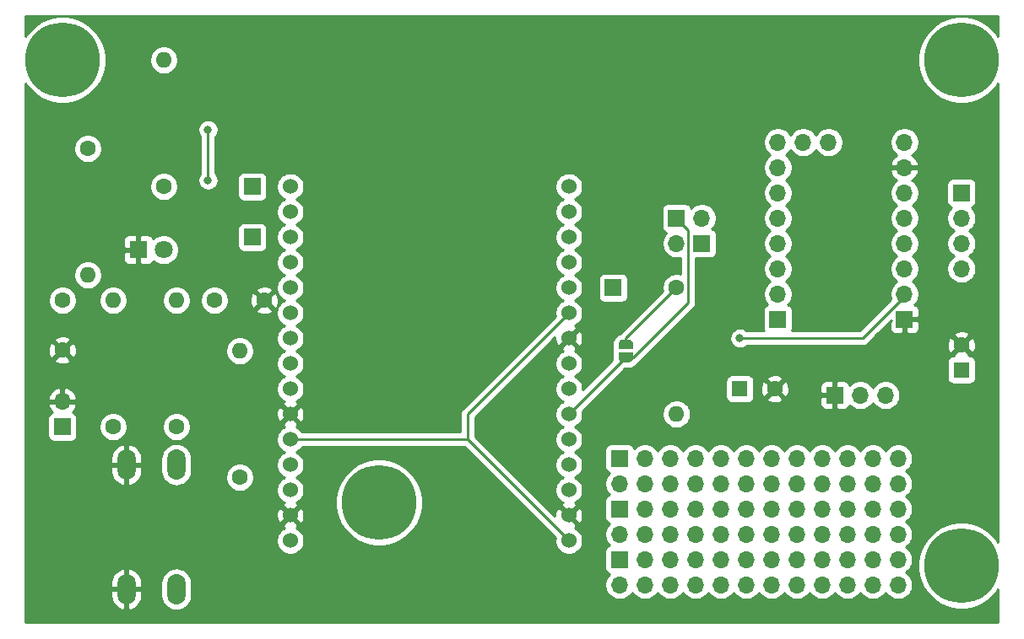
<source format=gtl>
G04 #@! TF.GenerationSoftware,KiCad,Pcbnew,(5.1.12)-1*
G04 #@! TF.CreationDate,2022-02-06T22:11:33+01:00*
G04 #@! TF.ProjectId,curtain_wiring,63757274-6169-46e5-9f77-6972696e672e,rev?*
G04 #@! TF.SameCoordinates,Original*
G04 #@! TF.FileFunction,Copper,L1,Top*
G04 #@! TF.FilePolarity,Positive*
%FSLAX46Y46*%
G04 Gerber Fmt 4.6, Leading zero omitted, Abs format (unit mm)*
G04 Created by KiCad (PCBNEW (5.1.12)-1) date 2022-02-06 22:11:33*
%MOMM*%
%LPD*%
G01*
G04 APERTURE LIST*
G04 #@! TA.AperFunction,ComponentPad*
%ADD10R,1.700000X1.700000*%
G04 #@! TD*
G04 #@! TA.AperFunction,ComponentPad*
%ADD11O,1.700000X1.700000*%
G04 #@! TD*
G04 #@! TA.AperFunction,ComponentPad*
%ADD12C,1.600000*%
G04 #@! TD*
G04 #@! TA.AperFunction,ComponentPad*
%ADD13R,1.600000X1.600000*%
G04 #@! TD*
G04 #@! TA.AperFunction,ComponentPad*
%ADD14R,1.800000X1.800000*%
G04 #@! TD*
G04 #@! TA.AperFunction,ComponentPad*
%ADD15C,1.800000*%
G04 #@! TD*
G04 #@! TA.AperFunction,ComponentPad*
%ADD16C,4.700000*%
G04 #@! TD*
G04 #@! TA.AperFunction,ConnectorPad*
%ADD17C,7.500000*%
G04 #@! TD*
G04 #@! TA.AperFunction,SMDPad,CuDef*
%ADD18C,0.100000*%
G04 #@! TD*
G04 #@! TA.AperFunction,ComponentPad*
%ADD19O,1.600000X1.600000*%
G04 #@! TD*
G04 #@! TA.AperFunction,ComponentPad*
%ADD20O,1.850000X3.048000*%
G04 #@! TD*
G04 #@! TA.AperFunction,ComponentPad*
%ADD21C,1.524000*%
G04 #@! TD*
G04 #@! TA.AperFunction,ViaPad*
%ADD22C,0.800000*%
G04 #@! TD*
G04 #@! TA.AperFunction,Conductor*
%ADD23C,0.250000*%
G04 #@! TD*
G04 #@! TA.AperFunction,Conductor*
%ADD24C,0.254000*%
G04 #@! TD*
G04 #@! TA.AperFunction,Conductor*
%ADD25C,0.100000*%
G04 #@! TD*
G04 APERTURE END LIST*
D10*
X137160000Y-113665000D03*
D11*
X137160000Y-116205000D03*
X139700000Y-113665000D03*
X139700000Y-116205000D03*
X142240000Y-113665000D03*
X142240000Y-116205000D03*
X144780000Y-113665000D03*
X144780000Y-116205000D03*
X147320000Y-113665000D03*
X147320000Y-116205000D03*
X149860000Y-113665000D03*
X149860000Y-116205000D03*
X152400000Y-113665000D03*
X152400000Y-116205000D03*
X154940000Y-113665000D03*
X154940000Y-116205000D03*
X157480000Y-113665000D03*
X157480000Y-116205000D03*
X160020000Y-113665000D03*
X160020000Y-116205000D03*
X162560000Y-113665000D03*
X162560000Y-116205000D03*
X165100000Y-113665000D03*
X165100000Y-116205000D03*
D12*
X101520000Y-92710000D03*
X96520000Y-92710000D03*
X81280000Y-92710000D03*
X81280000Y-97710000D03*
X171450000Y-97195000D03*
D13*
X171450000Y-99695000D03*
D12*
X152725000Y-101600000D03*
D13*
X149225000Y-101600000D03*
D14*
X88900000Y-87630000D03*
D15*
X91440000Y-87630000D03*
D16*
X81280000Y-68580000D03*
D17*
X81280000Y-68580000D03*
X171450000Y-68580000D03*
D16*
X171450000Y-68580000D03*
X171450000Y-119380000D03*
D17*
X171450000Y-119380000D03*
X113030000Y-113030000D03*
D16*
X113030000Y-113030000D03*
D10*
X153035000Y-94615000D03*
D11*
X153035000Y-92075000D03*
X153035000Y-89535000D03*
X153035000Y-86995000D03*
X153035000Y-84455000D03*
X153035000Y-81915000D03*
X153035000Y-79375000D03*
X153035000Y-76835000D03*
X155575000Y-76835000D03*
X158115000Y-76835000D03*
X165735000Y-76835000D03*
X165735000Y-79375000D03*
X165735000Y-81915000D03*
X165735000Y-84455000D03*
X165735000Y-86995000D03*
X165735000Y-89535000D03*
X165735000Y-92075000D03*
D10*
X165735000Y-94615000D03*
X158750000Y-102235000D03*
D11*
X161290000Y-102235000D03*
X163830000Y-102235000D03*
D10*
X81280000Y-105410000D03*
D11*
X81280000Y-102870000D03*
D10*
X100330000Y-81280000D03*
X136525000Y-91440000D03*
X137160000Y-108585000D03*
D11*
X137160000Y-111125000D03*
X139700000Y-108585000D03*
X139700000Y-111125000D03*
X142240000Y-108585000D03*
X142240000Y-111125000D03*
X144780000Y-108585000D03*
X144780000Y-111125000D03*
X147320000Y-108585000D03*
X147320000Y-111125000D03*
X149860000Y-108585000D03*
X149860000Y-111125000D03*
X152400000Y-108585000D03*
X152400000Y-111125000D03*
X154940000Y-108585000D03*
X154940000Y-111125000D03*
X157480000Y-108585000D03*
X157480000Y-111125000D03*
X160020000Y-108585000D03*
X160020000Y-111125000D03*
X162560000Y-108585000D03*
X162560000Y-111125000D03*
X165100000Y-108585000D03*
X165100000Y-111125000D03*
X165100000Y-121285000D03*
X165100000Y-118745000D03*
X162560000Y-121285000D03*
X162560000Y-118745000D03*
X160020000Y-121285000D03*
X160020000Y-118745000D03*
X157480000Y-121285000D03*
X157480000Y-118745000D03*
X154940000Y-121285000D03*
X154940000Y-118745000D03*
X152400000Y-121285000D03*
X152400000Y-118745000D03*
X149860000Y-121285000D03*
X149860000Y-118745000D03*
X147320000Y-121285000D03*
X147320000Y-118745000D03*
X144780000Y-121285000D03*
X144780000Y-118745000D03*
X142240000Y-121285000D03*
X142240000Y-118745000D03*
X139700000Y-121285000D03*
X139700000Y-118745000D03*
X137160000Y-121285000D03*
D10*
X137160000Y-118745000D03*
X100330000Y-86360000D03*
X142875000Y-84455000D03*
D11*
X142875000Y-86995000D03*
X145415000Y-84455000D03*
D10*
X145415000Y-86995000D03*
G04 #@! TA.AperFunction,SMDPad,CuDef*
D18*
G36*
X138545000Y-97940000D02*
G01*
X138545000Y-98440000D01*
X138544398Y-98440000D01*
X138544398Y-98464534D01*
X138539588Y-98513365D01*
X138530016Y-98561490D01*
X138515772Y-98608445D01*
X138496995Y-98653778D01*
X138473864Y-98697051D01*
X138446604Y-98737850D01*
X138415476Y-98775779D01*
X138380779Y-98810476D01*
X138342850Y-98841604D01*
X138302051Y-98868864D01*
X138258778Y-98891995D01*
X138213445Y-98910772D01*
X138166490Y-98925016D01*
X138118365Y-98934588D01*
X138069534Y-98939398D01*
X138045000Y-98939398D01*
X138045000Y-98940000D01*
X137545000Y-98940000D01*
X137545000Y-98939398D01*
X137520466Y-98939398D01*
X137471635Y-98934588D01*
X137423510Y-98925016D01*
X137376555Y-98910772D01*
X137331222Y-98891995D01*
X137287949Y-98868864D01*
X137247150Y-98841604D01*
X137209221Y-98810476D01*
X137174524Y-98775779D01*
X137143396Y-98737850D01*
X137116136Y-98697051D01*
X137093005Y-98653778D01*
X137074228Y-98608445D01*
X137059984Y-98561490D01*
X137050412Y-98513365D01*
X137045602Y-98464534D01*
X137045602Y-98440000D01*
X137045000Y-98440000D01*
X137045000Y-97940000D01*
X138545000Y-97940000D01*
G37*
G04 #@! TD.AperFunction*
G04 #@! TA.AperFunction,SMDPad,CuDef*
G36*
X137045602Y-97140000D02*
G01*
X137045602Y-97115466D01*
X137050412Y-97066635D01*
X137059984Y-97018510D01*
X137074228Y-96971555D01*
X137093005Y-96926222D01*
X137116136Y-96882949D01*
X137143396Y-96842150D01*
X137174524Y-96804221D01*
X137209221Y-96769524D01*
X137247150Y-96738396D01*
X137287949Y-96711136D01*
X137331222Y-96688005D01*
X137376555Y-96669228D01*
X137423510Y-96654984D01*
X137471635Y-96645412D01*
X137520466Y-96640602D01*
X137545000Y-96640602D01*
X137545000Y-96640000D01*
X138045000Y-96640000D01*
X138045000Y-96640602D01*
X138069534Y-96640602D01*
X138118365Y-96645412D01*
X138166490Y-96654984D01*
X138213445Y-96669228D01*
X138258778Y-96688005D01*
X138302051Y-96711136D01*
X138342850Y-96738396D01*
X138380779Y-96769524D01*
X138415476Y-96804221D01*
X138446604Y-96842150D01*
X138473864Y-96882949D01*
X138496995Y-96926222D01*
X138515772Y-96971555D01*
X138530016Y-97018510D01*
X138539588Y-97066635D01*
X138544398Y-97115466D01*
X138544398Y-97140000D01*
X138545000Y-97140000D01*
X138545000Y-97640000D01*
X137045000Y-97640000D01*
X137045000Y-97140000D01*
X137045602Y-97140000D01*
G37*
G04 #@! TD.AperFunction*
D10*
X171450000Y-81915000D03*
D11*
X171450000Y-84455000D03*
X171450000Y-86995000D03*
X171450000Y-89535000D03*
D12*
X91440000Y-81280000D03*
D19*
X91440000Y-68580000D03*
X142875000Y-104140000D03*
D12*
X142875000Y-91440000D03*
D19*
X92710000Y-92710000D03*
D12*
X92710000Y-105410000D03*
D19*
X83820000Y-90170000D03*
D12*
X83820000Y-77470000D03*
X86360000Y-105410000D03*
D19*
X86360000Y-92710000D03*
D12*
X99060000Y-110490000D03*
D19*
X99060000Y-97790000D03*
D20*
X92710000Y-121720000D03*
X87710000Y-121720000D03*
X92710000Y-109220000D03*
X87710000Y-109220000D03*
D21*
X104140000Y-81280000D03*
X104140000Y-83820000D03*
X104140000Y-86360000D03*
X104140000Y-88900000D03*
X104140000Y-91440000D03*
X104140000Y-93980000D03*
X104140000Y-96520000D03*
X104140000Y-99060000D03*
X104140000Y-101600000D03*
X104140000Y-104140000D03*
X104140000Y-106680000D03*
X104140000Y-109220000D03*
X104140000Y-111760000D03*
X104140000Y-114300000D03*
X104140000Y-116840000D03*
X132080000Y-116840000D03*
X132080000Y-114300000D03*
X132080000Y-111760000D03*
X132080000Y-109220000D03*
X132080000Y-106680000D03*
X132080000Y-104140000D03*
X132080000Y-101600000D03*
X132080000Y-99060000D03*
X132080000Y-96520000D03*
X132080000Y-93980000D03*
X132080000Y-91440000D03*
X132080000Y-88900000D03*
X132080000Y-86360000D03*
X132080000Y-83820000D03*
X132080000Y-81280000D03*
D22*
X95885000Y-75565000D03*
X95885000Y-80645000D03*
X149225000Y-96520000D03*
D23*
X95885000Y-75565000D02*
X95885000Y-80645000D01*
X95885000Y-80645000D02*
X95885000Y-80645000D01*
X121920000Y-106680000D02*
X132080000Y-116840000D01*
X104140000Y-106680000D02*
X121920000Y-106680000D01*
X121920000Y-104140000D02*
X132080000Y-93980000D01*
X121920000Y-106680000D02*
X121920000Y-104140000D01*
X165735000Y-92329998D02*
X165735000Y-92075000D01*
X161544998Y-96520000D02*
X165735000Y-92329998D01*
X149225000Y-96520000D02*
X161544998Y-96520000D01*
X137780000Y-98440000D02*
X137795000Y-98440000D01*
X132080000Y-104140000D02*
X137780000Y-98440000D01*
X144050001Y-85630001D02*
X142875000Y-84455000D01*
X144050001Y-92932591D02*
X144050001Y-85630001D01*
X138542592Y-98440000D02*
X144050001Y-92932591D01*
X137795000Y-98440000D02*
X138542592Y-98440000D01*
X137795000Y-96520000D02*
X142875000Y-91440000D01*
X137795000Y-97140000D02*
X137795000Y-96520000D01*
D24*
X175133000Y-66199208D02*
X174856052Y-65784726D01*
X174245274Y-65173948D01*
X173527076Y-64694064D01*
X172729057Y-64363513D01*
X171881885Y-64195000D01*
X171018115Y-64195000D01*
X170170943Y-64363513D01*
X169372924Y-64694064D01*
X168654726Y-65173948D01*
X168043948Y-65784726D01*
X167564064Y-66502924D01*
X167233513Y-67300943D01*
X167065000Y-68148115D01*
X167065000Y-69011885D01*
X167233513Y-69859057D01*
X167564064Y-70657076D01*
X168043948Y-71375274D01*
X168654726Y-71986052D01*
X169372924Y-72465936D01*
X170170943Y-72796487D01*
X171018115Y-72965000D01*
X171881885Y-72965000D01*
X172729057Y-72796487D01*
X173527076Y-72465936D01*
X174245274Y-71986052D01*
X174856052Y-71375274D01*
X175133000Y-70960791D01*
X175133000Y-116999209D01*
X174856052Y-116584726D01*
X174245274Y-115973948D01*
X173527076Y-115494064D01*
X172729057Y-115163513D01*
X171881885Y-114995000D01*
X171018115Y-114995000D01*
X170170943Y-115163513D01*
X169372924Y-115494064D01*
X168654726Y-115973948D01*
X168043948Y-116584726D01*
X167564064Y-117302924D01*
X167233513Y-118100943D01*
X167065000Y-118948115D01*
X167065000Y-119811885D01*
X167233513Y-120659057D01*
X167564064Y-121457076D01*
X168043948Y-122175274D01*
X168654726Y-122786052D01*
X169372924Y-123265936D01*
X170170943Y-123596487D01*
X171018115Y-123765000D01*
X171881885Y-123765000D01*
X172729057Y-123596487D01*
X173527076Y-123265936D01*
X174245274Y-122786052D01*
X174856052Y-122175274D01*
X175133000Y-121760791D01*
X175133000Y-125070000D01*
X77597000Y-125070000D01*
X77597000Y-121847000D01*
X86150000Y-121847000D01*
X86150000Y-122446000D01*
X86204751Y-122747901D01*
X86317348Y-123033319D01*
X86483464Y-123291286D01*
X86696715Y-123511889D01*
X86948906Y-123686650D01*
X87230345Y-123808853D01*
X87341336Y-123834812D01*
X87583000Y-123714483D01*
X87583000Y-121847000D01*
X87837000Y-121847000D01*
X87837000Y-123714483D01*
X88078664Y-123834812D01*
X88189655Y-123808853D01*
X88471094Y-123686650D01*
X88723285Y-123511889D01*
X88936536Y-123291286D01*
X89102652Y-123033319D01*
X89215249Y-122747901D01*
X89270000Y-122446000D01*
X89270000Y-121847000D01*
X87837000Y-121847000D01*
X87583000Y-121847000D01*
X86150000Y-121847000D01*
X77597000Y-121847000D01*
X77597000Y-120994000D01*
X86150000Y-120994000D01*
X86150000Y-121593000D01*
X87583000Y-121593000D01*
X87583000Y-119725517D01*
X87837000Y-119725517D01*
X87837000Y-121593000D01*
X89270000Y-121593000D01*
X89270000Y-121044364D01*
X91150000Y-121044364D01*
X91150000Y-122395635D01*
X91172572Y-122624812D01*
X91261774Y-122918874D01*
X91406631Y-123189882D01*
X91601576Y-123427424D01*
X91839117Y-123622369D01*
X92110125Y-123767226D01*
X92404187Y-123856428D01*
X92710000Y-123886548D01*
X93015812Y-123856428D01*
X93309874Y-123767226D01*
X93580882Y-123622369D01*
X93818424Y-123427424D01*
X94013369Y-123189883D01*
X94158226Y-122918875D01*
X94247428Y-122624813D01*
X94270000Y-122395636D01*
X94270000Y-121044364D01*
X94247428Y-120815187D01*
X94158226Y-120521125D01*
X94013369Y-120250117D01*
X93818424Y-120012576D01*
X93580883Y-119817631D01*
X93309875Y-119672774D01*
X93015813Y-119583572D01*
X92710000Y-119553452D01*
X92404188Y-119583572D01*
X92110126Y-119672774D01*
X91839118Y-119817631D01*
X91601577Y-120012576D01*
X91406632Y-120250117D01*
X91261774Y-120521125D01*
X91172572Y-120815187D01*
X91150000Y-121044364D01*
X89270000Y-121044364D01*
X89270000Y-120994000D01*
X89215249Y-120692099D01*
X89102652Y-120406681D01*
X88936536Y-120148714D01*
X88723285Y-119928111D01*
X88471094Y-119753350D01*
X88189655Y-119631147D01*
X88078664Y-119605188D01*
X87837000Y-119725517D01*
X87583000Y-119725517D01*
X87341336Y-119605188D01*
X87230345Y-119631147D01*
X86948906Y-119753350D01*
X86696715Y-119928111D01*
X86483464Y-120148714D01*
X86317348Y-120406681D01*
X86204751Y-120692099D01*
X86150000Y-120994000D01*
X77597000Y-120994000D01*
X77597000Y-116702408D01*
X102743000Y-116702408D01*
X102743000Y-116977592D01*
X102796686Y-117247490D01*
X102901995Y-117501727D01*
X103054880Y-117730535D01*
X103249465Y-117925120D01*
X103478273Y-118078005D01*
X103732510Y-118183314D01*
X104002408Y-118237000D01*
X104277592Y-118237000D01*
X104547490Y-118183314D01*
X104801727Y-118078005D01*
X105030535Y-117925120D01*
X105225120Y-117730535D01*
X105378005Y-117501727D01*
X105483314Y-117247490D01*
X105537000Y-116977592D01*
X105537000Y-116702408D01*
X105483314Y-116432510D01*
X105378005Y-116178273D01*
X105225120Y-115949465D01*
X105030535Y-115754880D01*
X104801727Y-115601995D01*
X104730057Y-115572308D01*
X104743023Y-115567636D01*
X104858980Y-115505656D01*
X104925960Y-115265565D01*
X104140000Y-114479605D01*
X103354040Y-115265565D01*
X103421020Y-115505656D01*
X103556760Y-115569485D01*
X103478273Y-115601995D01*
X103249465Y-115754880D01*
X103054880Y-115949465D01*
X102901995Y-116178273D01*
X102796686Y-116432510D01*
X102743000Y-116702408D01*
X77597000Y-116702408D01*
X77597000Y-114372017D01*
X102738090Y-114372017D01*
X102779078Y-114644133D01*
X102872364Y-114903023D01*
X102934344Y-115018980D01*
X103174435Y-115085960D01*
X103960395Y-114300000D01*
X104319605Y-114300000D01*
X105105565Y-115085960D01*
X105345656Y-115018980D01*
X105462756Y-114769952D01*
X105529023Y-114502865D01*
X105541910Y-114227983D01*
X105500922Y-113955867D01*
X105407636Y-113696977D01*
X105345656Y-113581020D01*
X105105565Y-113514040D01*
X104319605Y-114300000D01*
X103960395Y-114300000D01*
X103174435Y-113514040D01*
X102934344Y-113581020D01*
X102817244Y-113830048D01*
X102750977Y-114097135D01*
X102738090Y-114372017D01*
X77597000Y-114372017D01*
X77597000Y-109347000D01*
X86150000Y-109347000D01*
X86150000Y-109946000D01*
X86204751Y-110247901D01*
X86317348Y-110533319D01*
X86483464Y-110791286D01*
X86696715Y-111011889D01*
X86948906Y-111186650D01*
X87230345Y-111308853D01*
X87341336Y-111334812D01*
X87583000Y-111214483D01*
X87583000Y-109347000D01*
X87837000Y-109347000D01*
X87837000Y-111214483D01*
X88078664Y-111334812D01*
X88189655Y-111308853D01*
X88471094Y-111186650D01*
X88723285Y-111011889D01*
X88936536Y-110791286D01*
X89102652Y-110533319D01*
X89215249Y-110247901D01*
X89270000Y-109946000D01*
X89270000Y-109347000D01*
X87837000Y-109347000D01*
X87583000Y-109347000D01*
X86150000Y-109347000D01*
X77597000Y-109347000D01*
X77597000Y-108494000D01*
X86150000Y-108494000D01*
X86150000Y-109093000D01*
X87583000Y-109093000D01*
X87583000Y-107225517D01*
X87837000Y-107225517D01*
X87837000Y-109093000D01*
X89270000Y-109093000D01*
X89270000Y-108544364D01*
X91150000Y-108544364D01*
X91150000Y-109895635D01*
X91172572Y-110124812D01*
X91261774Y-110418874D01*
X91406631Y-110689882D01*
X91601576Y-110927424D01*
X91839117Y-111122369D01*
X92110125Y-111267226D01*
X92404187Y-111356428D01*
X92710000Y-111386548D01*
X93015812Y-111356428D01*
X93309874Y-111267226D01*
X93580882Y-111122369D01*
X93818424Y-110927424D01*
X94013369Y-110689883D01*
X94158226Y-110418875D01*
X94179523Y-110348665D01*
X97625000Y-110348665D01*
X97625000Y-110631335D01*
X97680147Y-110908574D01*
X97788320Y-111169727D01*
X97945363Y-111404759D01*
X98145241Y-111604637D01*
X98380273Y-111761680D01*
X98641426Y-111869853D01*
X98918665Y-111925000D01*
X99201335Y-111925000D01*
X99478574Y-111869853D01*
X99739727Y-111761680D01*
X99974759Y-111604637D01*
X100174637Y-111404759D01*
X100331680Y-111169727D01*
X100439853Y-110908574D01*
X100495000Y-110631335D01*
X100495000Y-110348665D01*
X100439853Y-110071426D01*
X100331680Y-109810273D01*
X100174637Y-109575241D01*
X99974759Y-109375363D01*
X99739727Y-109218320D01*
X99478574Y-109110147D01*
X99201335Y-109055000D01*
X98918665Y-109055000D01*
X98641426Y-109110147D01*
X98380273Y-109218320D01*
X98145241Y-109375363D01*
X97945363Y-109575241D01*
X97788320Y-109810273D01*
X97680147Y-110071426D01*
X97625000Y-110348665D01*
X94179523Y-110348665D01*
X94247428Y-110124813D01*
X94270000Y-109895636D01*
X94270000Y-108544364D01*
X94247428Y-108315187D01*
X94158226Y-108021125D01*
X94013369Y-107750117D01*
X93818424Y-107512576D01*
X93580883Y-107317631D01*
X93309875Y-107172774D01*
X93015813Y-107083572D01*
X92710000Y-107053452D01*
X92404188Y-107083572D01*
X92110126Y-107172774D01*
X91839118Y-107317631D01*
X91601577Y-107512576D01*
X91406632Y-107750117D01*
X91261774Y-108021125D01*
X91172572Y-108315187D01*
X91150000Y-108544364D01*
X89270000Y-108544364D01*
X89270000Y-108494000D01*
X89215249Y-108192099D01*
X89102652Y-107906681D01*
X88936536Y-107648714D01*
X88723285Y-107428111D01*
X88471094Y-107253350D01*
X88189655Y-107131147D01*
X88078664Y-107105188D01*
X87837000Y-107225517D01*
X87583000Y-107225517D01*
X87341336Y-107105188D01*
X87230345Y-107131147D01*
X86948906Y-107253350D01*
X86696715Y-107428111D01*
X86483464Y-107648714D01*
X86317348Y-107906681D01*
X86204751Y-108192099D01*
X86150000Y-108494000D01*
X77597000Y-108494000D01*
X77597000Y-104560000D01*
X79791928Y-104560000D01*
X79791928Y-106260000D01*
X79804188Y-106384482D01*
X79840498Y-106504180D01*
X79899463Y-106614494D01*
X79978815Y-106711185D01*
X80075506Y-106790537D01*
X80185820Y-106849502D01*
X80305518Y-106885812D01*
X80430000Y-106898072D01*
X82130000Y-106898072D01*
X82254482Y-106885812D01*
X82374180Y-106849502D01*
X82484494Y-106790537D01*
X82581185Y-106711185D01*
X82660537Y-106614494D01*
X82719502Y-106504180D01*
X82755812Y-106384482D01*
X82768072Y-106260000D01*
X82768072Y-105268665D01*
X84925000Y-105268665D01*
X84925000Y-105551335D01*
X84980147Y-105828574D01*
X85088320Y-106089727D01*
X85245363Y-106324759D01*
X85445241Y-106524637D01*
X85680273Y-106681680D01*
X85941426Y-106789853D01*
X86218665Y-106845000D01*
X86501335Y-106845000D01*
X86778574Y-106789853D01*
X87039727Y-106681680D01*
X87274759Y-106524637D01*
X87474637Y-106324759D01*
X87631680Y-106089727D01*
X87739853Y-105828574D01*
X87795000Y-105551335D01*
X87795000Y-105268665D01*
X91275000Y-105268665D01*
X91275000Y-105551335D01*
X91330147Y-105828574D01*
X91438320Y-106089727D01*
X91595363Y-106324759D01*
X91795241Y-106524637D01*
X92030273Y-106681680D01*
X92291426Y-106789853D01*
X92568665Y-106845000D01*
X92851335Y-106845000D01*
X93128574Y-106789853D01*
X93389727Y-106681680D01*
X93598162Y-106542408D01*
X102743000Y-106542408D01*
X102743000Y-106817592D01*
X102796686Y-107087490D01*
X102901995Y-107341727D01*
X103054880Y-107570535D01*
X103249465Y-107765120D01*
X103478273Y-107918005D01*
X103555515Y-107950000D01*
X103478273Y-107981995D01*
X103249465Y-108134880D01*
X103054880Y-108329465D01*
X102901995Y-108558273D01*
X102796686Y-108812510D01*
X102743000Y-109082408D01*
X102743000Y-109357592D01*
X102796686Y-109627490D01*
X102901995Y-109881727D01*
X103054880Y-110110535D01*
X103249465Y-110305120D01*
X103478273Y-110458005D01*
X103555515Y-110490000D01*
X103478273Y-110521995D01*
X103249465Y-110674880D01*
X103054880Y-110869465D01*
X102901995Y-111098273D01*
X102796686Y-111352510D01*
X102743000Y-111622408D01*
X102743000Y-111897592D01*
X102796686Y-112167490D01*
X102901995Y-112421727D01*
X103054880Y-112650535D01*
X103249465Y-112845120D01*
X103478273Y-112998005D01*
X103549943Y-113027692D01*
X103536977Y-113032364D01*
X103421020Y-113094344D01*
X103354040Y-113334435D01*
X104140000Y-114120395D01*
X104925960Y-113334435D01*
X104858980Y-113094344D01*
X104723240Y-113030515D01*
X104801727Y-112998005D01*
X105030535Y-112845120D01*
X105225120Y-112650535D01*
X105260146Y-112598115D01*
X108645000Y-112598115D01*
X108645000Y-113461885D01*
X108813513Y-114309057D01*
X109144064Y-115107076D01*
X109623948Y-115825274D01*
X110234726Y-116436052D01*
X110952924Y-116915936D01*
X111750943Y-117246487D01*
X112598115Y-117415000D01*
X113461885Y-117415000D01*
X114309057Y-117246487D01*
X115107076Y-116915936D01*
X115825274Y-116436052D01*
X116436052Y-115825274D01*
X116915936Y-115107076D01*
X117246487Y-114309057D01*
X117415000Y-113461885D01*
X117415000Y-112598115D01*
X117246487Y-111750943D01*
X116915936Y-110952924D01*
X116436052Y-110234726D01*
X115825274Y-109623948D01*
X115107076Y-109144064D01*
X114309057Y-108813513D01*
X113461885Y-108645000D01*
X112598115Y-108645000D01*
X111750943Y-108813513D01*
X110952924Y-109144064D01*
X110234726Y-109623948D01*
X109623948Y-110234726D01*
X109144064Y-110952924D01*
X108813513Y-111750943D01*
X108645000Y-112598115D01*
X105260146Y-112598115D01*
X105378005Y-112421727D01*
X105483314Y-112167490D01*
X105537000Y-111897592D01*
X105537000Y-111622408D01*
X105483314Y-111352510D01*
X105378005Y-111098273D01*
X105225120Y-110869465D01*
X105030535Y-110674880D01*
X104801727Y-110521995D01*
X104724485Y-110490000D01*
X104801727Y-110458005D01*
X105030535Y-110305120D01*
X105225120Y-110110535D01*
X105378005Y-109881727D01*
X105483314Y-109627490D01*
X105537000Y-109357592D01*
X105537000Y-109082408D01*
X105483314Y-108812510D01*
X105378005Y-108558273D01*
X105225120Y-108329465D01*
X105030535Y-108134880D01*
X104801727Y-107981995D01*
X104724485Y-107950000D01*
X104801727Y-107918005D01*
X105030535Y-107765120D01*
X105225120Y-107570535D01*
X105312341Y-107440000D01*
X121605199Y-107440000D01*
X130713628Y-116548430D01*
X130683000Y-116702408D01*
X130683000Y-116977592D01*
X130736686Y-117247490D01*
X130841995Y-117501727D01*
X130994880Y-117730535D01*
X131189465Y-117925120D01*
X131418273Y-118078005D01*
X131672510Y-118183314D01*
X131942408Y-118237000D01*
X132217592Y-118237000D01*
X132487490Y-118183314D01*
X132741727Y-118078005D01*
X132970535Y-117925120D01*
X133165120Y-117730535D01*
X133318005Y-117501727D01*
X133423314Y-117247490D01*
X133477000Y-116977592D01*
X133477000Y-116702408D01*
X133423314Y-116432510D01*
X133318005Y-116178273D01*
X133165120Y-115949465D01*
X132970535Y-115754880D01*
X132741727Y-115601995D01*
X132670057Y-115572308D01*
X132683023Y-115567636D01*
X132798980Y-115505656D01*
X132865960Y-115265565D01*
X132080000Y-114479605D01*
X132065858Y-114493748D01*
X131886253Y-114314143D01*
X131900395Y-114300000D01*
X132259605Y-114300000D01*
X133045565Y-115085960D01*
X133285656Y-115018980D01*
X133402756Y-114769952D01*
X133469023Y-114502865D01*
X133481910Y-114227983D01*
X133440922Y-113955867D01*
X133347636Y-113696977D01*
X133285656Y-113581020D01*
X133045565Y-113514040D01*
X132259605Y-114300000D01*
X131900395Y-114300000D01*
X131114435Y-113514040D01*
X130874344Y-113581020D01*
X130757244Y-113830048D01*
X130690977Y-114097135D01*
X130678481Y-114363679D01*
X122680000Y-106365199D01*
X122680000Y-104454801D01*
X128212393Y-98922408D01*
X130683000Y-98922408D01*
X130683000Y-99197592D01*
X130736686Y-99467490D01*
X130841995Y-99721727D01*
X130994880Y-99950535D01*
X131189465Y-100145120D01*
X131418273Y-100298005D01*
X131495515Y-100330000D01*
X131418273Y-100361995D01*
X131189465Y-100514880D01*
X130994880Y-100709465D01*
X130841995Y-100938273D01*
X130736686Y-101192510D01*
X130683000Y-101462408D01*
X130683000Y-101737592D01*
X130736686Y-102007490D01*
X130841995Y-102261727D01*
X130994880Y-102490535D01*
X131189465Y-102685120D01*
X131418273Y-102838005D01*
X131495515Y-102870000D01*
X131418273Y-102901995D01*
X131189465Y-103054880D01*
X130994880Y-103249465D01*
X130841995Y-103478273D01*
X130736686Y-103732510D01*
X130683000Y-104002408D01*
X130683000Y-104277592D01*
X130736686Y-104547490D01*
X130841995Y-104801727D01*
X130994880Y-105030535D01*
X131189465Y-105225120D01*
X131418273Y-105378005D01*
X131495515Y-105410000D01*
X131418273Y-105441995D01*
X131189465Y-105594880D01*
X130994880Y-105789465D01*
X130841995Y-106018273D01*
X130736686Y-106272510D01*
X130683000Y-106542408D01*
X130683000Y-106817592D01*
X130736686Y-107087490D01*
X130841995Y-107341727D01*
X130994880Y-107570535D01*
X131189465Y-107765120D01*
X131418273Y-107918005D01*
X131495515Y-107950000D01*
X131418273Y-107981995D01*
X131189465Y-108134880D01*
X130994880Y-108329465D01*
X130841995Y-108558273D01*
X130736686Y-108812510D01*
X130683000Y-109082408D01*
X130683000Y-109357592D01*
X130736686Y-109627490D01*
X130841995Y-109881727D01*
X130994880Y-110110535D01*
X131189465Y-110305120D01*
X131418273Y-110458005D01*
X131495515Y-110490000D01*
X131418273Y-110521995D01*
X131189465Y-110674880D01*
X130994880Y-110869465D01*
X130841995Y-111098273D01*
X130736686Y-111352510D01*
X130683000Y-111622408D01*
X130683000Y-111897592D01*
X130736686Y-112167490D01*
X130841995Y-112421727D01*
X130994880Y-112650535D01*
X131189465Y-112845120D01*
X131418273Y-112998005D01*
X131489943Y-113027692D01*
X131476977Y-113032364D01*
X131361020Y-113094344D01*
X131294040Y-113334435D01*
X132080000Y-114120395D01*
X132865960Y-113334435D01*
X132798980Y-113094344D01*
X132663240Y-113030515D01*
X132741727Y-112998005D01*
X132970535Y-112845120D01*
X133165120Y-112650535D01*
X133318005Y-112421727D01*
X133423314Y-112167490D01*
X133477000Y-111897592D01*
X133477000Y-111622408D01*
X133423314Y-111352510D01*
X133318005Y-111098273D01*
X133165120Y-110869465D01*
X132970535Y-110674880D01*
X132741727Y-110521995D01*
X132664485Y-110490000D01*
X132741727Y-110458005D01*
X132970535Y-110305120D01*
X133165120Y-110110535D01*
X133318005Y-109881727D01*
X133423314Y-109627490D01*
X133477000Y-109357592D01*
X133477000Y-109082408D01*
X133423314Y-108812510D01*
X133318005Y-108558273D01*
X133165120Y-108329465D01*
X132970535Y-108134880D01*
X132741727Y-107981995D01*
X132664485Y-107950000D01*
X132741727Y-107918005D01*
X132970535Y-107765120D01*
X133000655Y-107735000D01*
X135671928Y-107735000D01*
X135671928Y-109435000D01*
X135684188Y-109559482D01*
X135720498Y-109679180D01*
X135779463Y-109789494D01*
X135858815Y-109886185D01*
X135955506Y-109965537D01*
X136065820Y-110024502D01*
X136138380Y-110046513D01*
X136006525Y-110178368D01*
X135844010Y-110421589D01*
X135732068Y-110691842D01*
X135675000Y-110978740D01*
X135675000Y-111271260D01*
X135732068Y-111558158D01*
X135844010Y-111828411D01*
X136006525Y-112071632D01*
X136138380Y-112203487D01*
X136065820Y-112225498D01*
X135955506Y-112284463D01*
X135858815Y-112363815D01*
X135779463Y-112460506D01*
X135720498Y-112570820D01*
X135684188Y-112690518D01*
X135671928Y-112815000D01*
X135671928Y-114515000D01*
X135684188Y-114639482D01*
X135720498Y-114759180D01*
X135779463Y-114869494D01*
X135858815Y-114966185D01*
X135955506Y-115045537D01*
X136065820Y-115104502D01*
X136138380Y-115126513D01*
X136006525Y-115258368D01*
X135844010Y-115501589D01*
X135732068Y-115771842D01*
X135675000Y-116058740D01*
X135675000Y-116351260D01*
X135732068Y-116638158D01*
X135844010Y-116908411D01*
X136006525Y-117151632D01*
X136138380Y-117283487D01*
X136065820Y-117305498D01*
X135955506Y-117364463D01*
X135858815Y-117443815D01*
X135779463Y-117540506D01*
X135720498Y-117650820D01*
X135684188Y-117770518D01*
X135671928Y-117895000D01*
X135671928Y-119595000D01*
X135684188Y-119719482D01*
X135720498Y-119839180D01*
X135779463Y-119949494D01*
X135858815Y-120046185D01*
X135955506Y-120125537D01*
X136065820Y-120184502D01*
X136138380Y-120206513D01*
X136006525Y-120338368D01*
X135844010Y-120581589D01*
X135732068Y-120851842D01*
X135675000Y-121138740D01*
X135675000Y-121431260D01*
X135732068Y-121718158D01*
X135844010Y-121988411D01*
X136006525Y-122231632D01*
X136213368Y-122438475D01*
X136456589Y-122600990D01*
X136726842Y-122712932D01*
X137013740Y-122770000D01*
X137306260Y-122770000D01*
X137593158Y-122712932D01*
X137863411Y-122600990D01*
X138106632Y-122438475D01*
X138313475Y-122231632D01*
X138430000Y-122057240D01*
X138546525Y-122231632D01*
X138753368Y-122438475D01*
X138996589Y-122600990D01*
X139266842Y-122712932D01*
X139553740Y-122770000D01*
X139846260Y-122770000D01*
X140133158Y-122712932D01*
X140403411Y-122600990D01*
X140646632Y-122438475D01*
X140853475Y-122231632D01*
X140970000Y-122057240D01*
X141086525Y-122231632D01*
X141293368Y-122438475D01*
X141536589Y-122600990D01*
X141806842Y-122712932D01*
X142093740Y-122770000D01*
X142386260Y-122770000D01*
X142673158Y-122712932D01*
X142943411Y-122600990D01*
X143186632Y-122438475D01*
X143393475Y-122231632D01*
X143510000Y-122057240D01*
X143626525Y-122231632D01*
X143833368Y-122438475D01*
X144076589Y-122600990D01*
X144346842Y-122712932D01*
X144633740Y-122770000D01*
X144926260Y-122770000D01*
X145213158Y-122712932D01*
X145483411Y-122600990D01*
X145726632Y-122438475D01*
X145933475Y-122231632D01*
X146050000Y-122057240D01*
X146166525Y-122231632D01*
X146373368Y-122438475D01*
X146616589Y-122600990D01*
X146886842Y-122712932D01*
X147173740Y-122770000D01*
X147466260Y-122770000D01*
X147753158Y-122712932D01*
X148023411Y-122600990D01*
X148266632Y-122438475D01*
X148473475Y-122231632D01*
X148590000Y-122057240D01*
X148706525Y-122231632D01*
X148913368Y-122438475D01*
X149156589Y-122600990D01*
X149426842Y-122712932D01*
X149713740Y-122770000D01*
X150006260Y-122770000D01*
X150293158Y-122712932D01*
X150563411Y-122600990D01*
X150806632Y-122438475D01*
X151013475Y-122231632D01*
X151130000Y-122057240D01*
X151246525Y-122231632D01*
X151453368Y-122438475D01*
X151696589Y-122600990D01*
X151966842Y-122712932D01*
X152253740Y-122770000D01*
X152546260Y-122770000D01*
X152833158Y-122712932D01*
X153103411Y-122600990D01*
X153346632Y-122438475D01*
X153553475Y-122231632D01*
X153670000Y-122057240D01*
X153786525Y-122231632D01*
X153993368Y-122438475D01*
X154236589Y-122600990D01*
X154506842Y-122712932D01*
X154793740Y-122770000D01*
X155086260Y-122770000D01*
X155373158Y-122712932D01*
X155643411Y-122600990D01*
X155886632Y-122438475D01*
X156093475Y-122231632D01*
X156210000Y-122057240D01*
X156326525Y-122231632D01*
X156533368Y-122438475D01*
X156776589Y-122600990D01*
X157046842Y-122712932D01*
X157333740Y-122770000D01*
X157626260Y-122770000D01*
X157913158Y-122712932D01*
X158183411Y-122600990D01*
X158426632Y-122438475D01*
X158633475Y-122231632D01*
X158750000Y-122057240D01*
X158866525Y-122231632D01*
X159073368Y-122438475D01*
X159316589Y-122600990D01*
X159586842Y-122712932D01*
X159873740Y-122770000D01*
X160166260Y-122770000D01*
X160453158Y-122712932D01*
X160723411Y-122600990D01*
X160966632Y-122438475D01*
X161173475Y-122231632D01*
X161290000Y-122057240D01*
X161406525Y-122231632D01*
X161613368Y-122438475D01*
X161856589Y-122600990D01*
X162126842Y-122712932D01*
X162413740Y-122770000D01*
X162706260Y-122770000D01*
X162993158Y-122712932D01*
X163263411Y-122600990D01*
X163506632Y-122438475D01*
X163713475Y-122231632D01*
X163830000Y-122057240D01*
X163946525Y-122231632D01*
X164153368Y-122438475D01*
X164396589Y-122600990D01*
X164666842Y-122712932D01*
X164953740Y-122770000D01*
X165246260Y-122770000D01*
X165533158Y-122712932D01*
X165803411Y-122600990D01*
X166046632Y-122438475D01*
X166253475Y-122231632D01*
X166415990Y-121988411D01*
X166527932Y-121718158D01*
X166585000Y-121431260D01*
X166585000Y-121138740D01*
X166527932Y-120851842D01*
X166415990Y-120581589D01*
X166253475Y-120338368D01*
X166046632Y-120131525D01*
X165872240Y-120015000D01*
X166046632Y-119898475D01*
X166253475Y-119691632D01*
X166415990Y-119448411D01*
X166527932Y-119178158D01*
X166585000Y-118891260D01*
X166585000Y-118598740D01*
X166527932Y-118311842D01*
X166415990Y-118041589D01*
X166253475Y-117798368D01*
X166046632Y-117591525D01*
X165872240Y-117475000D01*
X166046632Y-117358475D01*
X166253475Y-117151632D01*
X166415990Y-116908411D01*
X166527932Y-116638158D01*
X166585000Y-116351260D01*
X166585000Y-116058740D01*
X166527932Y-115771842D01*
X166415990Y-115501589D01*
X166253475Y-115258368D01*
X166046632Y-115051525D01*
X165872240Y-114935000D01*
X166046632Y-114818475D01*
X166253475Y-114611632D01*
X166415990Y-114368411D01*
X166527932Y-114098158D01*
X166585000Y-113811260D01*
X166585000Y-113518740D01*
X166527932Y-113231842D01*
X166415990Y-112961589D01*
X166253475Y-112718368D01*
X166046632Y-112511525D01*
X165872240Y-112395000D01*
X166046632Y-112278475D01*
X166253475Y-112071632D01*
X166415990Y-111828411D01*
X166527932Y-111558158D01*
X166585000Y-111271260D01*
X166585000Y-110978740D01*
X166527932Y-110691842D01*
X166415990Y-110421589D01*
X166253475Y-110178368D01*
X166046632Y-109971525D01*
X165872240Y-109855000D01*
X166046632Y-109738475D01*
X166253475Y-109531632D01*
X166415990Y-109288411D01*
X166527932Y-109018158D01*
X166585000Y-108731260D01*
X166585000Y-108438740D01*
X166527932Y-108151842D01*
X166415990Y-107881589D01*
X166253475Y-107638368D01*
X166046632Y-107431525D01*
X165803411Y-107269010D01*
X165533158Y-107157068D01*
X165246260Y-107100000D01*
X164953740Y-107100000D01*
X164666842Y-107157068D01*
X164396589Y-107269010D01*
X164153368Y-107431525D01*
X163946525Y-107638368D01*
X163830000Y-107812760D01*
X163713475Y-107638368D01*
X163506632Y-107431525D01*
X163263411Y-107269010D01*
X162993158Y-107157068D01*
X162706260Y-107100000D01*
X162413740Y-107100000D01*
X162126842Y-107157068D01*
X161856589Y-107269010D01*
X161613368Y-107431525D01*
X161406525Y-107638368D01*
X161290000Y-107812760D01*
X161173475Y-107638368D01*
X160966632Y-107431525D01*
X160723411Y-107269010D01*
X160453158Y-107157068D01*
X160166260Y-107100000D01*
X159873740Y-107100000D01*
X159586842Y-107157068D01*
X159316589Y-107269010D01*
X159073368Y-107431525D01*
X158866525Y-107638368D01*
X158750000Y-107812760D01*
X158633475Y-107638368D01*
X158426632Y-107431525D01*
X158183411Y-107269010D01*
X157913158Y-107157068D01*
X157626260Y-107100000D01*
X157333740Y-107100000D01*
X157046842Y-107157068D01*
X156776589Y-107269010D01*
X156533368Y-107431525D01*
X156326525Y-107638368D01*
X156210000Y-107812760D01*
X156093475Y-107638368D01*
X155886632Y-107431525D01*
X155643411Y-107269010D01*
X155373158Y-107157068D01*
X155086260Y-107100000D01*
X154793740Y-107100000D01*
X154506842Y-107157068D01*
X154236589Y-107269010D01*
X153993368Y-107431525D01*
X153786525Y-107638368D01*
X153670000Y-107812760D01*
X153553475Y-107638368D01*
X153346632Y-107431525D01*
X153103411Y-107269010D01*
X152833158Y-107157068D01*
X152546260Y-107100000D01*
X152253740Y-107100000D01*
X151966842Y-107157068D01*
X151696589Y-107269010D01*
X151453368Y-107431525D01*
X151246525Y-107638368D01*
X151130000Y-107812760D01*
X151013475Y-107638368D01*
X150806632Y-107431525D01*
X150563411Y-107269010D01*
X150293158Y-107157068D01*
X150006260Y-107100000D01*
X149713740Y-107100000D01*
X149426842Y-107157068D01*
X149156589Y-107269010D01*
X148913368Y-107431525D01*
X148706525Y-107638368D01*
X148590000Y-107812760D01*
X148473475Y-107638368D01*
X148266632Y-107431525D01*
X148023411Y-107269010D01*
X147753158Y-107157068D01*
X147466260Y-107100000D01*
X147173740Y-107100000D01*
X146886842Y-107157068D01*
X146616589Y-107269010D01*
X146373368Y-107431525D01*
X146166525Y-107638368D01*
X146050000Y-107812760D01*
X145933475Y-107638368D01*
X145726632Y-107431525D01*
X145483411Y-107269010D01*
X145213158Y-107157068D01*
X144926260Y-107100000D01*
X144633740Y-107100000D01*
X144346842Y-107157068D01*
X144076589Y-107269010D01*
X143833368Y-107431525D01*
X143626525Y-107638368D01*
X143510000Y-107812760D01*
X143393475Y-107638368D01*
X143186632Y-107431525D01*
X142943411Y-107269010D01*
X142673158Y-107157068D01*
X142386260Y-107100000D01*
X142093740Y-107100000D01*
X141806842Y-107157068D01*
X141536589Y-107269010D01*
X141293368Y-107431525D01*
X141086525Y-107638368D01*
X140970000Y-107812760D01*
X140853475Y-107638368D01*
X140646632Y-107431525D01*
X140403411Y-107269010D01*
X140133158Y-107157068D01*
X139846260Y-107100000D01*
X139553740Y-107100000D01*
X139266842Y-107157068D01*
X138996589Y-107269010D01*
X138753368Y-107431525D01*
X138621513Y-107563380D01*
X138599502Y-107490820D01*
X138540537Y-107380506D01*
X138461185Y-107283815D01*
X138364494Y-107204463D01*
X138254180Y-107145498D01*
X138134482Y-107109188D01*
X138010000Y-107096928D01*
X136310000Y-107096928D01*
X136185518Y-107109188D01*
X136065820Y-107145498D01*
X135955506Y-107204463D01*
X135858815Y-107283815D01*
X135779463Y-107380506D01*
X135720498Y-107490820D01*
X135684188Y-107610518D01*
X135671928Y-107735000D01*
X133000655Y-107735000D01*
X133165120Y-107570535D01*
X133318005Y-107341727D01*
X133423314Y-107087490D01*
X133477000Y-106817592D01*
X133477000Y-106542408D01*
X133423314Y-106272510D01*
X133318005Y-106018273D01*
X133165120Y-105789465D01*
X132970535Y-105594880D01*
X132741727Y-105441995D01*
X132664485Y-105410000D01*
X132741727Y-105378005D01*
X132970535Y-105225120D01*
X133165120Y-105030535D01*
X133318005Y-104801727D01*
X133423314Y-104547490D01*
X133477000Y-104277592D01*
X133477000Y-104002408D01*
X133476256Y-103998665D01*
X141440000Y-103998665D01*
X141440000Y-104281335D01*
X141495147Y-104558574D01*
X141603320Y-104819727D01*
X141760363Y-105054759D01*
X141960241Y-105254637D01*
X142195273Y-105411680D01*
X142456426Y-105519853D01*
X142733665Y-105575000D01*
X143016335Y-105575000D01*
X143293574Y-105519853D01*
X143554727Y-105411680D01*
X143789759Y-105254637D01*
X143989637Y-105054759D01*
X144146680Y-104819727D01*
X144254853Y-104558574D01*
X144310000Y-104281335D01*
X144310000Y-103998665D01*
X144254853Y-103721426D01*
X144146680Y-103460273D01*
X143989637Y-103225241D01*
X143849396Y-103085000D01*
X157261928Y-103085000D01*
X157274188Y-103209482D01*
X157310498Y-103329180D01*
X157369463Y-103439494D01*
X157448815Y-103536185D01*
X157545506Y-103615537D01*
X157655820Y-103674502D01*
X157775518Y-103710812D01*
X157900000Y-103723072D01*
X158464250Y-103720000D01*
X158623000Y-103561250D01*
X158623000Y-102362000D01*
X157423750Y-102362000D01*
X157265000Y-102520750D01*
X157261928Y-103085000D01*
X143849396Y-103085000D01*
X143789759Y-103025363D01*
X143554727Y-102868320D01*
X143293574Y-102760147D01*
X143016335Y-102705000D01*
X142733665Y-102705000D01*
X142456426Y-102760147D01*
X142195273Y-102868320D01*
X141960241Y-103025363D01*
X141760363Y-103225241D01*
X141603320Y-103460273D01*
X141495147Y-103721426D01*
X141440000Y-103998665D01*
X133476256Y-103998665D01*
X133446372Y-103848429D01*
X136494801Y-100800000D01*
X147786928Y-100800000D01*
X147786928Y-102400000D01*
X147799188Y-102524482D01*
X147835498Y-102644180D01*
X147894463Y-102754494D01*
X147973815Y-102851185D01*
X148070506Y-102930537D01*
X148180820Y-102989502D01*
X148300518Y-103025812D01*
X148425000Y-103038072D01*
X150025000Y-103038072D01*
X150149482Y-103025812D01*
X150269180Y-102989502D01*
X150379494Y-102930537D01*
X150476185Y-102851185D01*
X150555537Y-102754494D01*
X150614502Y-102644180D01*
X150630117Y-102592702D01*
X151911903Y-102592702D01*
X151983486Y-102836671D01*
X152238996Y-102957571D01*
X152513184Y-103026300D01*
X152795512Y-103040217D01*
X153075130Y-102998787D01*
X153341292Y-102903603D01*
X153466514Y-102836671D01*
X153538097Y-102592702D01*
X152725000Y-101779605D01*
X151911903Y-102592702D01*
X150630117Y-102592702D01*
X150650812Y-102524482D01*
X150663072Y-102400000D01*
X150663072Y-101670512D01*
X151284783Y-101670512D01*
X151326213Y-101950130D01*
X151421397Y-102216292D01*
X151488329Y-102341514D01*
X151732298Y-102413097D01*
X152545395Y-101600000D01*
X152904605Y-101600000D01*
X153717702Y-102413097D01*
X153961671Y-102341514D01*
X154082571Y-102086004D01*
X154151300Y-101811816D01*
X154165217Y-101529488D01*
X154143809Y-101385000D01*
X157261928Y-101385000D01*
X157265000Y-101949250D01*
X157423750Y-102108000D01*
X158623000Y-102108000D01*
X158623000Y-100908750D01*
X158877000Y-100908750D01*
X158877000Y-102108000D01*
X158897000Y-102108000D01*
X158897000Y-102362000D01*
X158877000Y-102362000D01*
X158877000Y-103561250D01*
X159035750Y-103720000D01*
X159600000Y-103723072D01*
X159724482Y-103710812D01*
X159844180Y-103674502D01*
X159954494Y-103615537D01*
X160051185Y-103536185D01*
X160130537Y-103439494D01*
X160189502Y-103329180D01*
X160211513Y-103256620D01*
X160343368Y-103388475D01*
X160586589Y-103550990D01*
X160856842Y-103662932D01*
X161143740Y-103720000D01*
X161436260Y-103720000D01*
X161723158Y-103662932D01*
X161993411Y-103550990D01*
X162236632Y-103388475D01*
X162443475Y-103181632D01*
X162560000Y-103007240D01*
X162676525Y-103181632D01*
X162883368Y-103388475D01*
X163126589Y-103550990D01*
X163396842Y-103662932D01*
X163683740Y-103720000D01*
X163976260Y-103720000D01*
X164263158Y-103662932D01*
X164533411Y-103550990D01*
X164776632Y-103388475D01*
X164983475Y-103181632D01*
X165145990Y-102938411D01*
X165257932Y-102668158D01*
X165315000Y-102381260D01*
X165315000Y-102088740D01*
X165257932Y-101801842D01*
X165145990Y-101531589D01*
X164983475Y-101288368D01*
X164776632Y-101081525D01*
X164533411Y-100919010D01*
X164263158Y-100807068D01*
X163976260Y-100750000D01*
X163683740Y-100750000D01*
X163396842Y-100807068D01*
X163126589Y-100919010D01*
X162883368Y-101081525D01*
X162676525Y-101288368D01*
X162560000Y-101462760D01*
X162443475Y-101288368D01*
X162236632Y-101081525D01*
X161993411Y-100919010D01*
X161723158Y-100807068D01*
X161436260Y-100750000D01*
X161143740Y-100750000D01*
X160856842Y-100807068D01*
X160586589Y-100919010D01*
X160343368Y-101081525D01*
X160211513Y-101213380D01*
X160189502Y-101140820D01*
X160130537Y-101030506D01*
X160051185Y-100933815D01*
X159954494Y-100854463D01*
X159844180Y-100795498D01*
X159724482Y-100759188D01*
X159600000Y-100746928D01*
X159035750Y-100750000D01*
X158877000Y-100908750D01*
X158623000Y-100908750D01*
X158464250Y-100750000D01*
X157900000Y-100746928D01*
X157775518Y-100759188D01*
X157655820Y-100795498D01*
X157545506Y-100854463D01*
X157448815Y-100933815D01*
X157369463Y-101030506D01*
X157310498Y-101140820D01*
X157274188Y-101260518D01*
X157261928Y-101385000D01*
X154143809Y-101385000D01*
X154123787Y-101249870D01*
X154028603Y-100983708D01*
X153961671Y-100858486D01*
X153717702Y-100786903D01*
X152904605Y-101600000D01*
X152545395Y-101600000D01*
X151732298Y-100786903D01*
X151488329Y-100858486D01*
X151367429Y-101113996D01*
X151298700Y-101388184D01*
X151284783Y-101670512D01*
X150663072Y-101670512D01*
X150663072Y-100800000D01*
X150650812Y-100675518D01*
X150630118Y-100607298D01*
X151911903Y-100607298D01*
X152725000Y-101420395D01*
X153538097Y-100607298D01*
X153466514Y-100363329D01*
X153211004Y-100242429D01*
X152936816Y-100173700D01*
X152654488Y-100159783D01*
X152374870Y-100201213D01*
X152108708Y-100296397D01*
X151983486Y-100363329D01*
X151911903Y-100607298D01*
X150630118Y-100607298D01*
X150614502Y-100555820D01*
X150555537Y-100445506D01*
X150476185Y-100348815D01*
X150379494Y-100269463D01*
X150269180Y-100210498D01*
X150149482Y-100174188D01*
X150025000Y-100161928D01*
X148425000Y-100161928D01*
X148300518Y-100174188D01*
X148180820Y-100210498D01*
X148070506Y-100269463D01*
X147973815Y-100348815D01*
X147894463Y-100445506D01*
X147835498Y-100555820D01*
X147799188Y-100675518D01*
X147786928Y-100800000D01*
X136494801Y-100800000D01*
X137716730Y-99578072D01*
X138045000Y-99578072D01*
X138069450Y-99575664D01*
X138094009Y-99575664D01*
X138218490Y-99563404D01*
X138314623Y-99544282D01*
X138434319Y-99507973D01*
X138524875Y-99470464D01*
X138635192Y-99411498D01*
X138716691Y-99357042D01*
X138813382Y-99277690D01*
X138882690Y-99208382D01*
X138962042Y-99111691D01*
X139010504Y-99039163D01*
X139082593Y-98980001D01*
X139106396Y-98950997D01*
X139162393Y-98895000D01*
X170011928Y-98895000D01*
X170011928Y-100495000D01*
X170024188Y-100619482D01*
X170060498Y-100739180D01*
X170119463Y-100849494D01*
X170198815Y-100946185D01*
X170295506Y-101025537D01*
X170405820Y-101084502D01*
X170525518Y-101120812D01*
X170650000Y-101133072D01*
X172250000Y-101133072D01*
X172374482Y-101120812D01*
X172494180Y-101084502D01*
X172604494Y-101025537D01*
X172701185Y-100946185D01*
X172780537Y-100849494D01*
X172839502Y-100739180D01*
X172875812Y-100619482D01*
X172888072Y-100495000D01*
X172888072Y-98895000D01*
X172875812Y-98770518D01*
X172839502Y-98650820D01*
X172780537Y-98540506D01*
X172701185Y-98443815D01*
X172604494Y-98364463D01*
X172494180Y-98305498D01*
X172374482Y-98269188D01*
X172250000Y-98256928D01*
X172242785Y-98256928D01*
X172263097Y-98187702D01*
X171450000Y-97374605D01*
X170636903Y-98187702D01*
X170657215Y-98256928D01*
X170650000Y-98256928D01*
X170525518Y-98269188D01*
X170405820Y-98305498D01*
X170295506Y-98364463D01*
X170198815Y-98443815D01*
X170119463Y-98540506D01*
X170060498Y-98650820D01*
X170024188Y-98770518D01*
X170011928Y-98895000D01*
X139162393Y-98895000D01*
X141639332Y-96418061D01*
X148190000Y-96418061D01*
X148190000Y-96621939D01*
X148229774Y-96821898D01*
X148307795Y-97010256D01*
X148421063Y-97179774D01*
X148565226Y-97323937D01*
X148734744Y-97437205D01*
X148923102Y-97515226D01*
X149123061Y-97555000D01*
X149326939Y-97555000D01*
X149526898Y-97515226D01*
X149715256Y-97437205D01*
X149884774Y-97323937D01*
X149928711Y-97280000D01*
X161507676Y-97280000D01*
X161544998Y-97283676D01*
X161582320Y-97280000D01*
X161582331Y-97280000D01*
X161693984Y-97269003D01*
X161705492Y-97265512D01*
X170009783Y-97265512D01*
X170051213Y-97545130D01*
X170146397Y-97811292D01*
X170213329Y-97936514D01*
X170457298Y-98008097D01*
X171270395Y-97195000D01*
X171629605Y-97195000D01*
X172442702Y-98008097D01*
X172686671Y-97936514D01*
X172807571Y-97681004D01*
X172876300Y-97406816D01*
X172890217Y-97124488D01*
X172848787Y-96844870D01*
X172753603Y-96578708D01*
X172686671Y-96453486D01*
X172442702Y-96381903D01*
X171629605Y-97195000D01*
X171270395Y-97195000D01*
X170457298Y-96381903D01*
X170213329Y-96453486D01*
X170092429Y-96708996D01*
X170023700Y-96983184D01*
X170009783Y-97265512D01*
X161705492Y-97265512D01*
X161837245Y-97225546D01*
X161969274Y-97154974D01*
X162084999Y-97060001D01*
X162108802Y-97030997D01*
X162937501Y-96202298D01*
X170636903Y-96202298D01*
X171450000Y-97015395D01*
X172263097Y-96202298D01*
X172191514Y-95958329D01*
X171936004Y-95837429D01*
X171661816Y-95768700D01*
X171379488Y-95754783D01*
X171099870Y-95796213D01*
X170833708Y-95891397D01*
X170708486Y-95958329D01*
X170636903Y-96202298D01*
X162937501Y-96202298D01*
X164397798Y-94742002D01*
X164408748Y-94742002D01*
X164250000Y-94900750D01*
X164246928Y-95465000D01*
X164259188Y-95589482D01*
X164295498Y-95709180D01*
X164354463Y-95819494D01*
X164433815Y-95916185D01*
X164530506Y-95995537D01*
X164640820Y-96054502D01*
X164760518Y-96090812D01*
X164885000Y-96103072D01*
X165449250Y-96100000D01*
X165608000Y-95941250D01*
X165608000Y-94742000D01*
X165862000Y-94742000D01*
X165862000Y-95941250D01*
X166020750Y-96100000D01*
X166585000Y-96103072D01*
X166709482Y-96090812D01*
X166829180Y-96054502D01*
X166939494Y-95995537D01*
X167036185Y-95916185D01*
X167115537Y-95819494D01*
X167174502Y-95709180D01*
X167210812Y-95589482D01*
X167223072Y-95465000D01*
X167220000Y-94900750D01*
X167061250Y-94742000D01*
X165862000Y-94742000D01*
X165608000Y-94742000D01*
X165588000Y-94742000D01*
X165588000Y-94488000D01*
X165608000Y-94488000D01*
X165608000Y-94468000D01*
X165862000Y-94468000D01*
X165862000Y-94488000D01*
X167061250Y-94488000D01*
X167220000Y-94329250D01*
X167223072Y-93765000D01*
X167210812Y-93640518D01*
X167174502Y-93520820D01*
X167115537Y-93410506D01*
X167036185Y-93313815D01*
X166939494Y-93234463D01*
X166829180Y-93175498D01*
X166756620Y-93153487D01*
X166888475Y-93021632D01*
X167050990Y-92778411D01*
X167162932Y-92508158D01*
X167220000Y-92221260D01*
X167220000Y-91928740D01*
X167162932Y-91641842D01*
X167050990Y-91371589D01*
X166888475Y-91128368D01*
X166681632Y-90921525D01*
X166507240Y-90805000D01*
X166681632Y-90688475D01*
X166888475Y-90481632D01*
X167050990Y-90238411D01*
X167162932Y-89968158D01*
X167220000Y-89681260D01*
X167220000Y-89388740D01*
X167162932Y-89101842D01*
X167050990Y-88831589D01*
X166888475Y-88588368D01*
X166681632Y-88381525D01*
X166507240Y-88265000D01*
X166681632Y-88148475D01*
X166888475Y-87941632D01*
X167050990Y-87698411D01*
X167162932Y-87428158D01*
X167220000Y-87141260D01*
X167220000Y-86848740D01*
X167162932Y-86561842D01*
X167050990Y-86291589D01*
X166888475Y-86048368D01*
X166681632Y-85841525D01*
X166507240Y-85725000D01*
X166681632Y-85608475D01*
X166888475Y-85401632D01*
X167050990Y-85158411D01*
X167162932Y-84888158D01*
X167220000Y-84601260D01*
X167220000Y-84308740D01*
X167162932Y-84021842D01*
X167050990Y-83751589D01*
X166888475Y-83508368D01*
X166681632Y-83301525D01*
X166507240Y-83185000D01*
X166681632Y-83068475D01*
X166888475Y-82861632D01*
X167050990Y-82618411D01*
X167162932Y-82348158D01*
X167220000Y-82061260D01*
X167220000Y-81768740D01*
X167162932Y-81481842D01*
X167050990Y-81211589D01*
X166953043Y-81065000D01*
X169961928Y-81065000D01*
X169961928Y-82765000D01*
X169974188Y-82889482D01*
X170010498Y-83009180D01*
X170069463Y-83119494D01*
X170148815Y-83216185D01*
X170245506Y-83295537D01*
X170355820Y-83354502D01*
X170428380Y-83376513D01*
X170296525Y-83508368D01*
X170134010Y-83751589D01*
X170022068Y-84021842D01*
X169965000Y-84308740D01*
X169965000Y-84601260D01*
X170022068Y-84888158D01*
X170134010Y-85158411D01*
X170296525Y-85401632D01*
X170503368Y-85608475D01*
X170677760Y-85725000D01*
X170503368Y-85841525D01*
X170296525Y-86048368D01*
X170134010Y-86291589D01*
X170022068Y-86561842D01*
X169965000Y-86848740D01*
X169965000Y-87141260D01*
X170022068Y-87428158D01*
X170134010Y-87698411D01*
X170296525Y-87941632D01*
X170503368Y-88148475D01*
X170677760Y-88265000D01*
X170503368Y-88381525D01*
X170296525Y-88588368D01*
X170134010Y-88831589D01*
X170022068Y-89101842D01*
X169965000Y-89388740D01*
X169965000Y-89681260D01*
X170022068Y-89968158D01*
X170134010Y-90238411D01*
X170296525Y-90481632D01*
X170503368Y-90688475D01*
X170746589Y-90850990D01*
X171016842Y-90962932D01*
X171303740Y-91020000D01*
X171596260Y-91020000D01*
X171883158Y-90962932D01*
X172153411Y-90850990D01*
X172396632Y-90688475D01*
X172603475Y-90481632D01*
X172765990Y-90238411D01*
X172877932Y-89968158D01*
X172935000Y-89681260D01*
X172935000Y-89388740D01*
X172877932Y-89101842D01*
X172765990Y-88831589D01*
X172603475Y-88588368D01*
X172396632Y-88381525D01*
X172222240Y-88265000D01*
X172396632Y-88148475D01*
X172603475Y-87941632D01*
X172765990Y-87698411D01*
X172877932Y-87428158D01*
X172935000Y-87141260D01*
X172935000Y-86848740D01*
X172877932Y-86561842D01*
X172765990Y-86291589D01*
X172603475Y-86048368D01*
X172396632Y-85841525D01*
X172222240Y-85725000D01*
X172396632Y-85608475D01*
X172603475Y-85401632D01*
X172765990Y-85158411D01*
X172877932Y-84888158D01*
X172935000Y-84601260D01*
X172935000Y-84308740D01*
X172877932Y-84021842D01*
X172765990Y-83751589D01*
X172603475Y-83508368D01*
X172471620Y-83376513D01*
X172544180Y-83354502D01*
X172654494Y-83295537D01*
X172751185Y-83216185D01*
X172830537Y-83119494D01*
X172889502Y-83009180D01*
X172925812Y-82889482D01*
X172938072Y-82765000D01*
X172938072Y-81065000D01*
X172925812Y-80940518D01*
X172889502Y-80820820D01*
X172830537Y-80710506D01*
X172751185Y-80613815D01*
X172654494Y-80534463D01*
X172544180Y-80475498D01*
X172424482Y-80439188D01*
X172300000Y-80426928D01*
X170600000Y-80426928D01*
X170475518Y-80439188D01*
X170355820Y-80475498D01*
X170245506Y-80534463D01*
X170148815Y-80613815D01*
X170069463Y-80710506D01*
X170010498Y-80820820D01*
X169974188Y-80940518D01*
X169961928Y-81065000D01*
X166953043Y-81065000D01*
X166888475Y-80968368D01*
X166681632Y-80761525D01*
X166499466Y-80639805D01*
X166616355Y-80570178D01*
X166832588Y-80375269D01*
X167006641Y-80141920D01*
X167131825Y-79879099D01*
X167176476Y-79731890D01*
X167055155Y-79502000D01*
X165862000Y-79502000D01*
X165862000Y-79522000D01*
X165608000Y-79522000D01*
X165608000Y-79502000D01*
X164414845Y-79502000D01*
X164293524Y-79731890D01*
X164338175Y-79879099D01*
X164463359Y-80141920D01*
X164637412Y-80375269D01*
X164853645Y-80570178D01*
X164970534Y-80639805D01*
X164788368Y-80761525D01*
X164581525Y-80968368D01*
X164419010Y-81211589D01*
X164307068Y-81481842D01*
X164250000Y-81768740D01*
X164250000Y-82061260D01*
X164307068Y-82348158D01*
X164419010Y-82618411D01*
X164581525Y-82861632D01*
X164788368Y-83068475D01*
X164962760Y-83185000D01*
X164788368Y-83301525D01*
X164581525Y-83508368D01*
X164419010Y-83751589D01*
X164307068Y-84021842D01*
X164250000Y-84308740D01*
X164250000Y-84601260D01*
X164307068Y-84888158D01*
X164419010Y-85158411D01*
X164581525Y-85401632D01*
X164788368Y-85608475D01*
X164962760Y-85725000D01*
X164788368Y-85841525D01*
X164581525Y-86048368D01*
X164419010Y-86291589D01*
X164307068Y-86561842D01*
X164250000Y-86848740D01*
X164250000Y-87141260D01*
X164307068Y-87428158D01*
X164419010Y-87698411D01*
X164581525Y-87941632D01*
X164788368Y-88148475D01*
X164962760Y-88265000D01*
X164788368Y-88381525D01*
X164581525Y-88588368D01*
X164419010Y-88831589D01*
X164307068Y-89101842D01*
X164250000Y-89388740D01*
X164250000Y-89681260D01*
X164307068Y-89968158D01*
X164419010Y-90238411D01*
X164581525Y-90481632D01*
X164788368Y-90688475D01*
X164962760Y-90805000D01*
X164788368Y-90921525D01*
X164581525Y-91128368D01*
X164419010Y-91371589D01*
X164307068Y-91641842D01*
X164250000Y-91928740D01*
X164250000Y-92221260D01*
X164307068Y-92508158D01*
X164358315Y-92631881D01*
X161230197Y-95760000D01*
X154447338Y-95760000D01*
X154474502Y-95709180D01*
X154510812Y-95589482D01*
X154523072Y-95465000D01*
X154523072Y-93765000D01*
X154510812Y-93640518D01*
X154474502Y-93520820D01*
X154415537Y-93410506D01*
X154336185Y-93313815D01*
X154239494Y-93234463D01*
X154129180Y-93175498D01*
X154056620Y-93153487D01*
X154188475Y-93021632D01*
X154350990Y-92778411D01*
X154462932Y-92508158D01*
X154520000Y-92221260D01*
X154520000Y-91928740D01*
X154462932Y-91641842D01*
X154350990Y-91371589D01*
X154188475Y-91128368D01*
X153981632Y-90921525D01*
X153807240Y-90805000D01*
X153981632Y-90688475D01*
X154188475Y-90481632D01*
X154350990Y-90238411D01*
X154462932Y-89968158D01*
X154520000Y-89681260D01*
X154520000Y-89388740D01*
X154462932Y-89101842D01*
X154350990Y-88831589D01*
X154188475Y-88588368D01*
X153981632Y-88381525D01*
X153807240Y-88265000D01*
X153981632Y-88148475D01*
X154188475Y-87941632D01*
X154350990Y-87698411D01*
X154462932Y-87428158D01*
X154520000Y-87141260D01*
X154520000Y-86848740D01*
X154462932Y-86561842D01*
X154350990Y-86291589D01*
X154188475Y-86048368D01*
X153981632Y-85841525D01*
X153807240Y-85725000D01*
X153981632Y-85608475D01*
X154188475Y-85401632D01*
X154350990Y-85158411D01*
X154462932Y-84888158D01*
X154520000Y-84601260D01*
X154520000Y-84308740D01*
X154462932Y-84021842D01*
X154350990Y-83751589D01*
X154188475Y-83508368D01*
X153981632Y-83301525D01*
X153807240Y-83185000D01*
X153981632Y-83068475D01*
X154188475Y-82861632D01*
X154350990Y-82618411D01*
X154462932Y-82348158D01*
X154520000Y-82061260D01*
X154520000Y-81768740D01*
X154462932Y-81481842D01*
X154350990Y-81211589D01*
X154188475Y-80968368D01*
X153981632Y-80761525D01*
X153807240Y-80645000D01*
X153981632Y-80528475D01*
X154188475Y-80321632D01*
X154350990Y-80078411D01*
X154462932Y-79808158D01*
X154520000Y-79521260D01*
X154520000Y-79228740D01*
X154462932Y-78941842D01*
X154350990Y-78671589D01*
X154188475Y-78428368D01*
X153981632Y-78221525D01*
X153807240Y-78105000D01*
X153981632Y-77988475D01*
X154188475Y-77781632D01*
X154305000Y-77607240D01*
X154421525Y-77781632D01*
X154628368Y-77988475D01*
X154871589Y-78150990D01*
X155141842Y-78262932D01*
X155428740Y-78320000D01*
X155721260Y-78320000D01*
X156008158Y-78262932D01*
X156278411Y-78150990D01*
X156521632Y-77988475D01*
X156728475Y-77781632D01*
X156845000Y-77607240D01*
X156961525Y-77781632D01*
X157168368Y-77988475D01*
X157411589Y-78150990D01*
X157681842Y-78262932D01*
X157968740Y-78320000D01*
X158261260Y-78320000D01*
X158548158Y-78262932D01*
X158818411Y-78150990D01*
X159061632Y-77988475D01*
X159268475Y-77781632D01*
X159430990Y-77538411D01*
X159542932Y-77268158D01*
X159600000Y-76981260D01*
X159600000Y-76688740D01*
X164250000Y-76688740D01*
X164250000Y-76981260D01*
X164307068Y-77268158D01*
X164419010Y-77538411D01*
X164581525Y-77781632D01*
X164788368Y-77988475D01*
X164970534Y-78110195D01*
X164853645Y-78179822D01*
X164637412Y-78374731D01*
X164463359Y-78608080D01*
X164338175Y-78870901D01*
X164293524Y-79018110D01*
X164414845Y-79248000D01*
X165608000Y-79248000D01*
X165608000Y-79228000D01*
X165862000Y-79228000D01*
X165862000Y-79248000D01*
X167055155Y-79248000D01*
X167176476Y-79018110D01*
X167131825Y-78870901D01*
X167006641Y-78608080D01*
X166832588Y-78374731D01*
X166616355Y-78179822D01*
X166499466Y-78110195D01*
X166681632Y-77988475D01*
X166888475Y-77781632D01*
X167050990Y-77538411D01*
X167162932Y-77268158D01*
X167220000Y-76981260D01*
X167220000Y-76688740D01*
X167162932Y-76401842D01*
X167050990Y-76131589D01*
X166888475Y-75888368D01*
X166681632Y-75681525D01*
X166438411Y-75519010D01*
X166168158Y-75407068D01*
X165881260Y-75350000D01*
X165588740Y-75350000D01*
X165301842Y-75407068D01*
X165031589Y-75519010D01*
X164788368Y-75681525D01*
X164581525Y-75888368D01*
X164419010Y-76131589D01*
X164307068Y-76401842D01*
X164250000Y-76688740D01*
X159600000Y-76688740D01*
X159542932Y-76401842D01*
X159430990Y-76131589D01*
X159268475Y-75888368D01*
X159061632Y-75681525D01*
X158818411Y-75519010D01*
X158548158Y-75407068D01*
X158261260Y-75350000D01*
X157968740Y-75350000D01*
X157681842Y-75407068D01*
X157411589Y-75519010D01*
X157168368Y-75681525D01*
X156961525Y-75888368D01*
X156845000Y-76062760D01*
X156728475Y-75888368D01*
X156521632Y-75681525D01*
X156278411Y-75519010D01*
X156008158Y-75407068D01*
X155721260Y-75350000D01*
X155428740Y-75350000D01*
X155141842Y-75407068D01*
X154871589Y-75519010D01*
X154628368Y-75681525D01*
X154421525Y-75888368D01*
X154305000Y-76062760D01*
X154188475Y-75888368D01*
X153981632Y-75681525D01*
X153738411Y-75519010D01*
X153468158Y-75407068D01*
X153181260Y-75350000D01*
X152888740Y-75350000D01*
X152601842Y-75407068D01*
X152331589Y-75519010D01*
X152088368Y-75681525D01*
X151881525Y-75888368D01*
X151719010Y-76131589D01*
X151607068Y-76401842D01*
X151550000Y-76688740D01*
X151550000Y-76981260D01*
X151607068Y-77268158D01*
X151719010Y-77538411D01*
X151881525Y-77781632D01*
X152088368Y-77988475D01*
X152262760Y-78105000D01*
X152088368Y-78221525D01*
X151881525Y-78428368D01*
X151719010Y-78671589D01*
X151607068Y-78941842D01*
X151550000Y-79228740D01*
X151550000Y-79521260D01*
X151607068Y-79808158D01*
X151719010Y-80078411D01*
X151881525Y-80321632D01*
X152088368Y-80528475D01*
X152262760Y-80645000D01*
X152088368Y-80761525D01*
X151881525Y-80968368D01*
X151719010Y-81211589D01*
X151607068Y-81481842D01*
X151550000Y-81768740D01*
X151550000Y-82061260D01*
X151607068Y-82348158D01*
X151719010Y-82618411D01*
X151881525Y-82861632D01*
X152088368Y-83068475D01*
X152262760Y-83185000D01*
X152088368Y-83301525D01*
X151881525Y-83508368D01*
X151719010Y-83751589D01*
X151607068Y-84021842D01*
X151550000Y-84308740D01*
X151550000Y-84601260D01*
X151607068Y-84888158D01*
X151719010Y-85158411D01*
X151881525Y-85401632D01*
X152088368Y-85608475D01*
X152262760Y-85725000D01*
X152088368Y-85841525D01*
X151881525Y-86048368D01*
X151719010Y-86291589D01*
X151607068Y-86561842D01*
X151550000Y-86848740D01*
X151550000Y-87141260D01*
X151607068Y-87428158D01*
X151719010Y-87698411D01*
X151881525Y-87941632D01*
X152088368Y-88148475D01*
X152262760Y-88265000D01*
X152088368Y-88381525D01*
X151881525Y-88588368D01*
X151719010Y-88831589D01*
X151607068Y-89101842D01*
X151550000Y-89388740D01*
X151550000Y-89681260D01*
X151607068Y-89968158D01*
X151719010Y-90238411D01*
X151881525Y-90481632D01*
X152088368Y-90688475D01*
X152262760Y-90805000D01*
X152088368Y-90921525D01*
X151881525Y-91128368D01*
X151719010Y-91371589D01*
X151607068Y-91641842D01*
X151550000Y-91928740D01*
X151550000Y-92221260D01*
X151607068Y-92508158D01*
X151719010Y-92778411D01*
X151881525Y-93021632D01*
X152013380Y-93153487D01*
X151940820Y-93175498D01*
X151830506Y-93234463D01*
X151733815Y-93313815D01*
X151654463Y-93410506D01*
X151595498Y-93520820D01*
X151559188Y-93640518D01*
X151546928Y-93765000D01*
X151546928Y-95465000D01*
X151559188Y-95589482D01*
X151595498Y-95709180D01*
X151622662Y-95760000D01*
X149928711Y-95760000D01*
X149884774Y-95716063D01*
X149715256Y-95602795D01*
X149526898Y-95524774D01*
X149326939Y-95485000D01*
X149123061Y-95485000D01*
X148923102Y-95524774D01*
X148734744Y-95602795D01*
X148565226Y-95716063D01*
X148421063Y-95860226D01*
X148307795Y-96029744D01*
X148229774Y-96218102D01*
X148190000Y-96418061D01*
X141639332Y-96418061D01*
X144561005Y-93496389D01*
X144590002Y-93472592D01*
X144684975Y-93356867D01*
X144755547Y-93224838D01*
X144799004Y-93081577D01*
X144810001Y-92969924D01*
X144810001Y-92969923D01*
X144813678Y-92932591D01*
X144810001Y-92895258D01*
X144810001Y-88483072D01*
X146265000Y-88483072D01*
X146389482Y-88470812D01*
X146509180Y-88434502D01*
X146619494Y-88375537D01*
X146716185Y-88296185D01*
X146795537Y-88199494D01*
X146854502Y-88089180D01*
X146890812Y-87969482D01*
X146903072Y-87845000D01*
X146903072Y-86145000D01*
X146890812Y-86020518D01*
X146854502Y-85900820D01*
X146795537Y-85790506D01*
X146716185Y-85693815D01*
X146619494Y-85614463D01*
X146509180Y-85555498D01*
X146436620Y-85533487D01*
X146568475Y-85401632D01*
X146730990Y-85158411D01*
X146842932Y-84888158D01*
X146900000Y-84601260D01*
X146900000Y-84308740D01*
X146842932Y-84021842D01*
X146730990Y-83751589D01*
X146568475Y-83508368D01*
X146361632Y-83301525D01*
X146118411Y-83139010D01*
X145848158Y-83027068D01*
X145561260Y-82970000D01*
X145268740Y-82970000D01*
X144981842Y-83027068D01*
X144711589Y-83139010D01*
X144468368Y-83301525D01*
X144336513Y-83433380D01*
X144314502Y-83360820D01*
X144255537Y-83250506D01*
X144176185Y-83153815D01*
X144079494Y-83074463D01*
X143969180Y-83015498D01*
X143849482Y-82979188D01*
X143725000Y-82966928D01*
X142025000Y-82966928D01*
X141900518Y-82979188D01*
X141780820Y-83015498D01*
X141670506Y-83074463D01*
X141573815Y-83153815D01*
X141494463Y-83250506D01*
X141435498Y-83360820D01*
X141399188Y-83480518D01*
X141386928Y-83605000D01*
X141386928Y-85305000D01*
X141399188Y-85429482D01*
X141435498Y-85549180D01*
X141494463Y-85659494D01*
X141573815Y-85756185D01*
X141670506Y-85835537D01*
X141780820Y-85894502D01*
X141853380Y-85916513D01*
X141721525Y-86048368D01*
X141559010Y-86291589D01*
X141447068Y-86561842D01*
X141390000Y-86848740D01*
X141390000Y-87141260D01*
X141447068Y-87428158D01*
X141559010Y-87698411D01*
X141721525Y-87941632D01*
X141928368Y-88148475D01*
X142171589Y-88310990D01*
X142441842Y-88422932D01*
X142728740Y-88480000D01*
X143021260Y-88480000D01*
X143290002Y-88426544D01*
X143290001Y-90059436D01*
X143016335Y-90005000D01*
X142733665Y-90005000D01*
X142456426Y-90060147D01*
X142195273Y-90168320D01*
X141960241Y-90325363D01*
X141760363Y-90525241D01*
X141603320Y-90760273D01*
X141495147Y-91021426D01*
X141440000Y-91298665D01*
X141440000Y-91581335D01*
X141476312Y-91763886D01*
X137283998Y-95956201D01*
X137255000Y-95979999D01*
X137231202Y-96008997D01*
X137231201Y-96008998D01*
X137187360Y-96062417D01*
X137155681Y-96072027D01*
X137065125Y-96109536D01*
X136954808Y-96168502D01*
X136873309Y-96222958D01*
X136776618Y-96302310D01*
X136707310Y-96371618D01*
X136627958Y-96468309D01*
X136573502Y-96549808D01*
X136514536Y-96660125D01*
X136477027Y-96750681D01*
X136440718Y-96870377D01*
X136421596Y-96966510D01*
X136409336Y-97090991D01*
X136409336Y-97115550D01*
X136406928Y-97140000D01*
X136406928Y-97640000D01*
X136419188Y-97764482D01*
X136426929Y-97790000D01*
X136419188Y-97815518D01*
X136406928Y-97940000D01*
X136406928Y-98440000D01*
X136409336Y-98464450D01*
X136409336Y-98489009D01*
X136421596Y-98613490D01*
X136439865Y-98705333D01*
X133477000Y-101668199D01*
X133477000Y-101462408D01*
X133423314Y-101192510D01*
X133318005Y-100938273D01*
X133165120Y-100709465D01*
X132970535Y-100514880D01*
X132741727Y-100361995D01*
X132664485Y-100330000D01*
X132741727Y-100298005D01*
X132970535Y-100145120D01*
X133165120Y-99950535D01*
X133318005Y-99721727D01*
X133423314Y-99467490D01*
X133477000Y-99197592D01*
X133477000Y-98922408D01*
X133423314Y-98652510D01*
X133318005Y-98398273D01*
X133165120Y-98169465D01*
X132970535Y-97974880D01*
X132741727Y-97821995D01*
X132670057Y-97792308D01*
X132683023Y-97787636D01*
X132798980Y-97725656D01*
X132865960Y-97485565D01*
X132080000Y-96699605D01*
X131294040Y-97485565D01*
X131361020Y-97725656D01*
X131496760Y-97789485D01*
X131418273Y-97821995D01*
X131189465Y-97974880D01*
X130994880Y-98169465D01*
X130841995Y-98398273D01*
X130736686Y-98652510D01*
X130683000Y-98922408D01*
X128212393Y-98922408D01*
X130684745Y-96450056D01*
X130678090Y-96592017D01*
X130719078Y-96864133D01*
X130812364Y-97123023D01*
X130874344Y-97238980D01*
X131114435Y-97305960D01*
X131900395Y-96520000D01*
X132259605Y-96520000D01*
X133045565Y-97305960D01*
X133285656Y-97238980D01*
X133402756Y-96989952D01*
X133469023Y-96722865D01*
X133481910Y-96447983D01*
X133440922Y-96175867D01*
X133347636Y-95916977D01*
X133285656Y-95801020D01*
X133045565Y-95734040D01*
X132259605Y-96520000D01*
X131900395Y-96520000D01*
X131886253Y-96505858D01*
X132065858Y-96326253D01*
X132080000Y-96340395D01*
X132865960Y-95554435D01*
X132798980Y-95314344D01*
X132663240Y-95250515D01*
X132741727Y-95218005D01*
X132970535Y-95065120D01*
X133165120Y-94870535D01*
X133318005Y-94641727D01*
X133423314Y-94387490D01*
X133477000Y-94117592D01*
X133477000Y-93842408D01*
X133423314Y-93572510D01*
X133318005Y-93318273D01*
X133165120Y-93089465D01*
X132970535Y-92894880D01*
X132741727Y-92741995D01*
X132664485Y-92710000D01*
X132741727Y-92678005D01*
X132970535Y-92525120D01*
X133165120Y-92330535D01*
X133318005Y-92101727D01*
X133423314Y-91847490D01*
X133477000Y-91577592D01*
X133477000Y-91302408D01*
X133423314Y-91032510D01*
X133318005Y-90778273D01*
X133192205Y-90590000D01*
X135036928Y-90590000D01*
X135036928Y-92290000D01*
X135049188Y-92414482D01*
X135085498Y-92534180D01*
X135144463Y-92644494D01*
X135223815Y-92741185D01*
X135320506Y-92820537D01*
X135430820Y-92879502D01*
X135550518Y-92915812D01*
X135675000Y-92928072D01*
X137375000Y-92928072D01*
X137499482Y-92915812D01*
X137619180Y-92879502D01*
X137729494Y-92820537D01*
X137826185Y-92741185D01*
X137905537Y-92644494D01*
X137964502Y-92534180D01*
X138000812Y-92414482D01*
X138013072Y-92290000D01*
X138013072Y-90590000D01*
X138000812Y-90465518D01*
X137964502Y-90345820D01*
X137905537Y-90235506D01*
X137826185Y-90138815D01*
X137729494Y-90059463D01*
X137619180Y-90000498D01*
X137499482Y-89964188D01*
X137375000Y-89951928D01*
X135675000Y-89951928D01*
X135550518Y-89964188D01*
X135430820Y-90000498D01*
X135320506Y-90059463D01*
X135223815Y-90138815D01*
X135144463Y-90235506D01*
X135085498Y-90345820D01*
X135049188Y-90465518D01*
X135036928Y-90590000D01*
X133192205Y-90590000D01*
X133165120Y-90549465D01*
X132970535Y-90354880D01*
X132741727Y-90201995D01*
X132664485Y-90170000D01*
X132741727Y-90138005D01*
X132970535Y-89985120D01*
X133165120Y-89790535D01*
X133318005Y-89561727D01*
X133423314Y-89307490D01*
X133477000Y-89037592D01*
X133477000Y-88762408D01*
X133423314Y-88492510D01*
X133318005Y-88238273D01*
X133165120Y-88009465D01*
X132970535Y-87814880D01*
X132741727Y-87661995D01*
X132664485Y-87630000D01*
X132741727Y-87598005D01*
X132970535Y-87445120D01*
X133165120Y-87250535D01*
X133318005Y-87021727D01*
X133423314Y-86767490D01*
X133477000Y-86497592D01*
X133477000Y-86222408D01*
X133423314Y-85952510D01*
X133318005Y-85698273D01*
X133165120Y-85469465D01*
X132970535Y-85274880D01*
X132741727Y-85121995D01*
X132664485Y-85090000D01*
X132741727Y-85058005D01*
X132970535Y-84905120D01*
X133165120Y-84710535D01*
X133318005Y-84481727D01*
X133423314Y-84227490D01*
X133477000Y-83957592D01*
X133477000Y-83682408D01*
X133423314Y-83412510D01*
X133318005Y-83158273D01*
X133165120Y-82929465D01*
X132970535Y-82734880D01*
X132741727Y-82581995D01*
X132664485Y-82550000D01*
X132741727Y-82518005D01*
X132970535Y-82365120D01*
X133165120Y-82170535D01*
X133318005Y-81941727D01*
X133423314Y-81687490D01*
X133477000Y-81417592D01*
X133477000Y-81142408D01*
X133423314Y-80872510D01*
X133318005Y-80618273D01*
X133165120Y-80389465D01*
X132970535Y-80194880D01*
X132741727Y-80041995D01*
X132487490Y-79936686D01*
X132217592Y-79883000D01*
X131942408Y-79883000D01*
X131672510Y-79936686D01*
X131418273Y-80041995D01*
X131189465Y-80194880D01*
X130994880Y-80389465D01*
X130841995Y-80618273D01*
X130736686Y-80872510D01*
X130683000Y-81142408D01*
X130683000Y-81417592D01*
X130736686Y-81687490D01*
X130841995Y-81941727D01*
X130994880Y-82170535D01*
X131189465Y-82365120D01*
X131418273Y-82518005D01*
X131495515Y-82550000D01*
X131418273Y-82581995D01*
X131189465Y-82734880D01*
X130994880Y-82929465D01*
X130841995Y-83158273D01*
X130736686Y-83412510D01*
X130683000Y-83682408D01*
X130683000Y-83957592D01*
X130736686Y-84227490D01*
X130841995Y-84481727D01*
X130994880Y-84710535D01*
X131189465Y-84905120D01*
X131418273Y-85058005D01*
X131495515Y-85090000D01*
X131418273Y-85121995D01*
X131189465Y-85274880D01*
X130994880Y-85469465D01*
X130841995Y-85698273D01*
X130736686Y-85952510D01*
X130683000Y-86222408D01*
X130683000Y-86497592D01*
X130736686Y-86767490D01*
X130841995Y-87021727D01*
X130994880Y-87250535D01*
X131189465Y-87445120D01*
X131418273Y-87598005D01*
X131495515Y-87630000D01*
X131418273Y-87661995D01*
X131189465Y-87814880D01*
X130994880Y-88009465D01*
X130841995Y-88238273D01*
X130736686Y-88492510D01*
X130683000Y-88762408D01*
X130683000Y-89037592D01*
X130736686Y-89307490D01*
X130841995Y-89561727D01*
X130994880Y-89790535D01*
X131189465Y-89985120D01*
X131418273Y-90138005D01*
X131495515Y-90170000D01*
X131418273Y-90201995D01*
X131189465Y-90354880D01*
X130994880Y-90549465D01*
X130841995Y-90778273D01*
X130736686Y-91032510D01*
X130683000Y-91302408D01*
X130683000Y-91577592D01*
X130736686Y-91847490D01*
X130841995Y-92101727D01*
X130994880Y-92330535D01*
X131189465Y-92525120D01*
X131418273Y-92678005D01*
X131495515Y-92710000D01*
X131418273Y-92741995D01*
X131189465Y-92894880D01*
X130994880Y-93089465D01*
X130841995Y-93318273D01*
X130736686Y-93572510D01*
X130683000Y-93842408D01*
X130683000Y-94117592D01*
X130713628Y-94271570D01*
X121408998Y-103576201D01*
X121380000Y-103599999D01*
X121356202Y-103628997D01*
X121356201Y-103628998D01*
X121285026Y-103715724D01*
X121214454Y-103847754D01*
X121188236Y-103934188D01*
X121170998Y-103991014D01*
X121169876Y-104002408D01*
X121156324Y-104140000D01*
X121160001Y-104177332D01*
X121160000Y-105920000D01*
X105312341Y-105920000D01*
X105225120Y-105789465D01*
X105030535Y-105594880D01*
X104801727Y-105441995D01*
X104730057Y-105412308D01*
X104743023Y-105407636D01*
X104858980Y-105345656D01*
X104925960Y-105105565D01*
X104140000Y-104319605D01*
X103354040Y-105105565D01*
X103421020Y-105345656D01*
X103556760Y-105409485D01*
X103478273Y-105441995D01*
X103249465Y-105594880D01*
X103054880Y-105789465D01*
X102901995Y-106018273D01*
X102796686Y-106272510D01*
X102743000Y-106542408D01*
X93598162Y-106542408D01*
X93624759Y-106524637D01*
X93824637Y-106324759D01*
X93981680Y-106089727D01*
X94089853Y-105828574D01*
X94145000Y-105551335D01*
X94145000Y-105268665D01*
X94089853Y-104991426D01*
X93981680Y-104730273D01*
X93824637Y-104495241D01*
X93624759Y-104295363D01*
X93500023Y-104212017D01*
X102738090Y-104212017D01*
X102779078Y-104484133D01*
X102872364Y-104743023D01*
X102934344Y-104858980D01*
X103174435Y-104925960D01*
X103960395Y-104140000D01*
X104319605Y-104140000D01*
X105105565Y-104925960D01*
X105345656Y-104858980D01*
X105462756Y-104609952D01*
X105529023Y-104342865D01*
X105541910Y-104067983D01*
X105500922Y-103795867D01*
X105407636Y-103536977D01*
X105345656Y-103421020D01*
X105105565Y-103354040D01*
X104319605Y-104140000D01*
X103960395Y-104140000D01*
X103174435Y-103354040D01*
X102934344Y-103421020D01*
X102817244Y-103670048D01*
X102750977Y-103937135D01*
X102738090Y-104212017D01*
X93500023Y-104212017D01*
X93389727Y-104138320D01*
X93128574Y-104030147D01*
X92851335Y-103975000D01*
X92568665Y-103975000D01*
X92291426Y-104030147D01*
X92030273Y-104138320D01*
X91795241Y-104295363D01*
X91595363Y-104495241D01*
X91438320Y-104730273D01*
X91330147Y-104991426D01*
X91275000Y-105268665D01*
X87795000Y-105268665D01*
X87739853Y-104991426D01*
X87631680Y-104730273D01*
X87474637Y-104495241D01*
X87274759Y-104295363D01*
X87039727Y-104138320D01*
X86778574Y-104030147D01*
X86501335Y-103975000D01*
X86218665Y-103975000D01*
X85941426Y-104030147D01*
X85680273Y-104138320D01*
X85445241Y-104295363D01*
X85245363Y-104495241D01*
X85088320Y-104730273D01*
X84980147Y-104991426D01*
X84925000Y-105268665D01*
X82768072Y-105268665D01*
X82768072Y-104560000D01*
X82755812Y-104435518D01*
X82719502Y-104315820D01*
X82660537Y-104205506D01*
X82581185Y-104108815D01*
X82484494Y-104029463D01*
X82374180Y-103970498D01*
X82293534Y-103946034D01*
X82377588Y-103870269D01*
X82551641Y-103636920D01*
X82676825Y-103374099D01*
X82721476Y-103226890D01*
X82600155Y-102997000D01*
X81407000Y-102997000D01*
X81407000Y-103017000D01*
X81153000Y-103017000D01*
X81153000Y-102997000D01*
X79959845Y-102997000D01*
X79838524Y-103226890D01*
X79883175Y-103374099D01*
X80008359Y-103636920D01*
X80182412Y-103870269D01*
X80266466Y-103946034D01*
X80185820Y-103970498D01*
X80075506Y-104029463D01*
X79978815Y-104108815D01*
X79899463Y-104205506D01*
X79840498Y-104315820D01*
X79804188Y-104435518D01*
X79791928Y-104560000D01*
X77597000Y-104560000D01*
X77597000Y-102513110D01*
X79838524Y-102513110D01*
X79959845Y-102743000D01*
X81153000Y-102743000D01*
X81153000Y-101549186D01*
X81407000Y-101549186D01*
X81407000Y-102743000D01*
X82600155Y-102743000D01*
X82721476Y-102513110D01*
X82676825Y-102365901D01*
X82551641Y-102103080D01*
X82377588Y-101869731D01*
X82161355Y-101674822D01*
X81911252Y-101525843D01*
X81636891Y-101428519D01*
X81407000Y-101549186D01*
X81153000Y-101549186D01*
X80923109Y-101428519D01*
X80648748Y-101525843D01*
X80398645Y-101674822D01*
X80182412Y-101869731D01*
X80008359Y-102103080D01*
X79883175Y-102365901D01*
X79838524Y-102513110D01*
X77597000Y-102513110D01*
X77597000Y-98702702D01*
X80466903Y-98702702D01*
X80538486Y-98946671D01*
X80793996Y-99067571D01*
X81068184Y-99136300D01*
X81350512Y-99150217D01*
X81630130Y-99108787D01*
X81896292Y-99013603D01*
X82021514Y-98946671D01*
X82093097Y-98702702D01*
X81280000Y-97889605D01*
X80466903Y-98702702D01*
X77597000Y-98702702D01*
X77597000Y-97780512D01*
X79839783Y-97780512D01*
X79881213Y-98060130D01*
X79976397Y-98326292D01*
X80043329Y-98451514D01*
X80287298Y-98523097D01*
X81100395Y-97710000D01*
X81459605Y-97710000D01*
X82272702Y-98523097D01*
X82516671Y-98451514D01*
X82637571Y-98196004D01*
X82706300Y-97921816D01*
X82719764Y-97648665D01*
X97625000Y-97648665D01*
X97625000Y-97931335D01*
X97680147Y-98208574D01*
X97788320Y-98469727D01*
X97945363Y-98704759D01*
X98145241Y-98904637D01*
X98380273Y-99061680D01*
X98641426Y-99169853D01*
X98918665Y-99225000D01*
X99201335Y-99225000D01*
X99478574Y-99169853D01*
X99739727Y-99061680D01*
X99974759Y-98904637D01*
X100174637Y-98704759D01*
X100331680Y-98469727D01*
X100439853Y-98208574D01*
X100495000Y-97931335D01*
X100495000Y-97648665D01*
X100439853Y-97371426D01*
X100331680Y-97110273D01*
X100174637Y-96875241D01*
X99974759Y-96675363D01*
X99739727Y-96518320D01*
X99478574Y-96410147D01*
X99201335Y-96355000D01*
X98918665Y-96355000D01*
X98641426Y-96410147D01*
X98380273Y-96518320D01*
X98145241Y-96675363D01*
X97945363Y-96875241D01*
X97788320Y-97110273D01*
X97680147Y-97371426D01*
X97625000Y-97648665D01*
X82719764Y-97648665D01*
X82720217Y-97639488D01*
X82678787Y-97359870D01*
X82583603Y-97093708D01*
X82516671Y-96968486D01*
X82272702Y-96896903D01*
X81459605Y-97710000D01*
X81100395Y-97710000D01*
X80287298Y-96896903D01*
X80043329Y-96968486D01*
X79922429Y-97223996D01*
X79853700Y-97498184D01*
X79839783Y-97780512D01*
X77597000Y-97780512D01*
X77597000Y-96717298D01*
X80466903Y-96717298D01*
X81280000Y-97530395D01*
X82093097Y-96717298D01*
X82021514Y-96473329D01*
X81766004Y-96352429D01*
X81491816Y-96283700D01*
X81209488Y-96269783D01*
X80929870Y-96311213D01*
X80663708Y-96406397D01*
X80538486Y-96473329D01*
X80466903Y-96717298D01*
X77597000Y-96717298D01*
X77597000Y-92568665D01*
X79845000Y-92568665D01*
X79845000Y-92851335D01*
X79900147Y-93128574D01*
X80008320Y-93389727D01*
X80165363Y-93624759D01*
X80365241Y-93824637D01*
X80600273Y-93981680D01*
X80861426Y-94089853D01*
X81138665Y-94145000D01*
X81421335Y-94145000D01*
X81698574Y-94089853D01*
X81959727Y-93981680D01*
X82194759Y-93824637D01*
X82394637Y-93624759D01*
X82551680Y-93389727D01*
X82659853Y-93128574D01*
X82715000Y-92851335D01*
X82715000Y-92568665D01*
X84925000Y-92568665D01*
X84925000Y-92851335D01*
X84980147Y-93128574D01*
X85088320Y-93389727D01*
X85245363Y-93624759D01*
X85445241Y-93824637D01*
X85680273Y-93981680D01*
X85941426Y-94089853D01*
X86218665Y-94145000D01*
X86501335Y-94145000D01*
X86778574Y-94089853D01*
X87039727Y-93981680D01*
X87274759Y-93824637D01*
X87474637Y-93624759D01*
X87631680Y-93389727D01*
X87739853Y-93128574D01*
X87795000Y-92851335D01*
X87795000Y-92568665D01*
X91275000Y-92568665D01*
X91275000Y-92851335D01*
X91330147Y-93128574D01*
X91438320Y-93389727D01*
X91595363Y-93624759D01*
X91795241Y-93824637D01*
X92030273Y-93981680D01*
X92291426Y-94089853D01*
X92568665Y-94145000D01*
X92851335Y-94145000D01*
X93128574Y-94089853D01*
X93389727Y-93981680D01*
X93624759Y-93824637D01*
X93824637Y-93624759D01*
X93981680Y-93389727D01*
X94089853Y-93128574D01*
X94145000Y-92851335D01*
X94145000Y-92568665D01*
X95085000Y-92568665D01*
X95085000Y-92851335D01*
X95140147Y-93128574D01*
X95248320Y-93389727D01*
X95405363Y-93624759D01*
X95605241Y-93824637D01*
X95840273Y-93981680D01*
X96101426Y-94089853D01*
X96378665Y-94145000D01*
X96661335Y-94145000D01*
X96938574Y-94089853D01*
X97199727Y-93981680D01*
X97434759Y-93824637D01*
X97556694Y-93702702D01*
X100706903Y-93702702D01*
X100778486Y-93946671D01*
X101033996Y-94067571D01*
X101308184Y-94136300D01*
X101590512Y-94150217D01*
X101870130Y-94108787D01*
X102136292Y-94013603D01*
X102261514Y-93946671D01*
X102333097Y-93702702D01*
X101520000Y-92889605D01*
X100706903Y-93702702D01*
X97556694Y-93702702D01*
X97634637Y-93624759D01*
X97791680Y-93389727D01*
X97899853Y-93128574D01*
X97955000Y-92851335D01*
X97955000Y-92780512D01*
X100079783Y-92780512D01*
X100121213Y-93060130D01*
X100216397Y-93326292D01*
X100283329Y-93451514D01*
X100527298Y-93523097D01*
X101340395Y-92710000D01*
X101699605Y-92710000D01*
X102512702Y-93523097D01*
X102756671Y-93451514D01*
X102877571Y-93196004D01*
X102946300Y-92921816D01*
X102960217Y-92639488D01*
X102918787Y-92359870D01*
X102823603Y-92093708D01*
X102756671Y-91968486D01*
X102512702Y-91896903D01*
X101699605Y-92710000D01*
X101340395Y-92710000D01*
X100527298Y-91896903D01*
X100283329Y-91968486D01*
X100162429Y-92223996D01*
X100093700Y-92498184D01*
X100079783Y-92780512D01*
X97955000Y-92780512D01*
X97955000Y-92568665D01*
X97899853Y-92291426D01*
X97791680Y-92030273D01*
X97634637Y-91795241D01*
X97556694Y-91717298D01*
X100706903Y-91717298D01*
X101520000Y-92530395D01*
X102333097Y-91717298D01*
X102261514Y-91473329D01*
X102006004Y-91352429D01*
X101731816Y-91283700D01*
X101449488Y-91269783D01*
X101169870Y-91311213D01*
X100903708Y-91406397D01*
X100778486Y-91473329D01*
X100706903Y-91717298D01*
X97556694Y-91717298D01*
X97434759Y-91595363D01*
X97199727Y-91438320D01*
X96938574Y-91330147D01*
X96661335Y-91275000D01*
X96378665Y-91275000D01*
X96101426Y-91330147D01*
X95840273Y-91438320D01*
X95605241Y-91595363D01*
X95405363Y-91795241D01*
X95248320Y-92030273D01*
X95140147Y-92291426D01*
X95085000Y-92568665D01*
X94145000Y-92568665D01*
X94089853Y-92291426D01*
X93981680Y-92030273D01*
X93824637Y-91795241D01*
X93624759Y-91595363D01*
X93389727Y-91438320D01*
X93128574Y-91330147D01*
X92851335Y-91275000D01*
X92568665Y-91275000D01*
X92291426Y-91330147D01*
X92030273Y-91438320D01*
X91795241Y-91595363D01*
X91595363Y-91795241D01*
X91438320Y-92030273D01*
X91330147Y-92291426D01*
X91275000Y-92568665D01*
X87795000Y-92568665D01*
X87739853Y-92291426D01*
X87631680Y-92030273D01*
X87474637Y-91795241D01*
X87274759Y-91595363D01*
X87039727Y-91438320D01*
X86778574Y-91330147D01*
X86501335Y-91275000D01*
X86218665Y-91275000D01*
X85941426Y-91330147D01*
X85680273Y-91438320D01*
X85445241Y-91595363D01*
X85245363Y-91795241D01*
X85088320Y-92030273D01*
X84980147Y-92291426D01*
X84925000Y-92568665D01*
X82715000Y-92568665D01*
X82659853Y-92291426D01*
X82551680Y-92030273D01*
X82394637Y-91795241D01*
X82194759Y-91595363D01*
X81959727Y-91438320D01*
X81698574Y-91330147D01*
X81421335Y-91275000D01*
X81138665Y-91275000D01*
X80861426Y-91330147D01*
X80600273Y-91438320D01*
X80365241Y-91595363D01*
X80165363Y-91795241D01*
X80008320Y-92030273D01*
X79900147Y-92291426D01*
X79845000Y-92568665D01*
X77597000Y-92568665D01*
X77597000Y-90028665D01*
X82385000Y-90028665D01*
X82385000Y-90311335D01*
X82440147Y-90588574D01*
X82548320Y-90849727D01*
X82705363Y-91084759D01*
X82905241Y-91284637D01*
X83140273Y-91441680D01*
X83401426Y-91549853D01*
X83678665Y-91605000D01*
X83961335Y-91605000D01*
X84238574Y-91549853D01*
X84499727Y-91441680D01*
X84734759Y-91284637D01*
X84934637Y-91084759D01*
X85091680Y-90849727D01*
X85199853Y-90588574D01*
X85255000Y-90311335D01*
X85255000Y-90028665D01*
X85199853Y-89751426D01*
X85091680Y-89490273D01*
X84934637Y-89255241D01*
X84734759Y-89055363D01*
X84499727Y-88898320D01*
X84238574Y-88790147D01*
X83961335Y-88735000D01*
X83678665Y-88735000D01*
X83401426Y-88790147D01*
X83140273Y-88898320D01*
X82905241Y-89055363D01*
X82705363Y-89255241D01*
X82548320Y-89490273D01*
X82440147Y-89751426D01*
X82385000Y-90028665D01*
X77597000Y-90028665D01*
X77597000Y-88530000D01*
X87361928Y-88530000D01*
X87374188Y-88654482D01*
X87410498Y-88774180D01*
X87469463Y-88884494D01*
X87548815Y-88981185D01*
X87645506Y-89060537D01*
X87755820Y-89119502D01*
X87875518Y-89155812D01*
X88000000Y-89168072D01*
X88614250Y-89165000D01*
X88773000Y-89006250D01*
X88773000Y-87757000D01*
X87523750Y-87757000D01*
X87365000Y-87915750D01*
X87361928Y-88530000D01*
X77597000Y-88530000D01*
X77597000Y-86730000D01*
X87361928Y-86730000D01*
X87365000Y-87344250D01*
X87523750Y-87503000D01*
X88773000Y-87503000D01*
X88773000Y-86253750D01*
X89027000Y-86253750D01*
X89027000Y-87503000D01*
X89047000Y-87503000D01*
X89047000Y-87757000D01*
X89027000Y-87757000D01*
X89027000Y-89006250D01*
X89185750Y-89165000D01*
X89800000Y-89168072D01*
X89924482Y-89155812D01*
X90044180Y-89119502D01*
X90154494Y-89060537D01*
X90251185Y-88981185D01*
X90330537Y-88884494D01*
X90389502Y-88774180D01*
X90395056Y-88755873D01*
X90461495Y-88822312D01*
X90712905Y-88990299D01*
X90992257Y-89106011D01*
X91288816Y-89165000D01*
X91591184Y-89165000D01*
X91887743Y-89106011D01*
X92167095Y-88990299D01*
X92418505Y-88822312D01*
X92632312Y-88608505D01*
X92800299Y-88357095D01*
X92916011Y-88077743D01*
X92975000Y-87781184D01*
X92975000Y-87478816D01*
X92916011Y-87182257D01*
X92800299Y-86902905D01*
X92632312Y-86651495D01*
X92418505Y-86437688D01*
X92167095Y-86269701D01*
X91887743Y-86153989D01*
X91591184Y-86095000D01*
X91288816Y-86095000D01*
X90992257Y-86153989D01*
X90712905Y-86269701D01*
X90461495Y-86437688D01*
X90395056Y-86504127D01*
X90389502Y-86485820D01*
X90330537Y-86375506D01*
X90251185Y-86278815D01*
X90154494Y-86199463D01*
X90044180Y-86140498D01*
X89924482Y-86104188D01*
X89800000Y-86091928D01*
X89185750Y-86095000D01*
X89027000Y-86253750D01*
X88773000Y-86253750D01*
X88614250Y-86095000D01*
X88000000Y-86091928D01*
X87875518Y-86104188D01*
X87755820Y-86140498D01*
X87645506Y-86199463D01*
X87548815Y-86278815D01*
X87469463Y-86375506D01*
X87410498Y-86485820D01*
X87374188Y-86605518D01*
X87361928Y-86730000D01*
X77597000Y-86730000D01*
X77597000Y-85510000D01*
X98841928Y-85510000D01*
X98841928Y-87210000D01*
X98854188Y-87334482D01*
X98890498Y-87454180D01*
X98949463Y-87564494D01*
X99028815Y-87661185D01*
X99125506Y-87740537D01*
X99235820Y-87799502D01*
X99355518Y-87835812D01*
X99480000Y-87848072D01*
X101180000Y-87848072D01*
X101304482Y-87835812D01*
X101424180Y-87799502D01*
X101534494Y-87740537D01*
X101631185Y-87661185D01*
X101710537Y-87564494D01*
X101769502Y-87454180D01*
X101805812Y-87334482D01*
X101818072Y-87210000D01*
X101818072Y-85510000D01*
X101805812Y-85385518D01*
X101769502Y-85265820D01*
X101710537Y-85155506D01*
X101631185Y-85058815D01*
X101534494Y-84979463D01*
X101424180Y-84920498D01*
X101304482Y-84884188D01*
X101180000Y-84871928D01*
X99480000Y-84871928D01*
X99355518Y-84884188D01*
X99235820Y-84920498D01*
X99125506Y-84979463D01*
X99028815Y-85058815D01*
X98949463Y-85155506D01*
X98890498Y-85265820D01*
X98854188Y-85385518D01*
X98841928Y-85510000D01*
X77597000Y-85510000D01*
X77597000Y-81138665D01*
X90005000Y-81138665D01*
X90005000Y-81421335D01*
X90060147Y-81698574D01*
X90168320Y-81959727D01*
X90325363Y-82194759D01*
X90525241Y-82394637D01*
X90760273Y-82551680D01*
X91021426Y-82659853D01*
X91298665Y-82715000D01*
X91581335Y-82715000D01*
X91858574Y-82659853D01*
X92119727Y-82551680D01*
X92354759Y-82394637D01*
X92554637Y-82194759D01*
X92711680Y-81959727D01*
X92819853Y-81698574D01*
X92875000Y-81421335D01*
X92875000Y-81138665D01*
X92819853Y-80861426D01*
X92711680Y-80600273D01*
X92554637Y-80365241D01*
X92354759Y-80165363D01*
X92119727Y-80008320D01*
X91858574Y-79900147D01*
X91581335Y-79845000D01*
X91298665Y-79845000D01*
X91021426Y-79900147D01*
X90760273Y-80008320D01*
X90525241Y-80165363D01*
X90325363Y-80365241D01*
X90168320Y-80600273D01*
X90060147Y-80861426D01*
X90005000Y-81138665D01*
X77597000Y-81138665D01*
X77597000Y-77328665D01*
X82385000Y-77328665D01*
X82385000Y-77611335D01*
X82440147Y-77888574D01*
X82548320Y-78149727D01*
X82705363Y-78384759D01*
X82905241Y-78584637D01*
X83140273Y-78741680D01*
X83401426Y-78849853D01*
X83678665Y-78905000D01*
X83961335Y-78905000D01*
X84238574Y-78849853D01*
X84499727Y-78741680D01*
X84734759Y-78584637D01*
X84934637Y-78384759D01*
X85091680Y-78149727D01*
X85199853Y-77888574D01*
X85255000Y-77611335D01*
X85255000Y-77328665D01*
X85199853Y-77051426D01*
X85091680Y-76790273D01*
X84934637Y-76555241D01*
X84734759Y-76355363D01*
X84499727Y-76198320D01*
X84238574Y-76090147D01*
X83961335Y-76035000D01*
X83678665Y-76035000D01*
X83401426Y-76090147D01*
X83140273Y-76198320D01*
X82905241Y-76355363D01*
X82705363Y-76555241D01*
X82548320Y-76790273D01*
X82440147Y-77051426D01*
X82385000Y-77328665D01*
X77597000Y-77328665D01*
X77597000Y-75463061D01*
X94850000Y-75463061D01*
X94850000Y-75666939D01*
X94889774Y-75866898D01*
X94967795Y-76055256D01*
X95081063Y-76224774D01*
X95125000Y-76268711D01*
X95125001Y-79941288D01*
X95081063Y-79985226D01*
X94967795Y-80154744D01*
X94889774Y-80343102D01*
X94850000Y-80543061D01*
X94850000Y-80746939D01*
X94889774Y-80946898D01*
X94967795Y-81135256D01*
X95081063Y-81304774D01*
X95225226Y-81448937D01*
X95394744Y-81562205D01*
X95583102Y-81640226D01*
X95783061Y-81680000D01*
X95986939Y-81680000D01*
X96186898Y-81640226D01*
X96375256Y-81562205D01*
X96544774Y-81448937D01*
X96688937Y-81304774D01*
X96802205Y-81135256D01*
X96880226Y-80946898D01*
X96920000Y-80746939D01*
X96920000Y-80543061D01*
X96897511Y-80430000D01*
X98841928Y-80430000D01*
X98841928Y-82130000D01*
X98854188Y-82254482D01*
X98890498Y-82374180D01*
X98949463Y-82484494D01*
X99028815Y-82581185D01*
X99125506Y-82660537D01*
X99235820Y-82719502D01*
X99355518Y-82755812D01*
X99480000Y-82768072D01*
X101180000Y-82768072D01*
X101304482Y-82755812D01*
X101424180Y-82719502D01*
X101534494Y-82660537D01*
X101631185Y-82581185D01*
X101710537Y-82484494D01*
X101769502Y-82374180D01*
X101805812Y-82254482D01*
X101818072Y-82130000D01*
X101818072Y-81142408D01*
X102743000Y-81142408D01*
X102743000Y-81417592D01*
X102796686Y-81687490D01*
X102901995Y-81941727D01*
X103054880Y-82170535D01*
X103249465Y-82365120D01*
X103478273Y-82518005D01*
X103555515Y-82550000D01*
X103478273Y-82581995D01*
X103249465Y-82734880D01*
X103054880Y-82929465D01*
X102901995Y-83158273D01*
X102796686Y-83412510D01*
X102743000Y-83682408D01*
X102743000Y-83957592D01*
X102796686Y-84227490D01*
X102901995Y-84481727D01*
X103054880Y-84710535D01*
X103249465Y-84905120D01*
X103478273Y-85058005D01*
X103555515Y-85090000D01*
X103478273Y-85121995D01*
X103249465Y-85274880D01*
X103054880Y-85469465D01*
X102901995Y-85698273D01*
X102796686Y-85952510D01*
X102743000Y-86222408D01*
X102743000Y-86497592D01*
X102796686Y-86767490D01*
X102901995Y-87021727D01*
X103054880Y-87250535D01*
X103249465Y-87445120D01*
X103478273Y-87598005D01*
X103555515Y-87630000D01*
X103478273Y-87661995D01*
X103249465Y-87814880D01*
X103054880Y-88009465D01*
X102901995Y-88238273D01*
X102796686Y-88492510D01*
X102743000Y-88762408D01*
X102743000Y-89037592D01*
X102796686Y-89307490D01*
X102901995Y-89561727D01*
X103054880Y-89790535D01*
X103249465Y-89985120D01*
X103478273Y-90138005D01*
X103555515Y-90170000D01*
X103478273Y-90201995D01*
X103249465Y-90354880D01*
X103054880Y-90549465D01*
X102901995Y-90778273D01*
X102796686Y-91032510D01*
X102743000Y-91302408D01*
X102743000Y-91577592D01*
X102796686Y-91847490D01*
X102901995Y-92101727D01*
X103054880Y-92330535D01*
X103249465Y-92525120D01*
X103478273Y-92678005D01*
X103555515Y-92710000D01*
X103478273Y-92741995D01*
X103249465Y-92894880D01*
X103054880Y-93089465D01*
X102901995Y-93318273D01*
X102796686Y-93572510D01*
X102743000Y-93842408D01*
X102743000Y-94117592D01*
X102796686Y-94387490D01*
X102901995Y-94641727D01*
X103054880Y-94870535D01*
X103249465Y-95065120D01*
X103478273Y-95218005D01*
X103555515Y-95250000D01*
X103478273Y-95281995D01*
X103249465Y-95434880D01*
X103054880Y-95629465D01*
X102901995Y-95858273D01*
X102796686Y-96112510D01*
X102743000Y-96382408D01*
X102743000Y-96657592D01*
X102796686Y-96927490D01*
X102901995Y-97181727D01*
X103054880Y-97410535D01*
X103249465Y-97605120D01*
X103478273Y-97758005D01*
X103555515Y-97790000D01*
X103478273Y-97821995D01*
X103249465Y-97974880D01*
X103054880Y-98169465D01*
X102901995Y-98398273D01*
X102796686Y-98652510D01*
X102743000Y-98922408D01*
X102743000Y-99197592D01*
X102796686Y-99467490D01*
X102901995Y-99721727D01*
X103054880Y-99950535D01*
X103249465Y-100145120D01*
X103478273Y-100298005D01*
X103555515Y-100330000D01*
X103478273Y-100361995D01*
X103249465Y-100514880D01*
X103054880Y-100709465D01*
X102901995Y-100938273D01*
X102796686Y-101192510D01*
X102743000Y-101462408D01*
X102743000Y-101737592D01*
X102796686Y-102007490D01*
X102901995Y-102261727D01*
X103054880Y-102490535D01*
X103249465Y-102685120D01*
X103478273Y-102838005D01*
X103549943Y-102867692D01*
X103536977Y-102872364D01*
X103421020Y-102934344D01*
X103354040Y-103174435D01*
X104140000Y-103960395D01*
X104925960Y-103174435D01*
X104858980Y-102934344D01*
X104723240Y-102870515D01*
X104801727Y-102838005D01*
X105030535Y-102685120D01*
X105225120Y-102490535D01*
X105378005Y-102261727D01*
X105483314Y-102007490D01*
X105537000Y-101737592D01*
X105537000Y-101462408D01*
X105483314Y-101192510D01*
X105378005Y-100938273D01*
X105225120Y-100709465D01*
X105030535Y-100514880D01*
X104801727Y-100361995D01*
X104724485Y-100330000D01*
X104801727Y-100298005D01*
X105030535Y-100145120D01*
X105225120Y-99950535D01*
X105378005Y-99721727D01*
X105483314Y-99467490D01*
X105537000Y-99197592D01*
X105537000Y-98922408D01*
X105483314Y-98652510D01*
X105378005Y-98398273D01*
X105225120Y-98169465D01*
X105030535Y-97974880D01*
X104801727Y-97821995D01*
X104724485Y-97790000D01*
X104801727Y-97758005D01*
X105030535Y-97605120D01*
X105225120Y-97410535D01*
X105378005Y-97181727D01*
X105483314Y-96927490D01*
X105537000Y-96657592D01*
X105537000Y-96382408D01*
X105483314Y-96112510D01*
X105378005Y-95858273D01*
X105225120Y-95629465D01*
X105030535Y-95434880D01*
X104801727Y-95281995D01*
X104724485Y-95250000D01*
X104801727Y-95218005D01*
X105030535Y-95065120D01*
X105225120Y-94870535D01*
X105378005Y-94641727D01*
X105483314Y-94387490D01*
X105537000Y-94117592D01*
X105537000Y-93842408D01*
X105483314Y-93572510D01*
X105378005Y-93318273D01*
X105225120Y-93089465D01*
X105030535Y-92894880D01*
X104801727Y-92741995D01*
X104724485Y-92710000D01*
X104801727Y-92678005D01*
X105030535Y-92525120D01*
X105225120Y-92330535D01*
X105378005Y-92101727D01*
X105483314Y-91847490D01*
X105537000Y-91577592D01*
X105537000Y-91302408D01*
X105483314Y-91032510D01*
X105378005Y-90778273D01*
X105225120Y-90549465D01*
X105030535Y-90354880D01*
X104801727Y-90201995D01*
X104724485Y-90170000D01*
X104801727Y-90138005D01*
X105030535Y-89985120D01*
X105225120Y-89790535D01*
X105378005Y-89561727D01*
X105483314Y-89307490D01*
X105537000Y-89037592D01*
X105537000Y-88762408D01*
X105483314Y-88492510D01*
X105378005Y-88238273D01*
X105225120Y-88009465D01*
X105030535Y-87814880D01*
X104801727Y-87661995D01*
X104724485Y-87630000D01*
X104801727Y-87598005D01*
X105030535Y-87445120D01*
X105225120Y-87250535D01*
X105378005Y-87021727D01*
X105483314Y-86767490D01*
X105537000Y-86497592D01*
X105537000Y-86222408D01*
X105483314Y-85952510D01*
X105378005Y-85698273D01*
X105225120Y-85469465D01*
X105030535Y-85274880D01*
X104801727Y-85121995D01*
X104724485Y-85090000D01*
X104801727Y-85058005D01*
X105030535Y-84905120D01*
X105225120Y-84710535D01*
X105378005Y-84481727D01*
X105483314Y-84227490D01*
X105537000Y-83957592D01*
X105537000Y-83682408D01*
X105483314Y-83412510D01*
X105378005Y-83158273D01*
X105225120Y-82929465D01*
X105030535Y-82734880D01*
X104801727Y-82581995D01*
X104724485Y-82550000D01*
X104801727Y-82518005D01*
X105030535Y-82365120D01*
X105225120Y-82170535D01*
X105378005Y-81941727D01*
X105483314Y-81687490D01*
X105537000Y-81417592D01*
X105537000Y-81142408D01*
X105483314Y-80872510D01*
X105378005Y-80618273D01*
X105225120Y-80389465D01*
X105030535Y-80194880D01*
X104801727Y-80041995D01*
X104547490Y-79936686D01*
X104277592Y-79883000D01*
X104002408Y-79883000D01*
X103732510Y-79936686D01*
X103478273Y-80041995D01*
X103249465Y-80194880D01*
X103054880Y-80389465D01*
X102901995Y-80618273D01*
X102796686Y-80872510D01*
X102743000Y-81142408D01*
X101818072Y-81142408D01*
X101818072Y-80430000D01*
X101805812Y-80305518D01*
X101769502Y-80185820D01*
X101710537Y-80075506D01*
X101631185Y-79978815D01*
X101534494Y-79899463D01*
X101424180Y-79840498D01*
X101304482Y-79804188D01*
X101180000Y-79791928D01*
X99480000Y-79791928D01*
X99355518Y-79804188D01*
X99235820Y-79840498D01*
X99125506Y-79899463D01*
X99028815Y-79978815D01*
X98949463Y-80075506D01*
X98890498Y-80185820D01*
X98854188Y-80305518D01*
X98841928Y-80430000D01*
X96897511Y-80430000D01*
X96880226Y-80343102D01*
X96802205Y-80154744D01*
X96688937Y-79985226D01*
X96645000Y-79941289D01*
X96645000Y-76268711D01*
X96688937Y-76224774D01*
X96802205Y-76055256D01*
X96880226Y-75866898D01*
X96920000Y-75666939D01*
X96920000Y-75463061D01*
X96880226Y-75263102D01*
X96802205Y-75074744D01*
X96688937Y-74905226D01*
X96544774Y-74761063D01*
X96375256Y-74647795D01*
X96186898Y-74569774D01*
X95986939Y-74530000D01*
X95783061Y-74530000D01*
X95583102Y-74569774D01*
X95394744Y-74647795D01*
X95225226Y-74761063D01*
X95081063Y-74905226D01*
X94967795Y-75074744D01*
X94889774Y-75263102D01*
X94850000Y-75463061D01*
X77597000Y-75463061D01*
X77597000Y-70960792D01*
X77873948Y-71375274D01*
X78484726Y-71986052D01*
X79202924Y-72465936D01*
X80000943Y-72796487D01*
X80848115Y-72965000D01*
X81711885Y-72965000D01*
X82559057Y-72796487D01*
X83357076Y-72465936D01*
X84075274Y-71986052D01*
X84686052Y-71375274D01*
X85165936Y-70657076D01*
X85496487Y-69859057D01*
X85665000Y-69011885D01*
X85665000Y-68438665D01*
X90005000Y-68438665D01*
X90005000Y-68721335D01*
X90060147Y-68998574D01*
X90168320Y-69259727D01*
X90325363Y-69494759D01*
X90525241Y-69694637D01*
X90760273Y-69851680D01*
X91021426Y-69959853D01*
X91298665Y-70015000D01*
X91581335Y-70015000D01*
X91858574Y-69959853D01*
X92119727Y-69851680D01*
X92354759Y-69694637D01*
X92554637Y-69494759D01*
X92711680Y-69259727D01*
X92819853Y-68998574D01*
X92875000Y-68721335D01*
X92875000Y-68438665D01*
X92819853Y-68161426D01*
X92711680Y-67900273D01*
X92554637Y-67665241D01*
X92354759Y-67465363D01*
X92119727Y-67308320D01*
X91858574Y-67200147D01*
X91581335Y-67145000D01*
X91298665Y-67145000D01*
X91021426Y-67200147D01*
X90760273Y-67308320D01*
X90525241Y-67465363D01*
X90325363Y-67665241D01*
X90168320Y-67900273D01*
X90060147Y-68161426D01*
X90005000Y-68438665D01*
X85665000Y-68438665D01*
X85665000Y-68148115D01*
X85496487Y-67300943D01*
X85165936Y-66502924D01*
X84686052Y-65784726D01*
X84075274Y-65173948D01*
X83357076Y-64694064D01*
X82559057Y-64363513D01*
X81711885Y-64195000D01*
X80848115Y-64195000D01*
X80000943Y-64363513D01*
X79202924Y-64694064D01*
X78484726Y-65173948D01*
X77873948Y-65784726D01*
X77597000Y-66199208D01*
X77597000Y-64160000D01*
X175133000Y-64160000D01*
X175133000Y-66199208D01*
G04 #@! TA.AperFunction,Conductor*
D25*
G36*
X175133000Y-66199208D02*
G01*
X174856052Y-65784726D01*
X174245274Y-65173948D01*
X173527076Y-64694064D01*
X172729057Y-64363513D01*
X171881885Y-64195000D01*
X171018115Y-64195000D01*
X170170943Y-64363513D01*
X169372924Y-64694064D01*
X168654726Y-65173948D01*
X168043948Y-65784726D01*
X167564064Y-66502924D01*
X167233513Y-67300943D01*
X167065000Y-68148115D01*
X167065000Y-69011885D01*
X167233513Y-69859057D01*
X167564064Y-70657076D01*
X168043948Y-71375274D01*
X168654726Y-71986052D01*
X169372924Y-72465936D01*
X170170943Y-72796487D01*
X171018115Y-72965000D01*
X171881885Y-72965000D01*
X172729057Y-72796487D01*
X173527076Y-72465936D01*
X174245274Y-71986052D01*
X174856052Y-71375274D01*
X175133000Y-70960791D01*
X175133000Y-116999209D01*
X174856052Y-116584726D01*
X174245274Y-115973948D01*
X173527076Y-115494064D01*
X172729057Y-115163513D01*
X171881885Y-114995000D01*
X171018115Y-114995000D01*
X170170943Y-115163513D01*
X169372924Y-115494064D01*
X168654726Y-115973948D01*
X168043948Y-116584726D01*
X167564064Y-117302924D01*
X167233513Y-118100943D01*
X167065000Y-118948115D01*
X167065000Y-119811885D01*
X167233513Y-120659057D01*
X167564064Y-121457076D01*
X168043948Y-122175274D01*
X168654726Y-122786052D01*
X169372924Y-123265936D01*
X170170943Y-123596487D01*
X171018115Y-123765000D01*
X171881885Y-123765000D01*
X172729057Y-123596487D01*
X173527076Y-123265936D01*
X174245274Y-122786052D01*
X174856052Y-122175274D01*
X175133000Y-121760791D01*
X175133000Y-125070000D01*
X77597000Y-125070000D01*
X77597000Y-121847000D01*
X86150000Y-121847000D01*
X86150000Y-122446000D01*
X86204751Y-122747901D01*
X86317348Y-123033319D01*
X86483464Y-123291286D01*
X86696715Y-123511889D01*
X86948906Y-123686650D01*
X87230345Y-123808853D01*
X87341336Y-123834812D01*
X87583000Y-123714483D01*
X87583000Y-121847000D01*
X87837000Y-121847000D01*
X87837000Y-123714483D01*
X88078664Y-123834812D01*
X88189655Y-123808853D01*
X88471094Y-123686650D01*
X88723285Y-123511889D01*
X88936536Y-123291286D01*
X89102652Y-123033319D01*
X89215249Y-122747901D01*
X89270000Y-122446000D01*
X89270000Y-121847000D01*
X87837000Y-121847000D01*
X87583000Y-121847000D01*
X86150000Y-121847000D01*
X77597000Y-121847000D01*
X77597000Y-120994000D01*
X86150000Y-120994000D01*
X86150000Y-121593000D01*
X87583000Y-121593000D01*
X87583000Y-119725517D01*
X87837000Y-119725517D01*
X87837000Y-121593000D01*
X89270000Y-121593000D01*
X89270000Y-121044364D01*
X91150000Y-121044364D01*
X91150000Y-122395635D01*
X91172572Y-122624812D01*
X91261774Y-122918874D01*
X91406631Y-123189882D01*
X91601576Y-123427424D01*
X91839117Y-123622369D01*
X92110125Y-123767226D01*
X92404187Y-123856428D01*
X92710000Y-123886548D01*
X93015812Y-123856428D01*
X93309874Y-123767226D01*
X93580882Y-123622369D01*
X93818424Y-123427424D01*
X94013369Y-123189883D01*
X94158226Y-122918875D01*
X94247428Y-122624813D01*
X94270000Y-122395636D01*
X94270000Y-121044364D01*
X94247428Y-120815187D01*
X94158226Y-120521125D01*
X94013369Y-120250117D01*
X93818424Y-120012576D01*
X93580883Y-119817631D01*
X93309875Y-119672774D01*
X93015813Y-119583572D01*
X92710000Y-119553452D01*
X92404188Y-119583572D01*
X92110126Y-119672774D01*
X91839118Y-119817631D01*
X91601577Y-120012576D01*
X91406632Y-120250117D01*
X91261774Y-120521125D01*
X91172572Y-120815187D01*
X91150000Y-121044364D01*
X89270000Y-121044364D01*
X89270000Y-120994000D01*
X89215249Y-120692099D01*
X89102652Y-120406681D01*
X88936536Y-120148714D01*
X88723285Y-119928111D01*
X88471094Y-119753350D01*
X88189655Y-119631147D01*
X88078664Y-119605188D01*
X87837000Y-119725517D01*
X87583000Y-119725517D01*
X87341336Y-119605188D01*
X87230345Y-119631147D01*
X86948906Y-119753350D01*
X86696715Y-119928111D01*
X86483464Y-120148714D01*
X86317348Y-120406681D01*
X86204751Y-120692099D01*
X86150000Y-120994000D01*
X77597000Y-120994000D01*
X77597000Y-116702408D01*
X102743000Y-116702408D01*
X102743000Y-116977592D01*
X102796686Y-117247490D01*
X102901995Y-117501727D01*
X103054880Y-117730535D01*
X103249465Y-117925120D01*
X103478273Y-118078005D01*
X103732510Y-118183314D01*
X104002408Y-118237000D01*
X104277592Y-118237000D01*
X104547490Y-118183314D01*
X104801727Y-118078005D01*
X105030535Y-117925120D01*
X105225120Y-117730535D01*
X105378005Y-117501727D01*
X105483314Y-117247490D01*
X105537000Y-116977592D01*
X105537000Y-116702408D01*
X105483314Y-116432510D01*
X105378005Y-116178273D01*
X105225120Y-115949465D01*
X105030535Y-115754880D01*
X104801727Y-115601995D01*
X104730057Y-115572308D01*
X104743023Y-115567636D01*
X104858980Y-115505656D01*
X104925960Y-115265565D01*
X104140000Y-114479605D01*
X103354040Y-115265565D01*
X103421020Y-115505656D01*
X103556760Y-115569485D01*
X103478273Y-115601995D01*
X103249465Y-115754880D01*
X103054880Y-115949465D01*
X102901995Y-116178273D01*
X102796686Y-116432510D01*
X102743000Y-116702408D01*
X77597000Y-116702408D01*
X77597000Y-114372017D01*
X102738090Y-114372017D01*
X102779078Y-114644133D01*
X102872364Y-114903023D01*
X102934344Y-115018980D01*
X103174435Y-115085960D01*
X103960395Y-114300000D01*
X104319605Y-114300000D01*
X105105565Y-115085960D01*
X105345656Y-115018980D01*
X105462756Y-114769952D01*
X105529023Y-114502865D01*
X105541910Y-114227983D01*
X105500922Y-113955867D01*
X105407636Y-113696977D01*
X105345656Y-113581020D01*
X105105565Y-113514040D01*
X104319605Y-114300000D01*
X103960395Y-114300000D01*
X103174435Y-113514040D01*
X102934344Y-113581020D01*
X102817244Y-113830048D01*
X102750977Y-114097135D01*
X102738090Y-114372017D01*
X77597000Y-114372017D01*
X77597000Y-109347000D01*
X86150000Y-109347000D01*
X86150000Y-109946000D01*
X86204751Y-110247901D01*
X86317348Y-110533319D01*
X86483464Y-110791286D01*
X86696715Y-111011889D01*
X86948906Y-111186650D01*
X87230345Y-111308853D01*
X87341336Y-111334812D01*
X87583000Y-111214483D01*
X87583000Y-109347000D01*
X87837000Y-109347000D01*
X87837000Y-111214483D01*
X88078664Y-111334812D01*
X88189655Y-111308853D01*
X88471094Y-111186650D01*
X88723285Y-111011889D01*
X88936536Y-110791286D01*
X89102652Y-110533319D01*
X89215249Y-110247901D01*
X89270000Y-109946000D01*
X89270000Y-109347000D01*
X87837000Y-109347000D01*
X87583000Y-109347000D01*
X86150000Y-109347000D01*
X77597000Y-109347000D01*
X77597000Y-108494000D01*
X86150000Y-108494000D01*
X86150000Y-109093000D01*
X87583000Y-109093000D01*
X87583000Y-107225517D01*
X87837000Y-107225517D01*
X87837000Y-109093000D01*
X89270000Y-109093000D01*
X89270000Y-108544364D01*
X91150000Y-108544364D01*
X91150000Y-109895635D01*
X91172572Y-110124812D01*
X91261774Y-110418874D01*
X91406631Y-110689882D01*
X91601576Y-110927424D01*
X91839117Y-111122369D01*
X92110125Y-111267226D01*
X92404187Y-111356428D01*
X92710000Y-111386548D01*
X93015812Y-111356428D01*
X93309874Y-111267226D01*
X93580882Y-111122369D01*
X93818424Y-110927424D01*
X94013369Y-110689883D01*
X94158226Y-110418875D01*
X94179523Y-110348665D01*
X97625000Y-110348665D01*
X97625000Y-110631335D01*
X97680147Y-110908574D01*
X97788320Y-111169727D01*
X97945363Y-111404759D01*
X98145241Y-111604637D01*
X98380273Y-111761680D01*
X98641426Y-111869853D01*
X98918665Y-111925000D01*
X99201335Y-111925000D01*
X99478574Y-111869853D01*
X99739727Y-111761680D01*
X99974759Y-111604637D01*
X100174637Y-111404759D01*
X100331680Y-111169727D01*
X100439853Y-110908574D01*
X100495000Y-110631335D01*
X100495000Y-110348665D01*
X100439853Y-110071426D01*
X100331680Y-109810273D01*
X100174637Y-109575241D01*
X99974759Y-109375363D01*
X99739727Y-109218320D01*
X99478574Y-109110147D01*
X99201335Y-109055000D01*
X98918665Y-109055000D01*
X98641426Y-109110147D01*
X98380273Y-109218320D01*
X98145241Y-109375363D01*
X97945363Y-109575241D01*
X97788320Y-109810273D01*
X97680147Y-110071426D01*
X97625000Y-110348665D01*
X94179523Y-110348665D01*
X94247428Y-110124813D01*
X94270000Y-109895636D01*
X94270000Y-108544364D01*
X94247428Y-108315187D01*
X94158226Y-108021125D01*
X94013369Y-107750117D01*
X93818424Y-107512576D01*
X93580883Y-107317631D01*
X93309875Y-107172774D01*
X93015813Y-107083572D01*
X92710000Y-107053452D01*
X92404188Y-107083572D01*
X92110126Y-107172774D01*
X91839118Y-107317631D01*
X91601577Y-107512576D01*
X91406632Y-107750117D01*
X91261774Y-108021125D01*
X91172572Y-108315187D01*
X91150000Y-108544364D01*
X89270000Y-108544364D01*
X89270000Y-108494000D01*
X89215249Y-108192099D01*
X89102652Y-107906681D01*
X88936536Y-107648714D01*
X88723285Y-107428111D01*
X88471094Y-107253350D01*
X88189655Y-107131147D01*
X88078664Y-107105188D01*
X87837000Y-107225517D01*
X87583000Y-107225517D01*
X87341336Y-107105188D01*
X87230345Y-107131147D01*
X86948906Y-107253350D01*
X86696715Y-107428111D01*
X86483464Y-107648714D01*
X86317348Y-107906681D01*
X86204751Y-108192099D01*
X86150000Y-108494000D01*
X77597000Y-108494000D01*
X77597000Y-104560000D01*
X79791928Y-104560000D01*
X79791928Y-106260000D01*
X79804188Y-106384482D01*
X79840498Y-106504180D01*
X79899463Y-106614494D01*
X79978815Y-106711185D01*
X80075506Y-106790537D01*
X80185820Y-106849502D01*
X80305518Y-106885812D01*
X80430000Y-106898072D01*
X82130000Y-106898072D01*
X82254482Y-106885812D01*
X82374180Y-106849502D01*
X82484494Y-106790537D01*
X82581185Y-106711185D01*
X82660537Y-106614494D01*
X82719502Y-106504180D01*
X82755812Y-106384482D01*
X82768072Y-106260000D01*
X82768072Y-105268665D01*
X84925000Y-105268665D01*
X84925000Y-105551335D01*
X84980147Y-105828574D01*
X85088320Y-106089727D01*
X85245363Y-106324759D01*
X85445241Y-106524637D01*
X85680273Y-106681680D01*
X85941426Y-106789853D01*
X86218665Y-106845000D01*
X86501335Y-106845000D01*
X86778574Y-106789853D01*
X87039727Y-106681680D01*
X87274759Y-106524637D01*
X87474637Y-106324759D01*
X87631680Y-106089727D01*
X87739853Y-105828574D01*
X87795000Y-105551335D01*
X87795000Y-105268665D01*
X91275000Y-105268665D01*
X91275000Y-105551335D01*
X91330147Y-105828574D01*
X91438320Y-106089727D01*
X91595363Y-106324759D01*
X91795241Y-106524637D01*
X92030273Y-106681680D01*
X92291426Y-106789853D01*
X92568665Y-106845000D01*
X92851335Y-106845000D01*
X93128574Y-106789853D01*
X93389727Y-106681680D01*
X93598162Y-106542408D01*
X102743000Y-106542408D01*
X102743000Y-106817592D01*
X102796686Y-107087490D01*
X102901995Y-107341727D01*
X103054880Y-107570535D01*
X103249465Y-107765120D01*
X103478273Y-107918005D01*
X103555515Y-107950000D01*
X103478273Y-107981995D01*
X103249465Y-108134880D01*
X103054880Y-108329465D01*
X102901995Y-108558273D01*
X102796686Y-108812510D01*
X102743000Y-109082408D01*
X102743000Y-109357592D01*
X102796686Y-109627490D01*
X102901995Y-109881727D01*
X103054880Y-110110535D01*
X103249465Y-110305120D01*
X103478273Y-110458005D01*
X103555515Y-110490000D01*
X103478273Y-110521995D01*
X103249465Y-110674880D01*
X103054880Y-110869465D01*
X102901995Y-111098273D01*
X102796686Y-111352510D01*
X102743000Y-111622408D01*
X102743000Y-111897592D01*
X102796686Y-112167490D01*
X102901995Y-112421727D01*
X103054880Y-112650535D01*
X103249465Y-112845120D01*
X103478273Y-112998005D01*
X103549943Y-113027692D01*
X103536977Y-113032364D01*
X103421020Y-113094344D01*
X103354040Y-113334435D01*
X104140000Y-114120395D01*
X104925960Y-113334435D01*
X104858980Y-113094344D01*
X104723240Y-113030515D01*
X104801727Y-112998005D01*
X105030535Y-112845120D01*
X105225120Y-112650535D01*
X105260146Y-112598115D01*
X108645000Y-112598115D01*
X108645000Y-113461885D01*
X108813513Y-114309057D01*
X109144064Y-115107076D01*
X109623948Y-115825274D01*
X110234726Y-116436052D01*
X110952924Y-116915936D01*
X111750943Y-117246487D01*
X112598115Y-117415000D01*
X113461885Y-117415000D01*
X114309057Y-117246487D01*
X115107076Y-116915936D01*
X115825274Y-116436052D01*
X116436052Y-115825274D01*
X116915936Y-115107076D01*
X117246487Y-114309057D01*
X117415000Y-113461885D01*
X117415000Y-112598115D01*
X117246487Y-111750943D01*
X116915936Y-110952924D01*
X116436052Y-110234726D01*
X115825274Y-109623948D01*
X115107076Y-109144064D01*
X114309057Y-108813513D01*
X113461885Y-108645000D01*
X112598115Y-108645000D01*
X111750943Y-108813513D01*
X110952924Y-109144064D01*
X110234726Y-109623948D01*
X109623948Y-110234726D01*
X109144064Y-110952924D01*
X108813513Y-111750943D01*
X108645000Y-112598115D01*
X105260146Y-112598115D01*
X105378005Y-112421727D01*
X105483314Y-112167490D01*
X105537000Y-111897592D01*
X105537000Y-111622408D01*
X105483314Y-111352510D01*
X105378005Y-111098273D01*
X105225120Y-110869465D01*
X105030535Y-110674880D01*
X104801727Y-110521995D01*
X104724485Y-110490000D01*
X104801727Y-110458005D01*
X105030535Y-110305120D01*
X105225120Y-110110535D01*
X105378005Y-109881727D01*
X105483314Y-109627490D01*
X105537000Y-109357592D01*
X105537000Y-109082408D01*
X105483314Y-108812510D01*
X105378005Y-108558273D01*
X105225120Y-108329465D01*
X105030535Y-108134880D01*
X104801727Y-107981995D01*
X104724485Y-107950000D01*
X104801727Y-107918005D01*
X105030535Y-107765120D01*
X105225120Y-107570535D01*
X105312341Y-107440000D01*
X121605199Y-107440000D01*
X130713628Y-116548430D01*
X130683000Y-116702408D01*
X130683000Y-116977592D01*
X130736686Y-117247490D01*
X130841995Y-117501727D01*
X130994880Y-117730535D01*
X131189465Y-117925120D01*
X131418273Y-118078005D01*
X131672510Y-118183314D01*
X131942408Y-118237000D01*
X132217592Y-118237000D01*
X132487490Y-118183314D01*
X132741727Y-118078005D01*
X132970535Y-117925120D01*
X133165120Y-117730535D01*
X133318005Y-117501727D01*
X133423314Y-117247490D01*
X133477000Y-116977592D01*
X133477000Y-116702408D01*
X133423314Y-116432510D01*
X133318005Y-116178273D01*
X133165120Y-115949465D01*
X132970535Y-115754880D01*
X132741727Y-115601995D01*
X132670057Y-115572308D01*
X132683023Y-115567636D01*
X132798980Y-115505656D01*
X132865960Y-115265565D01*
X132080000Y-114479605D01*
X132065858Y-114493748D01*
X131886253Y-114314143D01*
X131900395Y-114300000D01*
X132259605Y-114300000D01*
X133045565Y-115085960D01*
X133285656Y-115018980D01*
X133402756Y-114769952D01*
X133469023Y-114502865D01*
X133481910Y-114227983D01*
X133440922Y-113955867D01*
X133347636Y-113696977D01*
X133285656Y-113581020D01*
X133045565Y-113514040D01*
X132259605Y-114300000D01*
X131900395Y-114300000D01*
X131114435Y-113514040D01*
X130874344Y-113581020D01*
X130757244Y-113830048D01*
X130690977Y-114097135D01*
X130678481Y-114363679D01*
X122680000Y-106365199D01*
X122680000Y-104454801D01*
X128212393Y-98922408D01*
X130683000Y-98922408D01*
X130683000Y-99197592D01*
X130736686Y-99467490D01*
X130841995Y-99721727D01*
X130994880Y-99950535D01*
X131189465Y-100145120D01*
X131418273Y-100298005D01*
X131495515Y-100330000D01*
X131418273Y-100361995D01*
X131189465Y-100514880D01*
X130994880Y-100709465D01*
X130841995Y-100938273D01*
X130736686Y-101192510D01*
X130683000Y-101462408D01*
X130683000Y-101737592D01*
X130736686Y-102007490D01*
X130841995Y-102261727D01*
X130994880Y-102490535D01*
X131189465Y-102685120D01*
X131418273Y-102838005D01*
X131495515Y-102870000D01*
X131418273Y-102901995D01*
X131189465Y-103054880D01*
X130994880Y-103249465D01*
X130841995Y-103478273D01*
X130736686Y-103732510D01*
X130683000Y-104002408D01*
X130683000Y-104277592D01*
X130736686Y-104547490D01*
X130841995Y-104801727D01*
X130994880Y-105030535D01*
X131189465Y-105225120D01*
X131418273Y-105378005D01*
X131495515Y-105410000D01*
X131418273Y-105441995D01*
X131189465Y-105594880D01*
X130994880Y-105789465D01*
X130841995Y-106018273D01*
X130736686Y-106272510D01*
X130683000Y-106542408D01*
X130683000Y-106817592D01*
X130736686Y-107087490D01*
X130841995Y-107341727D01*
X130994880Y-107570535D01*
X131189465Y-107765120D01*
X131418273Y-107918005D01*
X131495515Y-107950000D01*
X131418273Y-107981995D01*
X131189465Y-108134880D01*
X130994880Y-108329465D01*
X130841995Y-108558273D01*
X130736686Y-108812510D01*
X130683000Y-109082408D01*
X130683000Y-109357592D01*
X130736686Y-109627490D01*
X130841995Y-109881727D01*
X130994880Y-110110535D01*
X131189465Y-110305120D01*
X131418273Y-110458005D01*
X131495515Y-110490000D01*
X131418273Y-110521995D01*
X131189465Y-110674880D01*
X130994880Y-110869465D01*
X130841995Y-111098273D01*
X130736686Y-111352510D01*
X130683000Y-111622408D01*
X130683000Y-111897592D01*
X130736686Y-112167490D01*
X130841995Y-112421727D01*
X130994880Y-112650535D01*
X131189465Y-112845120D01*
X131418273Y-112998005D01*
X131489943Y-113027692D01*
X131476977Y-113032364D01*
X131361020Y-113094344D01*
X131294040Y-113334435D01*
X132080000Y-114120395D01*
X132865960Y-113334435D01*
X132798980Y-113094344D01*
X132663240Y-113030515D01*
X132741727Y-112998005D01*
X132970535Y-112845120D01*
X133165120Y-112650535D01*
X133318005Y-112421727D01*
X133423314Y-112167490D01*
X133477000Y-111897592D01*
X133477000Y-111622408D01*
X133423314Y-111352510D01*
X133318005Y-111098273D01*
X133165120Y-110869465D01*
X132970535Y-110674880D01*
X132741727Y-110521995D01*
X132664485Y-110490000D01*
X132741727Y-110458005D01*
X132970535Y-110305120D01*
X133165120Y-110110535D01*
X133318005Y-109881727D01*
X133423314Y-109627490D01*
X133477000Y-109357592D01*
X133477000Y-109082408D01*
X133423314Y-108812510D01*
X133318005Y-108558273D01*
X133165120Y-108329465D01*
X132970535Y-108134880D01*
X132741727Y-107981995D01*
X132664485Y-107950000D01*
X132741727Y-107918005D01*
X132970535Y-107765120D01*
X133000655Y-107735000D01*
X135671928Y-107735000D01*
X135671928Y-109435000D01*
X135684188Y-109559482D01*
X135720498Y-109679180D01*
X135779463Y-109789494D01*
X135858815Y-109886185D01*
X135955506Y-109965537D01*
X136065820Y-110024502D01*
X136138380Y-110046513D01*
X136006525Y-110178368D01*
X135844010Y-110421589D01*
X135732068Y-110691842D01*
X135675000Y-110978740D01*
X135675000Y-111271260D01*
X135732068Y-111558158D01*
X135844010Y-111828411D01*
X136006525Y-112071632D01*
X136138380Y-112203487D01*
X136065820Y-112225498D01*
X135955506Y-112284463D01*
X135858815Y-112363815D01*
X135779463Y-112460506D01*
X135720498Y-112570820D01*
X135684188Y-112690518D01*
X135671928Y-112815000D01*
X135671928Y-114515000D01*
X135684188Y-114639482D01*
X135720498Y-114759180D01*
X135779463Y-114869494D01*
X135858815Y-114966185D01*
X135955506Y-115045537D01*
X136065820Y-115104502D01*
X136138380Y-115126513D01*
X136006525Y-115258368D01*
X135844010Y-115501589D01*
X135732068Y-115771842D01*
X135675000Y-116058740D01*
X135675000Y-116351260D01*
X135732068Y-116638158D01*
X135844010Y-116908411D01*
X136006525Y-117151632D01*
X136138380Y-117283487D01*
X136065820Y-117305498D01*
X135955506Y-117364463D01*
X135858815Y-117443815D01*
X135779463Y-117540506D01*
X135720498Y-117650820D01*
X135684188Y-117770518D01*
X135671928Y-117895000D01*
X135671928Y-119595000D01*
X135684188Y-119719482D01*
X135720498Y-119839180D01*
X135779463Y-119949494D01*
X135858815Y-120046185D01*
X135955506Y-120125537D01*
X136065820Y-120184502D01*
X136138380Y-120206513D01*
X136006525Y-120338368D01*
X135844010Y-120581589D01*
X135732068Y-120851842D01*
X135675000Y-121138740D01*
X135675000Y-121431260D01*
X135732068Y-121718158D01*
X135844010Y-121988411D01*
X136006525Y-122231632D01*
X136213368Y-122438475D01*
X136456589Y-122600990D01*
X136726842Y-122712932D01*
X137013740Y-122770000D01*
X137306260Y-122770000D01*
X137593158Y-122712932D01*
X137863411Y-122600990D01*
X138106632Y-122438475D01*
X138313475Y-122231632D01*
X138430000Y-122057240D01*
X138546525Y-122231632D01*
X138753368Y-122438475D01*
X138996589Y-122600990D01*
X139266842Y-122712932D01*
X139553740Y-122770000D01*
X139846260Y-122770000D01*
X140133158Y-122712932D01*
X140403411Y-122600990D01*
X140646632Y-122438475D01*
X140853475Y-122231632D01*
X140970000Y-122057240D01*
X141086525Y-122231632D01*
X141293368Y-122438475D01*
X141536589Y-122600990D01*
X141806842Y-122712932D01*
X142093740Y-122770000D01*
X142386260Y-122770000D01*
X142673158Y-122712932D01*
X142943411Y-122600990D01*
X143186632Y-122438475D01*
X143393475Y-122231632D01*
X143510000Y-122057240D01*
X143626525Y-122231632D01*
X143833368Y-122438475D01*
X144076589Y-122600990D01*
X144346842Y-122712932D01*
X144633740Y-122770000D01*
X144926260Y-122770000D01*
X145213158Y-122712932D01*
X145483411Y-122600990D01*
X145726632Y-122438475D01*
X145933475Y-122231632D01*
X146050000Y-122057240D01*
X146166525Y-122231632D01*
X146373368Y-122438475D01*
X146616589Y-122600990D01*
X146886842Y-122712932D01*
X147173740Y-122770000D01*
X147466260Y-122770000D01*
X147753158Y-122712932D01*
X148023411Y-122600990D01*
X148266632Y-122438475D01*
X148473475Y-122231632D01*
X148590000Y-122057240D01*
X148706525Y-122231632D01*
X148913368Y-122438475D01*
X149156589Y-122600990D01*
X149426842Y-122712932D01*
X149713740Y-122770000D01*
X150006260Y-122770000D01*
X150293158Y-122712932D01*
X150563411Y-122600990D01*
X150806632Y-122438475D01*
X151013475Y-122231632D01*
X151130000Y-122057240D01*
X151246525Y-122231632D01*
X151453368Y-122438475D01*
X151696589Y-122600990D01*
X151966842Y-122712932D01*
X152253740Y-122770000D01*
X152546260Y-122770000D01*
X152833158Y-122712932D01*
X153103411Y-122600990D01*
X153346632Y-122438475D01*
X153553475Y-122231632D01*
X153670000Y-122057240D01*
X153786525Y-122231632D01*
X153993368Y-122438475D01*
X154236589Y-122600990D01*
X154506842Y-122712932D01*
X154793740Y-122770000D01*
X155086260Y-122770000D01*
X155373158Y-122712932D01*
X155643411Y-122600990D01*
X155886632Y-122438475D01*
X156093475Y-122231632D01*
X156210000Y-122057240D01*
X156326525Y-122231632D01*
X156533368Y-122438475D01*
X156776589Y-122600990D01*
X157046842Y-122712932D01*
X157333740Y-122770000D01*
X157626260Y-122770000D01*
X157913158Y-122712932D01*
X158183411Y-122600990D01*
X158426632Y-122438475D01*
X158633475Y-122231632D01*
X158750000Y-122057240D01*
X158866525Y-122231632D01*
X159073368Y-122438475D01*
X159316589Y-122600990D01*
X159586842Y-122712932D01*
X159873740Y-122770000D01*
X160166260Y-122770000D01*
X160453158Y-122712932D01*
X160723411Y-122600990D01*
X160966632Y-122438475D01*
X161173475Y-122231632D01*
X161290000Y-122057240D01*
X161406525Y-122231632D01*
X161613368Y-122438475D01*
X161856589Y-122600990D01*
X162126842Y-122712932D01*
X162413740Y-122770000D01*
X162706260Y-122770000D01*
X162993158Y-122712932D01*
X163263411Y-122600990D01*
X163506632Y-122438475D01*
X163713475Y-122231632D01*
X163830000Y-122057240D01*
X163946525Y-122231632D01*
X164153368Y-122438475D01*
X164396589Y-122600990D01*
X164666842Y-122712932D01*
X164953740Y-122770000D01*
X165246260Y-122770000D01*
X165533158Y-122712932D01*
X165803411Y-122600990D01*
X166046632Y-122438475D01*
X166253475Y-122231632D01*
X166415990Y-121988411D01*
X166527932Y-121718158D01*
X166585000Y-121431260D01*
X166585000Y-121138740D01*
X166527932Y-120851842D01*
X166415990Y-120581589D01*
X166253475Y-120338368D01*
X166046632Y-120131525D01*
X165872240Y-120015000D01*
X166046632Y-119898475D01*
X166253475Y-119691632D01*
X166415990Y-119448411D01*
X166527932Y-119178158D01*
X166585000Y-118891260D01*
X166585000Y-118598740D01*
X166527932Y-118311842D01*
X166415990Y-118041589D01*
X166253475Y-117798368D01*
X166046632Y-117591525D01*
X165872240Y-117475000D01*
X166046632Y-117358475D01*
X166253475Y-117151632D01*
X166415990Y-116908411D01*
X166527932Y-116638158D01*
X166585000Y-116351260D01*
X166585000Y-116058740D01*
X166527932Y-115771842D01*
X166415990Y-115501589D01*
X166253475Y-115258368D01*
X166046632Y-115051525D01*
X165872240Y-114935000D01*
X166046632Y-114818475D01*
X166253475Y-114611632D01*
X166415990Y-114368411D01*
X166527932Y-114098158D01*
X166585000Y-113811260D01*
X166585000Y-113518740D01*
X166527932Y-113231842D01*
X166415990Y-112961589D01*
X166253475Y-112718368D01*
X166046632Y-112511525D01*
X165872240Y-112395000D01*
X166046632Y-112278475D01*
X166253475Y-112071632D01*
X166415990Y-111828411D01*
X166527932Y-111558158D01*
X166585000Y-111271260D01*
X166585000Y-110978740D01*
X166527932Y-110691842D01*
X166415990Y-110421589D01*
X166253475Y-110178368D01*
X166046632Y-109971525D01*
X165872240Y-109855000D01*
X166046632Y-109738475D01*
X166253475Y-109531632D01*
X166415990Y-109288411D01*
X166527932Y-109018158D01*
X166585000Y-108731260D01*
X166585000Y-108438740D01*
X166527932Y-108151842D01*
X166415990Y-107881589D01*
X166253475Y-107638368D01*
X166046632Y-107431525D01*
X165803411Y-107269010D01*
X165533158Y-107157068D01*
X165246260Y-107100000D01*
X164953740Y-107100000D01*
X164666842Y-107157068D01*
X164396589Y-107269010D01*
X164153368Y-107431525D01*
X163946525Y-107638368D01*
X163830000Y-107812760D01*
X163713475Y-107638368D01*
X163506632Y-107431525D01*
X163263411Y-107269010D01*
X162993158Y-107157068D01*
X162706260Y-107100000D01*
X162413740Y-107100000D01*
X162126842Y-107157068D01*
X161856589Y-107269010D01*
X161613368Y-107431525D01*
X161406525Y-107638368D01*
X161290000Y-107812760D01*
X161173475Y-107638368D01*
X160966632Y-107431525D01*
X160723411Y-107269010D01*
X160453158Y-107157068D01*
X160166260Y-107100000D01*
X159873740Y-107100000D01*
X159586842Y-107157068D01*
X159316589Y-107269010D01*
X159073368Y-107431525D01*
X158866525Y-107638368D01*
X158750000Y-107812760D01*
X158633475Y-107638368D01*
X158426632Y-107431525D01*
X158183411Y-107269010D01*
X157913158Y-107157068D01*
X157626260Y-107100000D01*
X157333740Y-107100000D01*
X157046842Y-107157068D01*
X156776589Y-107269010D01*
X156533368Y-107431525D01*
X156326525Y-107638368D01*
X156210000Y-107812760D01*
X156093475Y-107638368D01*
X155886632Y-107431525D01*
X155643411Y-107269010D01*
X155373158Y-107157068D01*
X155086260Y-107100000D01*
X154793740Y-107100000D01*
X154506842Y-107157068D01*
X154236589Y-107269010D01*
X153993368Y-107431525D01*
X153786525Y-107638368D01*
X153670000Y-107812760D01*
X153553475Y-107638368D01*
X153346632Y-107431525D01*
X153103411Y-107269010D01*
X152833158Y-107157068D01*
X152546260Y-107100000D01*
X152253740Y-107100000D01*
X151966842Y-107157068D01*
X151696589Y-107269010D01*
X151453368Y-107431525D01*
X151246525Y-107638368D01*
X151130000Y-107812760D01*
X151013475Y-107638368D01*
X150806632Y-107431525D01*
X150563411Y-107269010D01*
X150293158Y-107157068D01*
X150006260Y-107100000D01*
X149713740Y-107100000D01*
X149426842Y-107157068D01*
X149156589Y-107269010D01*
X148913368Y-107431525D01*
X148706525Y-107638368D01*
X148590000Y-107812760D01*
X148473475Y-107638368D01*
X148266632Y-107431525D01*
X148023411Y-107269010D01*
X147753158Y-107157068D01*
X147466260Y-107100000D01*
X147173740Y-107100000D01*
X146886842Y-107157068D01*
X146616589Y-107269010D01*
X146373368Y-107431525D01*
X146166525Y-107638368D01*
X146050000Y-107812760D01*
X145933475Y-107638368D01*
X145726632Y-107431525D01*
X145483411Y-107269010D01*
X145213158Y-107157068D01*
X144926260Y-107100000D01*
X144633740Y-107100000D01*
X144346842Y-107157068D01*
X144076589Y-107269010D01*
X143833368Y-107431525D01*
X143626525Y-107638368D01*
X143510000Y-107812760D01*
X143393475Y-107638368D01*
X143186632Y-107431525D01*
X142943411Y-107269010D01*
X142673158Y-107157068D01*
X142386260Y-107100000D01*
X142093740Y-107100000D01*
X141806842Y-107157068D01*
X141536589Y-107269010D01*
X141293368Y-107431525D01*
X141086525Y-107638368D01*
X140970000Y-107812760D01*
X140853475Y-107638368D01*
X140646632Y-107431525D01*
X140403411Y-107269010D01*
X140133158Y-107157068D01*
X139846260Y-107100000D01*
X139553740Y-107100000D01*
X139266842Y-107157068D01*
X138996589Y-107269010D01*
X138753368Y-107431525D01*
X138621513Y-107563380D01*
X138599502Y-107490820D01*
X138540537Y-107380506D01*
X138461185Y-107283815D01*
X138364494Y-107204463D01*
X138254180Y-107145498D01*
X138134482Y-107109188D01*
X138010000Y-107096928D01*
X136310000Y-107096928D01*
X136185518Y-107109188D01*
X136065820Y-107145498D01*
X135955506Y-107204463D01*
X135858815Y-107283815D01*
X135779463Y-107380506D01*
X135720498Y-107490820D01*
X135684188Y-107610518D01*
X135671928Y-107735000D01*
X133000655Y-107735000D01*
X133165120Y-107570535D01*
X133318005Y-107341727D01*
X133423314Y-107087490D01*
X133477000Y-106817592D01*
X133477000Y-106542408D01*
X133423314Y-106272510D01*
X133318005Y-106018273D01*
X133165120Y-105789465D01*
X132970535Y-105594880D01*
X132741727Y-105441995D01*
X132664485Y-105410000D01*
X132741727Y-105378005D01*
X132970535Y-105225120D01*
X133165120Y-105030535D01*
X133318005Y-104801727D01*
X133423314Y-104547490D01*
X133477000Y-104277592D01*
X133477000Y-104002408D01*
X133476256Y-103998665D01*
X141440000Y-103998665D01*
X141440000Y-104281335D01*
X141495147Y-104558574D01*
X141603320Y-104819727D01*
X141760363Y-105054759D01*
X141960241Y-105254637D01*
X142195273Y-105411680D01*
X142456426Y-105519853D01*
X142733665Y-105575000D01*
X143016335Y-105575000D01*
X143293574Y-105519853D01*
X143554727Y-105411680D01*
X143789759Y-105254637D01*
X143989637Y-105054759D01*
X144146680Y-104819727D01*
X144254853Y-104558574D01*
X144310000Y-104281335D01*
X144310000Y-103998665D01*
X144254853Y-103721426D01*
X144146680Y-103460273D01*
X143989637Y-103225241D01*
X143849396Y-103085000D01*
X157261928Y-103085000D01*
X157274188Y-103209482D01*
X157310498Y-103329180D01*
X157369463Y-103439494D01*
X157448815Y-103536185D01*
X157545506Y-103615537D01*
X157655820Y-103674502D01*
X157775518Y-103710812D01*
X157900000Y-103723072D01*
X158464250Y-103720000D01*
X158623000Y-103561250D01*
X158623000Y-102362000D01*
X157423750Y-102362000D01*
X157265000Y-102520750D01*
X157261928Y-103085000D01*
X143849396Y-103085000D01*
X143789759Y-103025363D01*
X143554727Y-102868320D01*
X143293574Y-102760147D01*
X143016335Y-102705000D01*
X142733665Y-102705000D01*
X142456426Y-102760147D01*
X142195273Y-102868320D01*
X141960241Y-103025363D01*
X141760363Y-103225241D01*
X141603320Y-103460273D01*
X141495147Y-103721426D01*
X141440000Y-103998665D01*
X133476256Y-103998665D01*
X133446372Y-103848429D01*
X136494801Y-100800000D01*
X147786928Y-100800000D01*
X147786928Y-102400000D01*
X147799188Y-102524482D01*
X147835498Y-102644180D01*
X147894463Y-102754494D01*
X147973815Y-102851185D01*
X148070506Y-102930537D01*
X148180820Y-102989502D01*
X148300518Y-103025812D01*
X148425000Y-103038072D01*
X150025000Y-103038072D01*
X150149482Y-103025812D01*
X150269180Y-102989502D01*
X150379494Y-102930537D01*
X150476185Y-102851185D01*
X150555537Y-102754494D01*
X150614502Y-102644180D01*
X150630117Y-102592702D01*
X151911903Y-102592702D01*
X151983486Y-102836671D01*
X152238996Y-102957571D01*
X152513184Y-103026300D01*
X152795512Y-103040217D01*
X153075130Y-102998787D01*
X153341292Y-102903603D01*
X153466514Y-102836671D01*
X153538097Y-102592702D01*
X152725000Y-101779605D01*
X151911903Y-102592702D01*
X150630117Y-102592702D01*
X150650812Y-102524482D01*
X150663072Y-102400000D01*
X150663072Y-101670512D01*
X151284783Y-101670512D01*
X151326213Y-101950130D01*
X151421397Y-102216292D01*
X151488329Y-102341514D01*
X151732298Y-102413097D01*
X152545395Y-101600000D01*
X152904605Y-101600000D01*
X153717702Y-102413097D01*
X153961671Y-102341514D01*
X154082571Y-102086004D01*
X154151300Y-101811816D01*
X154165217Y-101529488D01*
X154143809Y-101385000D01*
X157261928Y-101385000D01*
X157265000Y-101949250D01*
X157423750Y-102108000D01*
X158623000Y-102108000D01*
X158623000Y-100908750D01*
X158877000Y-100908750D01*
X158877000Y-102108000D01*
X158897000Y-102108000D01*
X158897000Y-102362000D01*
X158877000Y-102362000D01*
X158877000Y-103561250D01*
X159035750Y-103720000D01*
X159600000Y-103723072D01*
X159724482Y-103710812D01*
X159844180Y-103674502D01*
X159954494Y-103615537D01*
X160051185Y-103536185D01*
X160130537Y-103439494D01*
X160189502Y-103329180D01*
X160211513Y-103256620D01*
X160343368Y-103388475D01*
X160586589Y-103550990D01*
X160856842Y-103662932D01*
X161143740Y-103720000D01*
X161436260Y-103720000D01*
X161723158Y-103662932D01*
X161993411Y-103550990D01*
X162236632Y-103388475D01*
X162443475Y-103181632D01*
X162560000Y-103007240D01*
X162676525Y-103181632D01*
X162883368Y-103388475D01*
X163126589Y-103550990D01*
X163396842Y-103662932D01*
X163683740Y-103720000D01*
X163976260Y-103720000D01*
X164263158Y-103662932D01*
X164533411Y-103550990D01*
X164776632Y-103388475D01*
X164983475Y-103181632D01*
X165145990Y-102938411D01*
X165257932Y-102668158D01*
X165315000Y-102381260D01*
X165315000Y-102088740D01*
X165257932Y-101801842D01*
X165145990Y-101531589D01*
X164983475Y-101288368D01*
X164776632Y-101081525D01*
X164533411Y-100919010D01*
X164263158Y-100807068D01*
X163976260Y-100750000D01*
X163683740Y-100750000D01*
X163396842Y-100807068D01*
X163126589Y-100919010D01*
X162883368Y-101081525D01*
X162676525Y-101288368D01*
X162560000Y-101462760D01*
X162443475Y-101288368D01*
X162236632Y-101081525D01*
X161993411Y-100919010D01*
X161723158Y-100807068D01*
X161436260Y-100750000D01*
X161143740Y-100750000D01*
X160856842Y-100807068D01*
X160586589Y-100919010D01*
X160343368Y-101081525D01*
X160211513Y-101213380D01*
X160189502Y-101140820D01*
X160130537Y-101030506D01*
X160051185Y-100933815D01*
X159954494Y-100854463D01*
X159844180Y-100795498D01*
X159724482Y-100759188D01*
X159600000Y-100746928D01*
X159035750Y-100750000D01*
X158877000Y-100908750D01*
X158623000Y-100908750D01*
X158464250Y-100750000D01*
X157900000Y-100746928D01*
X157775518Y-100759188D01*
X157655820Y-100795498D01*
X157545506Y-100854463D01*
X157448815Y-100933815D01*
X157369463Y-101030506D01*
X157310498Y-101140820D01*
X157274188Y-101260518D01*
X157261928Y-101385000D01*
X154143809Y-101385000D01*
X154123787Y-101249870D01*
X154028603Y-100983708D01*
X153961671Y-100858486D01*
X153717702Y-100786903D01*
X152904605Y-101600000D01*
X152545395Y-101600000D01*
X151732298Y-100786903D01*
X151488329Y-100858486D01*
X151367429Y-101113996D01*
X151298700Y-101388184D01*
X151284783Y-101670512D01*
X150663072Y-101670512D01*
X150663072Y-100800000D01*
X150650812Y-100675518D01*
X150630118Y-100607298D01*
X151911903Y-100607298D01*
X152725000Y-101420395D01*
X153538097Y-100607298D01*
X153466514Y-100363329D01*
X153211004Y-100242429D01*
X152936816Y-100173700D01*
X152654488Y-100159783D01*
X152374870Y-100201213D01*
X152108708Y-100296397D01*
X151983486Y-100363329D01*
X151911903Y-100607298D01*
X150630118Y-100607298D01*
X150614502Y-100555820D01*
X150555537Y-100445506D01*
X150476185Y-100348815D01*
X150379494Y-100269463D01*
X150269180Y-100210498D01*
X150149482Y-100174188D01*
X150025000Y-100161928D01*
X148425000Y-100161928D01*
X148300518Y-100174188D01*
X148180820Y-100210498D01*
X148070506Y-100269463D01*
X147973815Y-100348815D01*
X147894463Y-100445506D01*
X147835498Y-100555820D01*
X147799188Y-100675518D01*
X147786928Y-100800000D01*
X136494801Y-100800000D01*
X137716730Y-99578072D01*
X138045000Y-99578072D01*
X138069450Y-99575664D01*
X138094009Y-99575664D01*
X138218490Y-99563404D01*
X138314623Y-99544282D01*
X138434319Y-99507973D01*
X138524875Y-99470464D01*
X138635192Y-99411498D01*
X138716691Y-99357042D01*
X138813382Y-99277690D01*
X138882690Y-99208382D01*
X138962042Y-99111691D01*
X139010504Y-99039163D01*
X139082593Y-98980001D01*
X139106396Y-98950997D01*
X139162393Y-98895000D01*
X170011928Y-98895000D01*
X170011928Y-100495000D01*
X170024188Y-100619482D01*
X170060498Y-100739180D01*
X170119463Y-100849494D01*
X170198815Y-100946185D01*
X170295506Y-101025537D01*
X170405820Y-101084502D01*
X170525518Y-101120812D01*
X170650000Y-101133072D01*
X172250000Y-101133072D01*
X172374482Y-101120812D01*
X172494180Y-101084502D01*
X172604494Y-101025537D01*
X172701185Y-100946185D01*
X172780537Y-100849494D01*
X172839502Y-100739180D01*
X172875812Y-100619482D01*
X172888072Y-100495000D01*
X172888072Y-98895000D01*
X172875812Y-98770518D01*
X172839502Y-98650820D01*
X172780537Y-98540506D01*
X172701185Y-98443815D01*
X172604494Y-98364463D01*
X172494180Y-98305498D01*
X172374482Y-98269188D01*
X172250000Y-98256928D01*
X172242785Y-98256928D01*
X172263097Y-98187702D01*
X171450000Y-97374605D01*
X170636903Y-98187702D01*
X170657215Y-98256928D01*
X170650000Y-98256928D01*
X170525518Y-98269188D01*
X170405820Y-98305498D01*
X170295506Y-98364463D01*
X170198815Y-98443815D01*
X170119463Y-98540506D01*
X170060498Y-98650820D01*
X170024188Y-98770518D01*
X170011928Y-98895000D01*
X139162393Y-98895000D01*
X141639332Y-96418061D01*
X148190000Y-96418061D01*
X148190000Y-96621939D01*
X148229774Y-96821898D01*
X148307795Y-97010256D01*
X148421063Y-97179774D01*
X148565226Y-97323937D01*
X148734744Y-97437205D01*
X148923102Y-97515226D01*
X149123061Y-97555000D01*
X149326939Y-97555000D01*
X149526898Y-97515226D01*
X149715256Y-97437205D01*
X149884774Y-97323937D01*
X149928711Y-97280000D01*
X161507676Y-97280000D01*
X161544998Y-97283676D01*
X161582320Y-97280000D01*
X161582331Y-97280000D01*
X161693984Y-97269003D01*
X161705492Y-97265512D01*
X170009783Y-97265512D01*
X170051213Y-97545130D01*
X170146397Y-97811292D01*
X170213329Y-97936514D01*
X170457298Y-98008097D01*
X171270395Y-97195000D01*
X171629605Y-97195000D01*
X172442702Y-98008097D01*
X172686671Y-97936514D01*
X172807571Y-97681004D01*
X172876300Y-97406816D01*
X172890217Y-97124488D01*
X172848787Y-96844870D01*
X172753603Y-96578708D01*
X172686671Y-96453486D01*
X172442702Y-96381903D01*
X171629605Y-97195000D01*
X171270395Y-97195000D01*
X170457298Y-96381903D01*
X170213329Y-96453486D01*
X170092429Y-96708996D01*
X170023700Y-96983184D01*
X170009783Y-97265512D01*
X161705492Y-97265512D01*
X161837245Y-97225546D01*
X161969274Y-97154974D01*
X162084999Y-97060001D01*
X162108802Y-97030997D01*
X162937501Y-96202298D01*
X170636903Y-96202298D01*
X171450000Y-97015395D01*
X172263097Y-96202298D01*
X172191514Y-95958329D01*
X171936004Y-95837429D01*
X171661816Y-95768700D01*
X171379488Y-95754783D01*
X171099870Y-95796213D01*
X170833708Y-95891397D01*
X170708486Y-95958329D01*
X170636903Y-96202298D01*
X162937501Y-96202298D01*
X164397798Y-94742002D01*
X164408748Y-94742002D01*
X164250000Y-94900750D01*
X164246928Y-95465000D01*
X164259188Y-95589482D01*
X164295498Y-95709180D01*
X164354463Y-95819494D01*
X164433815Y-95916185D01*
X164530506Y-95995537D01*
X164640820Y-96054502D01*
X164760518Y-96090812D01*
X164885000Y-96103072D01*
X165449250Y-96100000D01*
X165608000Y-95941250D01*
X165608000Y-94742000D01*
X165862000Y-94742000D01*
X165862000Y-95941250D01*
X166020750Y-96100000D01*
X166585000Y-96103072D01*
X166709482Y-96090812D01*
X166829180Y-96054502D01*
X166939494Y-95995537D01*
X167036185Y-95916185D01*
X167115537Y-95819494D01*
X167174502Y-95709180D01*
X167210812Y-95589482D01*
X167223072Y-95465000D01*
X167220000Y-94900750D01*
X167061250Y-94742000D01*
X165862000Y-94742000D01*
X165608000Y-94742000D01*
X165588000Y-94742000D01*
X165588000Y-94488000D01*
X165608000Y-94488000D01*
X165608000Y-94468000D01*
X165862000Y-94468000D01*
X165862000Y-94488000D01*
X167061250Y-94488000D01*
X167220000Y-94329250D01*
X167223072Y-93765000D01*
X167210812Y-93640518D01*
X167174502Y-93520820D01*
X167115537Y-93410506D01*
X167036185Y-93313815D01*
X166939494Y-93234463D01*
X166829180Y-93175498D01*
X166756620Y-93153487D01*
X166888475Y-93021632D01*
X167050990Y-92778411D01*
X167162932Y-92508158D01*
X167220000Y-92221260D01*
X167220000Y-91928740D01*
X167162932Y-91641842D01*
X167050990Y-91371589D01*
X166888475Y-91128368D01*
X166681632Y-90921525D01*
X166507240Y-90805000D01*
X166681632Y-90688475D01*
X166888475Y-90481632D01*
X167050990Y-90238411D01*
X167162932Y-89968158D01*
X167220000Y-89681260D01*
X167220000Y-89388740D01*
X167162932Y-89101842D01*
X167050990Y-88831589D01*
X166888475Y-88588368D01*
X166681632Y-88381525D01*
X166507240Y-88265000D01*
X166681632Y-88148475D01*
X166888475Y-87941632D01*
X167050990Y-87698411D01*
X167162932Y-87428158D01*
X167220000Y-87141260D01*
X167220000Y-86848740D01*
X167162932Y-86561842D01*
X167050990Y-86291589D01*
X166888475Y-86048368D01*
X166681632Y-85841525D01*
X166507240Y-85725000D01*
X166681632Y-85608475D01*
X166888475Y-85401632D01*
X167050990Y-85158411D01*
X167162932Y-84888158D01*
X167220000Y-84601260D01*
X167220000Y-84308740D01*
X167162932Y-84021842D01*
X167050990Y-83751589D01*
X166888475Y-83508368D01*
X166681632Y-83301525D01*
X166507240Y-83185000D01*
X166681632Y-83068475D01*
X166888475Y-82861632D01*
X167050990Y-82618411D01*
X167162932Y-82348158D01*
X167220000Y-82061260D01*
X167220000Y-81768740D01*
X167162932Y-81481842D01*
X167050990Y-81211589D01*
X166953043Y-81065000D01*
X169961928Y-81065000D01*
X169961928Y-82765000D01*
X169974188Y-82889482D01*
X170010498Y-83009180D01*
X170069463Y-83119494D01*
X170148815Y-83216185D01*
X170245506Y-83295537D01*
X170355820Y-83354502D01*
X170428380Y-83376513D01*
X170296525Y-83508368D01*
X170134010Y-83751589D01*
X170022068Y-84021842D01*
X169965000Y-84308740D01*
X169965000Y-84601260D01*
X170022068Y-84888158D01*
X170134010Y-85158411D01*
X170296525Y-85401632D01*
X170503368Y-85608475D01*
X170677760Y-85725000D01*
X170503368Y-85841525D01*
X170296525Y-86048368D01*
X170134010Y-86291589D01*
X170022068Y-86561842D01*
X169965000Y-86848740D01*
X169965000Y-87141260D01*
X170022068Y-87428158D01*
X170134010Y-87698411D01*
X170296525Y-87941632D01*
X170503368Y-88148475D01*
X170677760Y-88265000D01*
X170503368Y-88381525D01*
X170296525Y-88588368D01*
X170134010Y-88831589D01*
X170022068Y-89101842D01*
X169965000Y-89388740D01*
X169965000Y-89681260D01*
X170022068Y-89968158D01*
X170134010Y-90238411D01*
X170296525Y-90481632D01*
X170503368Y-90688475D01*
X170746589Y-90850990D01*
X171016842Y-90962932D01*
X171303740Y-91020000D01*
X171596260Y-91020000D01*
X171883158Y-90962932D01*
X172153411Y-90850990D01*
X172396632Y-90688475D01*
X172603475Y-90481632D01*
X172765990Y-90238411D01*
X172877932Y-89968158D01*
X172935000Y-89681260D01*
X172935000Y-89388740D01*
X172877932Y-89101842D01*
X172765990Y-88831589D01*
X172603475Y-88588368D01*
X172396632Y-88381525D01*
X172222240Y-88265000D01*
X172396632Y-88148475D01*
X172603475Y-87941632D01*
X172765990Y-87698411D01*
X172877932Y-87428158D01*
X172935000Y-87141260D01*
X172935000Y-86848740D01*
X172877932Y-86561842D01*
X172765990Y-86291589D01*
X172603475Y-86048368D01*
X172396632Y-85841525D01*
X172222240Y-85725000D01*
X172396632Y-85608475D01*
X172603475Y-85401632D01*
X172765990Y-85158411D01*
X172877932Y-84888158D01*
X172935000Y-84601260D01*
X172935000Y-84308740D01*
X172877932Y-84021842D01*
X172765990Y-83751589D01*
X172603475Y-83508368D01*
X172471620Y-83376513D01*
X172544180Y-83354502D01*
X172654494Y-83295537D01*
X172751185Y-83216185D01*
X172830537Y-83119494D01*
X172889502Y-83009180D01*
X172925812Y-82889482D01*
X172938072Y-82765000D01*
X172938072Y-81065000D01*
X172925812Y-80940518D01*
X172889502Y-80820820D01*
X172830537Y-80710506D01*
X172751185Y-80613815D01*
X172654494Y-80534463D01*
X172544180Y-80475498D01*
X172424482Y-80439188D01*
X172300000Y-80426928D01*
X170600000Y-80426928D01*
X170475518Y-80439188D01*
X170355820Y-80475498D01*
X170245506Y-80534463D01*
X170148815Y-80613815D01*
X170069463Y-80710506D01*
X170010498Y-80820820D01*
X169974188Y-80940518D01*
X169961928Y-81065000D01*
X166953043Y-81065000D01*
X166888475Y-80968368D01*
X166681632Y-80761525D01*
X166499466Y-80639805D01*
X166616355Y-80570178D01*
X166832588Y-80375269D01*
X167006641Y-80141920D01*
X167131825Y-79879099D01*
X167176476Y-79731890D01*
X167055155Y-79502000D01*
X165862000Y-79502000D01*
X165862000Y-79522000D01*
X165608000Y-79522000D01*
X165608000Y-79502000D01*
X164414845Y-79502000D01*
X164293524Y-79731890D01*
X164338175Y-79879099D01*
X164463359Y-80141920D01*
X164637412Y-80375269D01*
X164853645Y-80570178D01*
X164970534Y-80639805D01*
X164788368Y-80761525D01*
X164581525Y-80968368D01*
X164419010Y-81211589D01*
X164307068Y-81481842D01*
X164250000Y-81768740D01*
X164250000Y-82061260D01*
X164307068Y-82348158D01*
X164419010Y-82618411D01*
X164581525Y-82861632D01*
X164788368Y-83068475D01*
X164962760Y-83185000D01*
X164788368Y-83301525D01*
X164581525Y-83508368D01*
X164419010Y-83751589D01*
X164307068Y-84021842D01*
X164250000Y-84308740D01*
X164250000Y-84601260D01*
X164307068Y-84888158D01*
X164419010Y-85158411D01*
X164581525Y-85401632D01*
X164788368Y-85608475D01*
X164962760Y-85725000D01*
X164788368Y-85841525D01*
X164581525Y-86048368D01*
X164419010Y-86291589D01*
X164307068Y-86561842D01*
X164250000Y-86848740D01*
X164250000Y-87141260D01*
X164307068Y-87428158D01*
X164419010Y-87698411D01*
X164581525Y-87941632D01*
X164788368Y-88148475D01*
X164962760Y-88265000D01*
X164788368Y-88381525D01*
X164581525Y-88588368D01*
X164419010Y-88831589D01*
X164307068Y-89101842D01*
X164250000Y-89388740D01*
X164250000Y-89681260D01*
X164307068Y-89968158D01*
X164419010Y-90238411D01*
X164581525Y-90481632D01*
X164788368Y-90688475D01*
X164962760Y-90805000D01*
X164788368Y-90921525D01*
X164581525Y-91128368D01*
X164419010Y-91371589D01*
X164307068Y-91641842D01*
X164250000Y-91928740D01*
X164250000Y-92221260D01*
X164307068Y-92508158D01*
X164358315Y-92631881D01*
X161230197Y-95760000D01*
X154447338Y-95760000D01*
X154474502Y-95709180D01*
X154510812Y-95589482D01*
X154523072Y-95465000D01*
X154523072Y-93765000D01*
X154510812Y-93640518D01*
X154474502Y-93520820D01*
X154415537Y-93410506D01*
X154336185Y-93313815D01*
X154239494Y-93234463D01*
X154129180Y-93175498D01*
X154056620Y-93153487D01*
X154188475Y-93021632D01*
X154350990Y-92778411D01*
X154462932Y-92508158D01*
X154520000Y-92221260D01*
X154520000Y-91928740D01*
X154462932Y-91641842D01*
X154350990Y-91371589D01*
X154188475Y-91128368D01*
X153981632Y-90921525D01*
X153807240Y-90805000D01*
X153981632Y-90688475D01*
X154188475Y-90481632D01*
X154350990Y-90238411D01*
X154462932Y-89968158D01*
X154520000Y-89681260D01*
X154520000Y-89388740D01*
X154462932Y-89101842D01*
X154350990Y-88831589D01*
X154188475Y-88588368D01*
X153981632Y-88381525D01*
X153807240Y-88265000D01*
X153981632Y-88148475D01*
X154188475Y-87941632D01*
X154350990Y-87698411D01*
X154462932Y-87428158D01*
X154520000Y-87141260D01*
X154520000Y-86848740D01*
X154462932Y-86561842D01*
X154350990Y-86291589D01*
X154188475Y-86048368D01*
X153981632Y-85841525D01*
X153807240Y-85725000D01*
X153981632Y-85608475D01*
X154188475Y-85401632D01*
X154350990Y-85158411D01*
X154462932Y-84888158D01*
X154520000Y-84601260D01*
X154520000Y-84308740D01*
X154462932Y-84021842D01*
X154350990Y-83751589D01*
X154188475Y-83508368D01*
X153981632Y-83301525D01*
X153807240Y-83185000D01*
X153981632Y-83068475D01*
X154188475Y-82861632D01*
X154350990Y-82618411D01*
X154462932Y-82348158D01*
X154520000Y-82061260D01*
X154520000Y-81768740D01*
X154462932Y-81481842D01*
X154350990Y-81211589D01*
X154188475Y-80968368D01*
X153981632Y-80761525D01*
X153807240Y-80645000D01*
X153981632Y-80528475D01*
X154188475Y-80321632D01*
X154350990Y-80078411D01*
X154462932Y-79808158D01*
X154520000Y-79521260D01*
X154520000Y-79228740D01*
X154462932Y-78941842D01*
X154350990Y-78671589D01*
X154188475Y-78428368D01*
X153981632Y-78221525D01*
X153807240Y-78105000D01*
X153981632Y-77988475D01*
X154188475Y-77781632D01*
X154305000Y-77607240D01*
X154421525Y-77781632D01*
X154628368Y-77988475D01*
X154871589Y-78150990D01*
X155141842Y-78262932D01*
X155428740Y-78320000D01*
X155721260Y-78320000D01*
X156008158Y-78262932D01*
X156278411Y-78150990D01*
X156521632Y-77988475D01*
X156728475Y-77781632D01*
X156845000Y-77607240D01*
X156961525Y-77781632D01*
X157168368Y-77988475D01*
X157411589Y-78150990D01*
X157681842Y-78262932D01*
X157968740Y-78320000D01*
X158261260Y-78320000D01*
X158548158Y-78262932D01*
X158818411Y-78150990D01*
X159061632Y-77988475D01*
X159268475Y-77781632D01*
X159430990Y-77538411D01*
X159542932Y-77268158D01*
X159600000Y-76981260D01*
X159600000Y-76688740D01*
X164250000Y-76688740D01*
X164250000Y-76981260D01*
X164307068Y-77268158D01*
X164419010Y-77538411D01*
X164581525Y-77781632D01*
X164788368Y-77988475D01*
X164970534Y-78110195D01*
X164853645Y-78179822D01*
X164637412Y-78374731D01*
X164463359Y-78608080D01*
X164338175Y-78870901D01*
X164293524Y-79018110D01*
X164414845Y-79248000D01*
X165608000Y-79248000D01*
X165608000Y-79228000D01*
X165862000Y-79228000D01*
X165862000Y-79248000D01*
X167055155Y-79248000D01*
X167176476Y-79018110D01*
X167131825Y-78870901D01*
X167006641Y-78608080D01*
X166832588Y-78374731D01*
X166616355Y-78179822D01*
X166499466Y-78110195D01*
X166681632Y-77988475D01*
X166888475Y-77781632D01*
X167050990Y-77538411D01*
X167162932Y-77268158D01*
X167220000Y-76981260D01*
X167220000Y-76688740D01*
X167162932Y-76401842D01*
X167050990Y-76131589D01*
X166888475Y-75888368D01*
X166681632Y-75681525D01*
X166438411Y-75519010D01*
X166168158Y-75407068D01*
X165881260Y-75350000D01*
X165588740Y-75350000D01*
X165301842Y-75407068D01*
X165031589Y-75519010D01*
X164788368Y-75681525D01*
X164581525Y-75888368D01*
X164419010Y-76131589D01*
X164307068Y-76401842D01*
X164250000Y-76688740D01*
X159600000Y-76688740D01*
X159542932Y-76401842D01*
X159430990Y-76131589D01*
X159268475Y-75888368D01*
X159061632Y-75681525D01*
X158818411Y-75519010D01*
X158548158Y-75407068D01*
X158261260Y-75350000D01*
X157968740Y-75350000D01*
X157681842Y-75407068D01*
X157411589Y-75519010D01*
X157168368Y-75681525D01*
X156961525Y-75888368D01*
X156845000Y-76062760D01*
X156728475Y-75888368D01*
X156521632Y-75681525D01*
X156278411Y-75519010D01*
X156008158Y-75407068D01*
X155721260Y-75350000D01*
X155428740Y-75350000D01*
X155141842Y-75407068D01*
X154871589Y-75519010D01*
X154628368Y-75681525D01*
X154421525Y-75888368D01*
X154305000Y-76062760D01*
X154188475Y-75888368D01*
X153981632Y-75681525D01*
X153738411Y-75519010D01*
X153468158Y-75407068D01*
X153181260Y-75350000D01*
X152888740Y-75350000D01*
X152601842Y-75407068D01*
X152331589Y-75519010D01*
X152088368Y-75681525D01*
X151881525Y-75888368D01*
X151719010Y-76131589D01*
X151607068Y-76401842D01*
X151550000Y-76688740D01*
X151550000Y-76981260D01*
X151607068Y-77268158D01*
X151719010Y-77538411D01*
X151881525Y-77781632D01*
X152088368Y-77988475D01*
X152262760Y-78105000D01*
X152088368Y-78221525D01*
X151881525Y-78428368D01*
X151719010Y-78671589D01*
X151607068Y-78941842D01*
X151550000Y-79228740D01*
X151550000Y-79521260D01*
X151607068Y-79808158D01*
X151719010Y-80078411D01*
X151881525Y-80321632D01*
X152088368Y-80528475D01*
X152262760Y-80645000D01*
X152088368Y-80761525D01*
X151881525Y-80968368D01*
X151719010Y-81211589D01*
X151607068Y-81481842D01*
X151550000Y-81768740D01*
X151550000Y-82061260D01*
X151607068Y-82348158D01*
X151719010Y-82618411D01*
X151881525Y-82861632D01*
X152088368Y-83068475D01*
X152262760Y-83185000D01*
X152088368Y-83301525D01*
X151881525Y-83508368D01*
X151719010Y-83751589D01*
X151607068Y-84021842D01*
X151550000Y-84308740D01*
X151550000Y-84601260D01*
X151607068Y-84888158D01*
X151719010Y-85158411D01*
X151881525Y-85401632D01*
X152088368Y-85608475D01*
X152262760Y-85725000D01*
X152088368Y-85841525D01*
X151881525Y-86048368D01*
X151719010Y-86291589D01*
X151607068Y-86561842D01*
X151550000Y-86848740D01*
X151550000Y-87141260D01*
X151607068Y-87428158D01*
X151719010Y-87698411D01*
X151881525Y-87941632D01*
X152088368Y-88148475D01*
X152262760Y-88265000D01*
X152088368Y-88381525D01*
X151881525Y-88588368D01*
X151719010Y-88831589D01*
X151607068Y-89101842D01*
X151550000Y-89388740D01*
X151550000Y-89681260D01*
X151607068Y-89968158D01*
X151719010Y-90238411D01*
X151881525Y-90481632D01*
X152088368Y-90688475D01*
X152262760Y-90805000D01*
X152088368Y-90921525D01*
X151881525Y-91128368D01*
X151719010Y-91371589D01*
X151607068Y-91641842D01*
X151550000Y-91928740D01*
X151550000Y-92221260D01*
X151607068Y-92508158D01*
X151719010Y-92778411D01*
X151881525Y-93021632D01*
X152013380Y-93153487D01*
X151940820Y-93175498D01*
X151830506Y-93234463D01*
X151733815Y-93313815D01*
X151654463Y-93410506D01*
X151595498Y-93520820D01*
X151559188Y-93640518D01*
X151546928Y-93765000D01*
X151546928Y-95465000D01*
X151559188Y-95589482D01*
X151595498Y-95709180D01*
X151622662Y-95760000D01*
X149928711Y-95760000D01*
X149884774Y-95716063D01*
X149715256Y-95602795D01*
X149526898Y-95524774D01*
X149326939Y-95485000D01*
X149123061Y-95485000D01*
X148923102Y-95524774D01*
X148734744Y-95602795D01*
X148565226Y-95716063D01*
X148421063Y-95860226D01*
X148307795Y-96029744D01*
X148229774Y-96218102D01*
X148190000Y-96418061D01*
X141639332Y-96418061D01*
X144561005Y-93496389D01*
X144590002Y-93472592D01*
X144684975Y-93356867D01*
X144755547Y-93224838D01*
X144799004Y-93081577D01*
X144810001Y-92969924D01*
X144810001Y-92969923D01*
X144813678Y-92932591D01*
X144810001Y-92895258D01*
X144810001Y-88483072D01*
X146265000Y-88483072D01*
X146389482Y-88470812D01*
X146509180Y-88434502D01*
X146619494Y-88375537D01*
X146716185Y-88296185D01*
X146795537Y-88199494D01*
X146854502Y-88089180D01*
X146890812Y-87969482D01*
X146903072Y-87845000D01*
X146903072Y-86145000D01*
X146890812Y-86020518D01*
X146854502Y-85900820D01*
X146795537Y-85790506D01*
X146716185Y-85693815D01*
X146619494Y-85614463D01*
X146509180Y-85555498D01*
X146436620Y-85533487D01*
X146568475Y-85401632D01*
X146730990Y-85158411D01*
X146842932Y-84888158D01*
X146900000Y-84601260D01*
X146900000Y-84308740D01*
X146842932Y-84021842D01*
X146730990Y-83751589D01*
X146568475Y-83508368D01*
X146361632Y-83301525D01*
X146118411Y-83139010D01*
X145848158Y-83027068D01*
X145561260Y-82970000D01*
X145268740Y-82970000D01*
X144981842Y-83027068D01*
X144711589Y-83139010D01*
X144468368Y-83301525D01*
X144336513Y-83433380D01*
X144314502Y-83360820D01*
X144255537Y-83250506D01*
X144176185Y-83153815D01*
X144079494Y-83074463D01*
X143969180Y-83015498D01*
X143849482Y-82979188D01*
X143725000Y-82966928D01*
X142025000Y-82966928D01*
X141900518Y-82979188D01*
X141780820Y-83015498D01*
X141670506Y-83074463D01*
X141573815Y-83153815D01*
X141494463Y-83250506D01*
X141435498Y-83360820D01*
X141399188Y-83480518D01*
X141386928Y-83605000D01*
X141386928Y-85305000D01*
X141399188Y-85429482D01*
X141435498Y-85549180D01*
X141494463Y-85659494D01*
X141573815Y-85756185D01*
X141670506Y-85835537D01*
X141780820Y-85894502D01*
X141853380Y-85916513D01*
X141721525Y-86048368D01*
X141559010Y-86291589D01*
X141447068Y-86561842D01*
X141390000Y-86848740D01*
X141390000Y-87141260D01*
X141447068Y-87428158D01*
X141559010Y-87698411D01*
X141721525Y-87941632D01*
X141928368Y-88148475D01*
X142171589Y-88310990D01*
X142441842Y-88422932D01*
X142728740Y-88480000D01*
X143021260Y-88480000D01*
X143290002Y-88426544D01*
X143290001Y-90059436D01*
X143016335Y-90005000D01*
X142733665Y-90005000D01*
X142456426Y-90060147D01*
X142195273Y-90168320D01*
X141960241Y-90325363D01*
X141760363Y-90525241D01*
X141603320Y-90760273D01*
X141495147Y-91021426D01*
X141440000Y-91298665D01*
X141440000Y-91581335D01*
X141476312Y-91763886D01*
X137283998Y-95956201D01*
X137255000Y-95979999D01*
X137231202Y-96008997D01*
X137231201Y-96008998D01*
X137187360Y-96062417D01*
X137155681Y-96072027D01*
X137065125Y-96109536D01*
X136954808Y-96168502D01*
X136873309Y-96222958D01*
X136776618Y-96302310D01*
X136707310Y-96371618D01*
X136627958Y-96468309D01*
X136573502Y-96549808D01*
X136514536Y-96660125D01*
X136477027Y-96750681D01*
X136440718Y-96870377D01*
X136421596Y-96966510D01*
X136409336Y-97090991D01*
X136409336Y-97115550D01*
X136406928Y-97140000D01*
X136406928Y-97640000D01*
X136419188Y-97764482D01*
X136426929Y-97790000D01*
X136419188Y-97815518D01*
X136406928Y-97940000D01*
X136406928Y-98440000D01*
X136409336Y-98464450D01*
X136409336Y-98489009D01*
X136421596Y-98613490D01*
X136439865Y-98705333D01*
X133477000Y-101668199D01*
X133477000Y-101462408D01*
X133423314Y-101192510D01*
X133318005Y-100938273D01*
X133165120Y-100709465D01*
X132970535Y-100514880D01*
X132741727Y-100361995D01*
X132664485Y-100330000D01*
X132741727Y-100298005D01*
X132970535Y-100145120D01*
X133165120Y-99950535D01*
X133318005Y-99721727D01*
X133423314Y-99467490D01*
X133477000Y-99197592D01*
X133477000Y-98922408D01*
X133423314Y-98652510D01*
X133318005Y-98398273D01*
X133165120Y-98169465D01*
X132970535Y-97974880D01*
X132741727Y-97821995D01*
X132670057Y-97792308D01*
X132683023Y-97787636D01*
X132798980Y-97725656D01*
X132865960Y-97485565D01*
X132080000Y-96699605D01*
X131294040Y-97485565D01*
X131361020Y-97725656D01*
X131496760Y-97789485D01*
X131418273Y-97821995D01*
X131189465Y-97974880D01*
X130994880Y-98169465D01*
X130841995Y-98398273D01*
X130736686Y-98652510D01*
X130683000Y-98922408D01*
X128212393Y-98922408D01*
X130684745Y-96450056D01*
X130678090Y-96592017D01*
X130719078Y-96864133D01*
X130812364Y-97123023D01*
X130874344Y-97238980D01*
X131114435Y-97305960D01*
X131900395Y-96520000D01*
X132259605Y-96520000D01*
X133045565Y-97305960D01*
X133285656Y-97238980D01*
X133402756Y-96989952D01*
X133469023Y-96722865D01*
X133481910Y-96447983D01*
X133440922Y-96175867D01*
X133347636Y-95916977D01*
X133285656Y-95801020D01*
X133045565Y-95734040D01*
X132259605Y-96520000D01*
X131900395Y-96520000D01*
X131886253Y-96505858D01*
X132065858Y-96326253D01*
X132080000Y-96340395D01*
X132865960Y-95554435D01*
X132798980Y-95314344D01*
X132663240Y-95250515D01*
X132741727Y-95218005D01*
X132970535Y-95065120D01*
X133165120Y-94870535D01*
X133318005Y-94641727D01*
X133423314Y-94387490D01*
X133477000Y-94117592D01*
X133477000Y-93842408D01*
X133423314Y-93572510D01*
X133318005Y-93318273D01*
X133165120Y-93089465D01*
X132970535Y-92894880D01*
X132741727Y-92741995D01*
X132664485Y-92710000D01*
X132741727Y-92678005D01*
X132970535Y-92525120D01*
X133165120Y-92330535D01*
X133318005Y-92101727D01*
X133423314Y-91847490D01*
X133477000Y-91577592D01*
X133477000Y-91302408D01*
X133423314Y-91032510D01*
X133318005Y-90778273D01*
X133192205Y-90590000D01*
X135036928Y-90590000D01*
X135036928Y-92290000D01*
X135049188Y-92414482D01*
X135085498Y-92534180D01*
X135144463Y-92644494D01*
X135223815Y-92741185D01*
X135320506Y-92820537D01*
X135430820Y-92879502D01*
X135550518Y-92915812D01*
X135675000Y-92928072D01*
X137375000Y-92928072D01*
X137499482Y-92915812D01*
X137619180Y-92879502D01*
X137729494Y-92820537D01*
X137826185Y-92741185D01*
X137905537Y-92644494D01*
X137964502Y-92534180D01*
X138000812Y-92414482D01*
X138013072Y-92290000D01*
X138013072Y-90590000D01*
X138000812Y-90465518D01*
X137964502Y-90345820D01*
X137905537Y-90235506D01*
X137826185Y-90138815D01*
X137729494Y-90059463D01*
X137619180Y-90000498D01*
X137499482Y-89964188D01*
X137375000Y-89951928D01*
X135675000Y-89951928D01*
X135550518Y-89964188D01*
X135430820Y-90000498D01*
X135320506Y-90059463D01*
X135223815Y-90138815D01*
X135144463Y-90235506D01*
X135085498Y-90345820D01*
X135049188Y-90465518D01*
X135036928Y-90590000D01*
X133192205Y-90590000D01*
X133165120Y-90549465D01*
X132970535Y-90354880D01*
X132741727Y-90201995D01*
X132664485Y-90170000D01*
X132741727Y-90138005D01*
X132970535Y-89985120D01*
X133165120Y-89790535D01*
X133318005Y-89561727D01*
X133423314Y-89307490D01*
X133477000Y-89037592D01*
X133477000Y-88762408D01*
X133423314Y-88492510D01*
X133318005Y-88238273D01*
X133165120Y-88009465D01*
X132970535Y-87814880D01*
X132741727Y-87661995D01*
X132664485Y-87630000D01*
X132741727Y-87598005D01*
X132970535Y-87445120D01*
X133165120Y-87250535D01*
X133318005Y-87021727D01*
X133423314Y-86767490D01*
X133477000Y-86497592D01*
X133477000Y-86222408D01*
X133423314Y-85952510D01*
X133318005Y-85698273D01*
X133165120Y-85469465D01*
X132970535Y-85274880D01*
X132741727Y-85121995D01*
X132664485Y-85090000D01*
X132741727Y-85058005D01*
X132970535Y-84905120D01*
X133165120Y-84710535D01*
X133318005Y-84481727D01*
X133423314Y-84227490D01*
X133477000Y-83957592D01*
X133477000Y-83682408D01*
X133423314Y-83412510D01*
X133318005Y-83158273D01*
X133165120Y-82929465D01*
X132970535Y-82734880D01*
X132741727Y-82581995D01*
X132664485Y-82550000D01*
X132741727Y-82518005D01*
X132970535Y-82365120D01*
X133165120Y-82170535D01*
X133318005Y-81941727D01*
X133423314Y-81687490D01*
X133477000Y-81417592D01*
X133477000Y-81142408D01*
X133423314Y-80872510D01*
X133318005Y-80618273D01*
X133165120Y-80389465D01*
X132970535Y-80194880D01*
X132741727Y-80041995D01*
X132487490Y-79936686D01*
X132217592Y-79883000D01*
X131942408Y-79883000D01*
X131672510Y-79936686D01*
X131418273Y-80041995D01*
X131189465Y-80194880D01*
X130994880Y-80389465D01*
X130841995Y-80618273D01*
X130736686Y-80872510D01*
X130683000Y-81142408D01*
X130683000Y-81417592D01*
X130736686Y-81687490D01*
X130841995Y-81941727D01*
X130994880Y-82170535D01*
X131189465Y-82365120D01*
X131418273Y-82518005D01*
X131495515Y-82550000D01*
X131418273Y-82581995D01*
X131189465Y-82734880D01*
X130994880Y-82929465D01*
X130841995Y-83158273D01*
X130736686Y-83412510D01*
X130683000Y-83682408D01*
X130683000Y-83957592D01*
X130736686Y-84227490D01*
X130841995Y-84481727D01*
X130994880Y-84710535D01*
X131189465Y-84905120D01*
X131418273Y-85058005D01*
X131495515Y-85090000D01*
X131418273Y-85121995D01*
X131189465Y-85274880D01*
X130994880Y-85469465D01*
X130841995Y-85698273D01*
X130736686Y-85952510D01*
X130683000Y-86222408D01*
X130683000Y-86497592D01*
X130736686Y-86767490D01*
X130841995Y-87021727D01*
X130994880Y-87250535D01*
X131189465Y-87445120D01*
X131418273Y-87598005D01*
X131495515Y-87630000D01*
X131418273Y-87661995D01*
X131189465Y-87814880D01*
X130994880Y-88009465D01*
X130841995Y-88238273D01*
X130736686Y-88492510D01*
X130683000Y-88762408D01*
X130683000Y-89037592D01*
X130736686Y-89307490D01*
X130841995Y-89561727D01*
X130994880Y-89790535D01*
X131189465Y-89985120D01*
X131418273Y-90138005D01*
X131495515Y-90170000D01*
X131418273Y-90201995D01*
X131189465Y-90354880D01*
X130994880Y-90549465D01*
X130841995Y-90778273D01*
X130736686Y-91032510D01*
X130683000Y-91302408D01*
X130683000Y-91577592D01*
X130736686Y-91847490D01*
X130841995Y-92101727D01*
X130994880Y-92330535D01*
X131189465Y-92525120D01*
X131418273Y-92678005D01*
X131495515Y-92710000D01*
X131418273Y-92741995D01*
X131189465Y-92894880D01*
X130994880Y-93089465D01*
X130841995Y-93318273D01*
X130736686Y-93572510D01*
X130683000Y-93842408D01*
X130683000Y-94117592D01*
X130713628Y-94271570D01*
X121408998Y-103576201D01*
X121380000Y-103599999D01*
X121356202Y-103628997D01*
X121356201Y-103628998D01*
X121285026Y-103715724D01*
X121214454Y-103847754D01*
X121188236Y-103934188D01*
X121170998Y-103991014D01*
X121169876Y-104002408D01*
X121156324Y-104140000D01*
X121160001Y-104177332D01*
X121160000Y-105920000D01*
X105312341Y-105920000D01*
X105225120Y-105789465D01*
X105030535Y-105594880D01*
X104801727Y-105441995D01*
X104730057Y-105412308D01*
X104743023Y-105407636D01*
X104858980Y-105345656D01*
X104925960Y-105105565D01*
X104140000Y-104319605D01*
X103354040Y-105105565D01*
X103421020Y-105345656D01*
X103556760Y-105409485D01*
X103478273Y-105441995D01*
X103249465Y-105594880D01*
X103054880Y-105789465D01*
X102901995Y-106018273D01*
X102796686Y-106272510D01*
X102743000Y-106542408D01*
X93598162Y-106542408D01*
X93624759Y-106524637D01*
X93824637Y-106324759D01*
X93981680Y-106089727D01*
X94089853Y-105828574D01*
X94145000Y-105551335D01*
X94145000Y-105268665D01*
X94089853Y-104991426D01*
X93981680Y-104730273D01*
X93824637Y-104495241D01*
X93624759Y-104295363D01*
X93500023Y-104212017D01*
X102738090Y-104212017D01*
X102779078Y-104484133D01*
X102872364Y-104743023D01*
X102934344Y-104858980D01*
X103174435Y-104925960D01*
X103960395Y-104140000D01*
X104319605Y-104140000D01*
X105105565Y-104925960D01*
X105345656Y-104858980D01*
X105462756Y-104609952D01*
X105529023Y-104342865D01*
X105541910Y-104067983D01*
X105500922Y-103795867D01*
X105407636Y-103536977D01*
X105345656Y-103421020D01*
X105105565Y-103354040D01*
X104319605Y-104140000D01*
X103960395Y-104140000D01*
X103174435Y-103354040D01*
X102934344Y-103421020D01*
X102817244Y-103670048D01*
X102750977Y-103937135D01*
X102738090Y-104212017D01*
X93500023Y-104212017D01*
X93389727Y-104138320D01*
X93128574Y-104030147D01*
X92851335Y-103975000D01*
X92568665Y-103975000D01*
X92291426Y-104030147D01*
X92030273Y-104138320D01*
X91795241Y-104295363D01*
X91595363Y-104495241D01*
X91438320Y-104730273D01*
X91330147Y-104991426D01*
X91275000Y-105268665D01*
X87795000Y-105268665D01*
X87739853Y-104991426D01*
X87631680Y-104730273D01*
X87474637Y-104495241D01*
X87274759Y-104295363D01*
X87039727Y-104138320D01*
X86778574Y-104030147D01*
X86501335Y-103975000D01*
X86218665Y-103975000D01*
X85941426Y-104030147D01*
X85680273Y-104138320D01*
X85445241Y-104295363D01*
X85245363Y-104495241D01*
X85088320Y-104730273D01*
X84980147Y-104991426D01*
X84925000Y-105268665D01*
X82768072Y-105268665D01*
X82768072Y-104560000D01*
X82755812Y-104435518D01*
X82719502Y-104315820D01*
X82660537Y-104205506D01*
X82581185Y-104108815D01*
X82484494Y-104029463D01*
X82374180Y-103970498D01*
X82293534Y-103946034D01*
X82377588Y-103870269D01*
X82551641Y-103636920D01*
X82676825Y-103374099D01*
X82721476Y-103226890D01*
X82600155Y-102997000D01*
X81407000Y-102997000D01*
X81407000Y-103017000D01*
X81153000Y-103017000D01*
X81153000Y-102997000D01*
X79959845Y-102997000D01*
X79838524Y-103226890D01*
X79883175Y-103374099D01*
X80008359Y-103636920D01*
X80182412Y-103870269D01*
X80266466Y-103946034D01*
X80185820Y-103970498D01*
X80075506Y-104029463D01*
X79978815Y-104108815D01*
X79899463Y-104205506D01*
X79840498Y-104315820D01*
X79804188Y-104435518D01*
X79791928Y-104560000D01*
X77597000Y-104560000D01*
X77597000Y-102513110D01*
X79838524Y-102513110D01*
X79959845Y-102743000D01*
X81153000Y-102743000D01*
X81153000Y-101549186D01*
X81407000Y-101549186D01*
X81407000Y-102743000D01*
X82600155Y-102743000D01*
X82721476Y-102513110D01*
X82676825Y-102365901D01*
X82551641Y-102103080D01*
X82377588Y-101869731D01*
X82161355Y-101674822D01*
X81911252Y-101525843D01*
X81636891Y-101428519D01*
X81407000Y-101549186D01*
X81153000Y-101549186D01*
X80923109Y-101428519D01*
X80648748Y-101525843D01*
X80398645Y-101674822D01*
X80182412Y-101869731D01*
X80008359Y-102103080D01*
X79883175Y-102365901D01*
X79838524Y-102513110D01*
X77597000Y-102513110D01*
X77597000Y-98702702D01*
X80466903Y-98702702D01*
X80538486Y-98946671D01*
X80793996Y-99067571D01*
X81068184Y-99136300D01*
X81350512Y-99150217D01*
X81630130Y-99108787D01*
X81896292Y-99013603D01*
X82021514Y-98946671D01*
X82093097Y-98702702D01*
X81280000Y-97889605D01*
X80466903Y-98702702D01*
X77597000Y-98702702D01*
X77597000Y-97780512D01*
X79839783Y-97780512D01*
X79881213Y-98060130D01*
X79976397Y-98326292D01*
X80043329Y-98451514D01*
X80287298Y-98523097D01*
X81100395Y-97710000D01*
X81459605Y-97710000D01*
X82272702Y-98523097D01*
X82516671Y-98451514D01*
X82637571Y-98196004D01*
X82706300Y-97921816D01*
X82719764Y-97648665D01*
X97625000Y-97648665D01*
X97625000Y-97931335D01*
X97680147Y-98208574D01*
X97788320Y-98469727D01*
X97945363Y-98704759D01*
X98145241Y-98904637D01*
X98380273Y-99061680D01*
X98641426Y-99169853D01*
X98918665Y-99225000D01*
X99201335Y-99225000D01*
X99478574Y-99169853D01*
X99739727Y-99061680D01*
X99974759Y-98904637D01*
X100174637Y-98704759D01*
X100331680Y-98469727D01*
X100439853Y-98208574D01*
X100495000Y-97931335D01*
X100495000Y-97648665D01*
X100439853Y-97371426D01*
X100331680Y-97110273D01*
X100174637Y-96875241D01*
X99974759Y-96675363D01*
X99739727Y-96518320D01*
X99478574Y-96410147D01*
X99201335Y-96355000D01*
X98918665Y-96355000D01*
X98641426Y-96410147D01*
X98380273Y-96518320D01*
X98145241Y-96675363D01*
X97945363Y-96875241D01*
X97788320Y-97110273D01*
X97680147Y-97371426D01*
X97625000Y-97648665D01*
X82719764Y-97648665D01*
X82720217Y-97639488D01*
X82678787Y-97359870D01*
X82583603Y-97093708D01*
X82516671Y-96968486D01*
X82272702Y-96896903D01*
X81459605Y-97710000D01*
X81100395Y-97710000D01*
X80287298Y-96896903D01*
X80043329Y-96968486D01*
X79922429Y-97223996D01*
X79853700Y-97498184D01*
X79839783Y-97780512D01*
X77597000Y-97780512D01*
X77597000Y-96717298D01*
X80466903Y-96717298D01*
X81280000Y-97530395D01*
X82093097Y-96717298D01*
X82021514Y-96473329D01*
X81766004Y-96352429D01*
X81491816Y-96283700D01*
X81209488Y-96269783D01*
X80929870Y-96311213D01*
X80663708Y-96406397D01*
X80538486Y-96473329D01*
X80466903Y-96717298D01*
X77597000Y-96717298D01*
X77597000Y-92568665D01*
X79845000Y-92568665D01*
X79845000Y-92851335D01*
X79900147Y-93128574D01*
X80008320Y-93389727D01*
X80165363Y-93624759D01*
X80365241Y-93824637D01*
X80600273Y-93981680D01*
X80861426Y-94089853D01*
X81138665Y-94145000D01*
X81421335Y-94145000D01*
X81698574Y-94089853D01*
X81959727Y-93981680D01*
X82194759Y-93824637D01*
X82394637Y-93624759D01*
X82551680Y-93389727D01*
X82659853Y-93128574D01*
X82715000Y-92851335D01*
X82715000Y-92568665D01*
X84925000Y-92568665D01*
X84925000Y-92851335D01*
X84980147Y-93128574D01*
X85088320Y-93389727D01*
X85245363Y-93624759D01*
X85445241Y-93824637D01*
X85680273Y-93981680D01*
X85941426Y-94089853D01*
X86218665Y-94145000D01*
X86501335Y-94145000D01*
X86778574Y-94089853D01*
X87039727Y-93981680D01*
X87274759Y-93824637D01*
X87474637Y-93624759D01*
X87631680Y-93389727D01*
X87739853Y-93128574D01*
X87795000Y-92851335D01*
X87795000Y-92568665D01*
X91275000Y-92568665D01*
X91275000Y-92851335D01*
X91330147Y-93128574D01*
X91438320Y-93389727D01*
X91595363Y-93624759D01*
X91795241Y-93824637D01*
X92030273Y-93981680D01*
X92291426Y-94089853D01*
X92568665Y-94145000D01*
X92851335Y-94145000D01*
X93128574Y-94089853D01*
X93389727Y-93981680D01*
X93624759Y-93824637D01*
X93824637Y-93624759D01*
X93981680Y-93389727D01*
X94089853Y-93128574D01*
X94145000Y-92851335D01*
X94145000Y-92568665D01*
X95085000Y-92568665D01*
X95085000Y-92851335D01*
X95140147Y-93128574D01*
X95248320Y-93389727D01*
X95405363Y-93624759D01*
X95605241Y-93824637D01*
X95840273Y-93981680D01*
X96101426Y-94089853D01*
X96378665Y-94145000D01*
X96661335Y-94145000D01*
X96938574Y-94089853D01*
X97199727Y-93981680D01*
X97434759Y-93824637D01*
X97556694Y-93702702D01*
X100706903Y-93702702D01*
X100778486Y-93946671D01*
X101033996Y-94067571D01*
X101308184Y-94136300D01*
X101590512Y-94150217D01*
X101870130Y-94108787D01*
X102136292Y-94013603D01*
X102261514Y-93946671D01*
X102333097Y-93702702D01*
X101520000Y-92889605D01*
X100706903Y-93702702D01*
X97556694Y-93702702D01*
X97634637Y-93624759D01*
X97791680Y-93389727D01*
X97899853Y-93128574D01*
X97955000Y-92851335D01*
X97955000Y-92780512D01*
X100079783Y-92780512D01*
X100121213Y-93060130D01*
X100216397Y-93326292D01*
X100283329Y-93451514D01*
X100527298Y-93523097D01*
X101340395Y-92710000D01*
X101699605Y-92710000D01*
X102512702Y-93523097D01*
X102756671Y-93451514D01*
X102877571Y-93196004D01*
X102946300Y-92921816D01*
X102960217Y-92639488D01*
X102918787Y-92359870D01*
X102823603Y-92093708D01*
X102756671Y-91968486D01*
X102512702Y-91896903D01*
X101699605Y-92710000D01*
X101340395Y-92710000D01*
X100527298Y-91896903D01*
X100283329Y-91968486D01*
X100162429Y-92223996D01*
X100093700Y-92498184D01*
X100079783Y-92780512D01*
X97955000Y-92780512D01*
X97955000Y-92568665D01*
X97899853Y-92291426D01*
X97791680Y-92030273D01*
X97634637Y-91795241D01*
X97556694Y-91717298D01*
X100706903Y-91717298D01*
X101520000Y-92530395D01*
X102333097Y-91717298D01*
X102261514Y-91473329D01*
X102006004Y-91352429D01*
X101731816Y-91283700D01*
X101449488Y-91269783D01*
X101169870Y-91311213D01*
X100903708Y-91406397D01*
X100778486Y-91473329D01*
X100706903Y-91717298D01*
X97556694Y-91717298D01*
X97434759Y-91595363D01*
X97199727Y-91438320D01*
X96938574Y-91330147D01*
X96661335Y-91275000D01*
X96378665Y-91275000D01*
X96101426Y-91330147D01*
X95840273Y-91438320D01*
X95605241Y-91595363D01*
X95405363Y-91795241D01*
X95248320Y-92030273D01*
X95140147Y-92291426D01*
X95085000Y-92568665D01*
X94145000Y-92568665D01*
X94089853Y-92291426D01*
X93981680Y-92030273D01*
X93824637Y-91795241D01*
X93624759Y-91595363D01*
X93389727Y-91438320D01*
X93128574Y-91330147D01*
X92851335Y-91275000D01*
X92568665Y-91275000D01*
X92291426Y-91330147D01*
X92030273Y-91438320D01*
X91795241Y-91595363D01*
X91595363Y-91795241D01*
X91438320Y-92030273D01*
X91330147Y-92291426D01*
X91275000Y-92568665D01*
X87795000Y-92568665D01*
X87739853Y-92291426D01*
X87631680Y-92030273D01*
X87474637Y-91795241D01*
X87274759Y-91595363D01*
X87039727Y-91438320D01*
X86778574Y-91330147D01*
X86501335Y-91275000D01*
X86218665Y-91275000D01*
X85941426Y-91330147D01*
X85680273Y-91438320D01*
X85445241Y-91595363D01*
X85245363Y-91795241D01*
X85088320Y-92030273D01*
X84980147Y-92291426D01*
X84925000Y-92568665D01*
X82715000Y-92568665D01*
X82659853Y-92291426D01*
X82551680Y-92030273D01*
X82394637Y-91795241D01*
X82194759Y-91595363D01*
X81959727Y-91438320D01*
X81698574Y-91330147D01*
X81421335Y-91275000D01*
X81138665Y-91275000D01*
X80861426Y-91330147D01*
X80600273Y-91438320D01*
X80365241Y-91595363D01*
X80165363Y-91795241D01*
X80008320Y-92030273D01*
X79900147Y-92291426D01*
X79845000Y-92568665D01*
X77597000Y-92568665D01*
X77597000Y-90028665D01*
X82385000Y-90028665D01*
X82385000Y-90311335D01*
X82440147Y-90588574D01*
X82548320Y-90849727D01*
X82705363Y-91084759D01*
X82905241Y-91284637D01*
X83140273Y-91441680D01*
X83401426Y-91549853D01*
X83678665Y-91605000D01*
X83961335Y-91605000D01*
X84238574Y-91549853D01*
X84499727Y-91441680D01*
X84734759Y-91284637D01*
X84934637Y-91084759D01*
X85091680Y-90849727D01*
X85199853Y-90588574D01*
X85255000Y-90311335D01*
X85255000Y-90028665D01*
X85199853Y-89751426D01*
X85091680Y-89490273D01*
X84934637Y-89255241D01*
X84734759Y-89055363D01*
X84499727Y-88898320D01*
X84238574Y-88790147D01*
X83961335Y-88735000D01*
X83678665Y-88735000D01*
X83401426Y-88790147D01*
X83140273Y-88898320D01*
X82905241Y-89055363D01*
X82705363Y-89255241D01*
X82548320Y-89490273D01*
X82440147Y-89751426D01*
X82385000Y-90028665D01*
X77597000Y-90028665D01*
X77597000Y-88530000D01*
X87361928Y-88530000D01*
X87374188Y-88654482D01*
X87410498Y-88774180D01*
X87469463Y-88884494D01*
X87548815Y-88981185D01*
X87645506Y-89060537D01*
X87755820Y-89119502D01*
X87875518Y-89155812D01*
X88000000Y-89168072D01*
X88614250Y-89165000D01*
X88773000Y-89006250D01*
X88773000Y-87757000D01*
X87523750Y-87757000D01*
X87365000Y-87915750D01*
X87361928Y-88530000D01*
X77597000Y-88530000D01*
X77597000Y-86730000D01*
X87361928Y-86730000D01*
X87365000Y-87344250D01*
X87523750Y-87503000D01*
X88773000Y-87503000D01*
X88773000Y-86253750D01*
X89027000Y-86253750D01*
X89027000Y-87503000D01*
X89047000Y-87503000D01*
X89047000Y-87757000D01*
X89027000Y-87757000D01*
X89027000Y-89006250D01*
X89185750Y-89165000D01*
X89800000Y-89168072D01*
X89924482Y-89155812D01*
X90044180Y-89119502D01*
X90154494Y-89060537D01*
X90251185Y-88981185D01*
X90330537Y-88884494D01*
X90389502Y-88774180D01*
X90395056Y-88755873D01*
X90461495Y-88822312D01*
X90712905Y-88990299D01*
X90992257Y-89106011D01*
X91288816Y-89165000D01*
X91591184Y-89165000D01*
X91887743Y-89106011D01*
X92167095Y-88990299D01*
X92418505Y-88822312D01*
X92632312Y-88608505D01*
X92800299Y-88357095D01*
X92916011Y-88077743D01*
X92975000Y-87781184D01*
X92975000Y-87478816D01*
X92916011Y-87182257D01*
X92800299Y-86902905D01*
X92632312Y-86651495D01*
X92418505Y-86437688D01*
X92167095Y-86269701D01*
X91887743Y-86153989D01*
X91591184Y-86095000D01*
X91288816Y-86095000D01*
X90992257Y-86153989D01*
X90712905Y-86269701D01*
X90461495Y-86437688D01*
X90395056Y-86504127D01*
X90389502Y-86485820D01*
X90330537Y-86375506D01*
X90251185Y-86278815D01*
X90154494Y-86199463D01*
X90044180Y-86140498D01*
X89924482Y-86104188D01*
X89800000Y-86091928D01*
X89185750Y-86095000D01*
X89027000Y-86253750D01*
X88773000Y-86253750D01*
X88614250Y-86095000D01*
X88000000Y-86091928D01*
X87875518Y-86104188D01*
X87755820Y-86140498D01*
X87645506Y-86199463D01*
X87548815Y-86278815D01*
X87469463Y-86375506D01*
X87410498Y-86485820D01*
X87374188Y-86605518D01*
X87361928Y-86730000D01*
X77597000Y-86730000D01*
X77597000Y-85510000D01*
X98841928Y-85510000D01*
X98841928Y-87210000D01*
X98854188Y-87334482D01*
X98890498Y-87454180D01*
X98949463Y-87564494D01*
X99028815Y-87661185D01*
X99125506Y-87740537D01*
X99235820Y-87799502D01*
X99355518Y-87835812D01*
X99480000Y-87848072D01*
X101180000Y-87848072D01*
X101304482Y-87835812D01*
X101424180Y-87799502D01*
X101534494Y-87740537D01*
X101631185Y-87661185D01*
X101710537Y-87564494D01*
X101769502Y-87454180D01*
X101805812Y-87334482D01*
X101818072Y-87210000D01*
X101818072Y-85510000D01*
X101805812Y-85385518D01*
X101769502Y-85265820D01*
X101710537Y-85155506D01*
X101631185Y-85058815D01*
X101534494Y-84979463D01*
X101424180Y-84920498D01*
X101304482Y-84884188D01*
X101180000Y-84871928D01*
X99480000Y-84871928D01*
X99355518Y-84884188D01*
X99235820Y-84920498D01*
X99125506Y-84979463D01*
X99028815Y-85058815D01*
X98949463Y-85155506D01*
X98890498Y-85265820D01*
X98854188Y-85385518D01*
X98841928Y-85510000D01*
X77597000Y-85510000D01*
X77597000Y-81138665D01*
X90005000Y-81138665D01*
X90005000Y-81421335D01*
X90060147Y-81698574D01*
X90168320Y-81959727D01*
X90325363Y-82194759D01*
X90525241Y-82394637D01*
X90760273Y-82551680D01*
X91021426Y-82659853D01*
X91298665Y-82715000D01*
X91581335Y-82715000D01*
X91858574Y-82659853D01*
X92119727Y-82551680D01*
X92354759Y-82394637D01*
X92554637Y-82194759D01*
X92711680Y-81959727D01*
X92819853Y-81698574D01*
X92875000Y-81421335D01*
X92875000Y-81138665D01*
X92819853Y-80861426D01*
X92711680Y-80600273D01*
X92554637Y-80365241D01*
X92354759Y-80165363D01*
X92119727Y-80008320D01*
X91858574Y-79900147D01*
X91581335Y-79845000D01*
X91298665Y-79845000D01*
X91021426Y-79900147D01*
X90760273Y-80008320D01*
X90525241Y-80165363D01*
X90325363Y-80365241D01*
X90168320Y-80600273D01*
X90060147Y-80861426D01*
X90005000Y-81138665D01*
X77597000Y-81138665D01*
X77597000Y-77328665D01*
X82385000Y-77328665D01*
X82385000Y-77611335D01*
X82440147Y-77888574D01*
X82548320Y-78149727D01*
X82705363Y-78384759D01*
X82905241Y-78584637D01*
X83140273Y-78741680D01*
X83401426Y-78849853D01*
X83678665Y-78905000D01*
X83961335Y-78905000D01*
X84238574Y-78849853D01*
X84499727Y-78741680D01*
X84734759Y-78584637D01*
X84934637Y-78384759D01*
X85091680Y-78149727D01*
X85199853Y-77888574D01*
X85255000Y-77611335D01*
X85255000Y-77328665D01*
X85199853Y-77051426D01*
X85091680Y-76790273D01*
X84934637Y-76555241D01*
X84734759Y-76355363D01*
X84499727Y-76198320D01*
X84238574Y-76090147D01*
X83961335Y-76035000D01*
X83678665Y-76035000D01*
X83401426Y-76090147D01*
X83140273Y-76198320D01*
X82905241Y-76355363D01*
X82705363Y-76555241D01*
X82548320Y-76790273D01*
X82440147Y-77051426D01*
X82385000Y-77328665D01*
X77597000Y-77328665D01*
X77597000Y-75463061D01*
X94850000Y-75463061D01*
X94850000Y-75666939D01*
X94889774Y-75866898D01*
X94967795Y-76055256D01*
X95081063Y-76224774D01*
X95125000Y-76268711D01*
X95125001Y-79941288D01*
X95081063Y-79985226D01*
X94967795Y-80154744D01*
X94889774Y-80343102D01*
X94850000Y-80543061D01*
X94850000Y-80746939D01*
X94889774Y-80946898D01*
X94967795Y-81135256D01*
X95081063Y-81304774D01*
X95225226Y-81448937D01*
X95394744Y-81562205D01*
X95583102Y-81640226D01*
X95783061Y-81680000D01*
X95986939Y-81680000D01*
X96186898Y-81640226D01*
X96375256Y-81562205D01*
X96544774Y-81448937D01*
X96688937Y-81304774D01*
X96802205Y-81135256D01*
X96880226Y-80946898D01*
X96920000Y-80746939D01*
X96920000Y-80543061D01*
X96897511Y-80430000D01*
X98841928Y-80430000D01*
X98841928Y-82130000D01*
X98854188Y-82254482D01*
X98890498Y-82374180D01*
X98949463Y-82484494D01*
X99028815Y-82581185D01*
X99125506Y-82660537D01*
X99235820Y-82719502D01*
X99355518Y-82755812D01*
X99480000Y-82768072D01*
X101180000Y-82768072D01*
X101304482Y-82755812D01*
X101424180Y-82719502D01*
X101534494Y-82660537D01*
X101631185Y-82581185D01*
X101710537Y-82484494D01*
X101769502Y-82374180D01*
X101805812Y-82254482D01*
X101818072Y-82130000D01*
X101818072Y-81142408D01*
X102743000Y-81142408D01*
X102743000Y-81417592D01*
X102796686Y-81687490D01*
X102901995Y-81941727D01*
X103054880Y-82170535D01*
X103249465Y-82365120D01*
X103478273Y-82518005D01*
X103555515Y-82550000D01*
X103478273Y-82581995D01*
X103249465Y-82734880D01*
X103054880Y-82929465D01*
X102901995Y-83158273D01*
X102796686Y-83412510D01*
X102743000Y-83682408D01*
X102743000Y-83957592D01*
X102796686Y-84227490D01*
X102901995Y-84481727D01*
X103054880Y-84710535D01*
X103249465Y-84905120D01*
X103478273Y-85058005D01*
X103555515Y-85090000D01*
X103478273Y-85121995D01*
X103249465Y-85274880D01*
X103054880Y-85469465D01*
X102901995Y-85698273D01*
X102796686Y-85952510D01*
X102743000Y-86222408D01*
X102743000Y-86497592D01*
X102796686Y-86767490D01*
X102901995Y-87021727D01*
X103054880Y-87250535D01*
X103249465Y-87445120D01*
X103478273Y-87598005D01*
X103555515Y-87630000D01*
X103478273Y-87661995D01*
X103249465Y-87814880D01*
X103054880Y-88009465D01*
X102901995Y-88238273D01*
X102796686Y-88492510D01*
X102743000Y-88762408D01*
X102743000Y-89037592D01*
X102796686Y-89307490D01*
X102901995Y-89561727D01*
X103054880Y-89790535D01*
X103249465Y-89985120D01*
X103478273Y-90138005D01*
X103555515Y-90170000D01*
X103478273Y-90201995D01*
X103249465Y-90354880D01*
X103054880Y-90549465D01*
X102901995Y-90778273D01*
X102796686Y-91032510D01*
X102743000Y-91302408D01*
X102743000Y-91577592D01*
X102796686Y-91847490D01*
X102901995Y-92101727D01*
X103054880Y-92330535D01*
X103249465Y-92525120D01*
X103478273Y-92678005D01*
X103555515Y-92710000D01*
X103478273Y-92741995D01*
X103249465Y-92894880D01*
X103054880Y-93089465D01*
X102901995Y-93318273D01*
X102796686Y-93572510D01*
X102743000Y-93842408D01*
X102743000Y-94117592D01*
X102796686Y-94387490D01*
X102901995Y-94641727D01*
X103054880Y-94870535D01*
X103249465Y-95065120D01*
X103478273Y-95218005D01*
X103555515Y-95250000D01*
X103478273Y-95281995D01*
X103249465Y-95434880D01*
X103054880Y-95629465D01*
X102901995Y-95858273D01*
X102796686Y-96112510D01*
X102743000Y-96382408D01*
X102743000Y-96657592D01*
X102796686Y-96927490D01*
X102901995Y-97181727D01*
X103054880Y-97410535D01*
X103249465Y-97605120D01*
X103478273Y-97758005D01*
X103555515Y-97790000D01*
X103478273Y-97821995D01*
X103249465Y-97974880D01*
X103054880Y-98169465D01*
X102901995Y-98398273D01*
X102796686Y-98652510D01*
X102743000Y-98922408D01*
X102743000Y-99197592D01*
X102796686Y-99467490D01*
X102901995Y-99721727D01*
X103054880Y-99950535D01*
X103249465Y-100145120D01*
X103478273Y-100298005D01*
X103555515Y-100330000D01*
X103478273Y-100361995D01*
X103249465Y-100514880D01*
X103054880Y-100709465D01*
X102901995Y-100938273D01*
X102796686Y-101192510D01*
X102743000Y-101462408D01*
X102743000Y-101737592D01*
X102796686Y-102007490D01*
X102901995Y-102261727D01*
X103054880Y-102490535D01*
X103249465Y-102685120D01*
X103478273Y-102838005D01*
X103549943Y-102867692D01*
X103536977Y-102872364D01*
X103421020Y-102934344D01*
X103354040Y-103174435D01*
X104140000Y-103960395D01*
X104925960Y-103174435D01*
X104858980Y-102934344D01*
X104723240Y-102870515D01*
X104801727Y-102838005D01*
X105030535Y-102685120D01*
X105225120Y-102490535D01*
X105378005Y-102261727D01*
X105483314Y-102007490D01*
X105537000Y-101737592D01*
X105537000Y-101462408D01*
X105483314Y-101192510D01*
X105378005Y-100938273D01*
X105225120Y-100709465D01*
X105030535Y-100514880D01*
X104801727Y-100361995D01*
X104724485Y-100330000D01*
X104801727Y-100298005D01*
X105030535Y-100145120D01*
X105225120Y-99950535D01*
X105378005Y-99721727D01*
X105483314Y-99467490D01*
X105537000Y-99197592D01*
X105537000Y-98922408D01*
X105483314Y-98652510D01*
X105378005Y-98398273D01*
X105225120Y-98169465D01*
X105030535Y-97974880D01*
X104801727Y-97821995D01*
X104724485Y-97790000D01*
X104801727Y-97758005D01*
X105030535Y-97605120D01*
X105225120Y-97410535D01*
X105378005Y-97181727D01*
X105483314Y-96927490D01*
X105537000Y-96657592D01*
X105537000Y-96382408D01*
X105483314Y-96112510D01*
X105378005Y-95858273D01*
X105225120Y-95629465D01*
X105030535Y-95434880D01*
X104801727Y-95281995D01*
X104724485Y-95250000D01*
X104801727Y-95218005D01*
X105030535Y-95065120D01*
X105225120Y-94870535D01*
X105378005Y-94641727D01*
X105483314Y-94387490D01*
X105537000Y-94117592D01*
X105537000Y-93842408D01*
X105483314Y-93572510D01*
X105378005Y-93318273D01*
X105225120Y-93089465D01*
X105030535Y-92894880D01*
X104801727Y-92741995D01*
X104724485Y-92710000D01*
X104801727Y-92678005D01*
X105030535Y-92525120D01*
X105225120Y-92330535D01*
X105378005Y-92101727D01*
X105483314Y-91847490D01*
X105537000Y-91577592D01*
X105537000Y-91302408D01*
X105483314Y-91032510D01*
X105378005Y-90778273D01*
X105225120Y-90549465D01*
X105030535Y-90354880D01*
X104801727Y-90201995D01*
X104724485Y-90170000D01*
X104801727Y-90138005D01*
X105030535Y-89985120D01*
X105225120Y-89790535D01*
X105378005Y-89561727D01*
X105483314Y-89307490D01*
X105537000Y-89037592D01*
X105537000Y-88762408D01*
X105483314Y-88492510D01*
X105378005Y-88238273D01*
X105225120Y-88009465D01*
X105030535Y-87814880D01*
X104801727Y-87661995D01*
X104724485Y-87630000D01*
X104801727Y-87598005D01*
X105030535Y-87445120D01*
X105225120Y-87250535D01*
X105378005Y-87021727D01*
X105483314Y-86767490D01*
X105537000Y-86497592D01*
X105537000Y-86222408D01*
X105483314Y-85952510D01*
X105378005Y-85698273D01*
X105225120Y-85469465D01*
X105030535Y-85274880D01*
X104801727Y-85121995D01*
X104724485Y-85090000D01*
X104801727Y-85058005D01*
X105030535Y-84905120D01*
X105225120Y-84710535D01*
X105378005Y-84481727D01*
X105483314Y-84227490D01*
X105537000Y-83957592D01*
X105537000Y-83682408D01*
X105483314Y-83412510D01*
X105378005Y-83158273D01*
X105225120Y-82929465D01*
X105030535Y-82734880D01*
X104801727Y-82581995D01*
X104724485Y-82550000D01*
X104801727Y-82518005D01*
X105030535Y-82365120D01*
X105225120Y-82170535D01*
X105378005Y-81941727D01*
X105483314Y-81687490D01*
X105537000Y-81417592D01*
X105537000Y-81142408D01*
X105483314Y-80872510D01*
X105378005Y-80618273D01*
X105225120Y-80389465D01*
X105030535Y-80194880D01*
X104801727Y-80041995D01*
X104547490Y-79936686D01*
X104277592Y-79883000D01*
X104002408Y-79883000D01*
X103732510Y-79936686D01*
X103478273Y-80041995D01*
X103249465Y-80194880D01*
X103054880Y-80389465D01*
X102901995Y-80618273D01*
X102796686Y-80872510D01*
X102743000Y-81142408D01*
X101818072Y-81142408D01*
X101818072Y-80430000D01*
X101805812Y-80305518D01*
X101769502Y-80185820D01*
X101710537Y-80075506D01*
X101631185Y-79978815D01*
X101534494Y-79899463D01*
X101424180Y-79840498D01*
X101304482Y-79804188D01*
X101180000Y-79791928D01*
X99480000Y-79791928D01*
X99355518Y-79804188D01*
X99235820Y-79840498D01*
X99125506Y-79899463D01*
X99028815Y-79978815D01*
X98949463Y-80075506D01*
X98890498Y-80185820D01*
X98854188Y-80305518D01*
X98841928Y-80430000D01*
X96897511Y-80430000D01*
X96880226Y-80343102D01*
X96802205Y-80154744D01*
X96688937Y-79985226D01*
X96645000Y-79941289D01*
X96645000Y-76268711D01*
X96688937Y-76224774D01*
X96802205Y-76055256D01*
X96880226Y-75866898D01*
X96920000Y-75666939D01*
X96920000Y-75463061D01*
X96880226Y-75263102D01*
X96802205Y-75074744D01*
X96688937Y-74905226D01*
X96544774Y-74761063D01*
X96375256Y-74647795D01*
X96186898Y-74569774D01*
X95986939Y-74530000D01*
X95783061Y-74530000D01*
X95583102Y-74569774D01*
X95394744Y-74647795D01*
X95225226Y-74761063D01*
X95081063Y-74905226D01*
X94967795Y-75074744D01*
X94889774Y-75263102D01*
X94850000Y-75463061D01*
X77597000Y-75463061D01*
X77597000Y-70960792D01*
X77873948Y-71375274D01*
X78484726Y-71986052D01*
X79202924Y-72465936D01*
X80000943Y-72796487D01*
X80848115Y-72965000D01*
X81711885Y-72965000D01*
X82559057Y-72796487D01*
X83357076Y-72465936D01*
X84075274Y-71986052D01*
X84686052Y-71375274D01*
X85165936Y-70657076D01*
X85496487Y-69859057D01*
X85665000Y-69011885D01*
X85665000Y-68438665D01*
X90005000Y-68438665D01*
X90005000Y-68721335D01*
X90060147Y-68998574D01*
X90168320Y-69259727D01*
X90325363Y-69494759D01*
X90525241Y-69694637D01*
X90760273Y-69851680D01*
X91021426Y-69959853D01*
X91298665Y-70015000D01*
X91581335Y-70015000D01*
X91858574Y-69959853D01*
X92119727Y-69851680D01*
X92354759Y-69694637D01*
X92554637Y-69494759D01*
X92711680Y-69259727D01*
X92819853Y-68998574D01*
X92875000Y-68721335D01*
X92875000Y-68438665D01*
X92819853Y-68161426D01*
X92711680Y-67900273D01*
X92554637Y-67665241D01*
X92354759Y-67465363D01*
X92119727Y-67308320D01*
X91858574Y-67200147D01*
X91581335Y-67145000D01*
X91298665Y-67145000D01*
X91021426Y-67200147D01*
X90760273Y-67308320D01*
X90525241Y-67465363D01*
X90325363Y-67665241D01*
X90168320Y-67900273D01*
X90060147Y-68161426D01*
X90005000Y-68438665D01*
X85665000Y-68438665D01*
X85665000Y-68148115D01*
X85496487Y-67300943D01*
X85165936Y-66502924D01*
X84686052Y-65784726D01*
X84075274Y-65173948D01*
X83357076Y-64694064D01*
X82559057Y-64363513D01*
X81711885Y-64195000D01*
X80848115Y-64195000D01*
X80000943Y-64363513D01*
X79202924Y-64694064D01*
X78484726Y-65173948D01*
X77873948Y-65784726D01*
X77597000Y-66199208D01*
X77597000Y-64160000D01*
X175133000Y-64160000D01*
X175133000Y-66199208D01*
G37*
G04 #@! TD.AperFunction*
M02*

</source>
